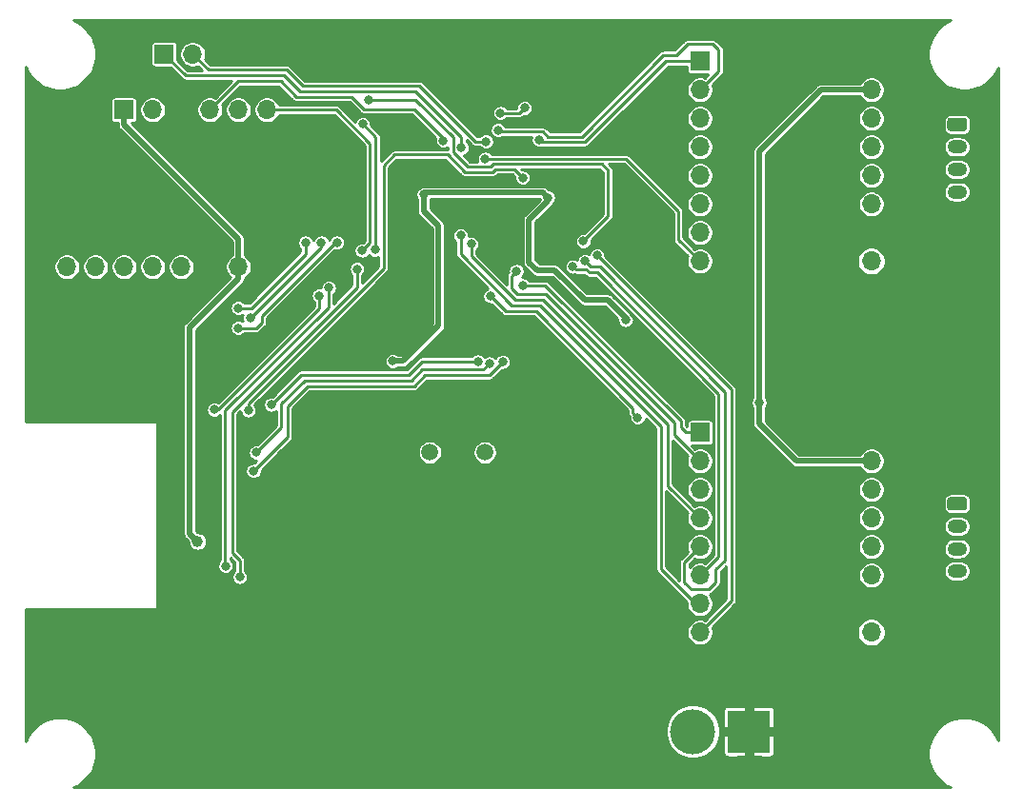
<source format=gbr>
%TF.GenerationSoftware,KiCad,Pcbnew,(5.1.9)-1*%
%TF.CreationDate,2021-05-11T17:21:45+03:00*%
%TF.ProjectId,robotti,726f626f-7474-4692-9e6b-696361645f70,rev?*%
%TF.SameCoordinates,Original*%
%TF.FileFunction,Copper,L2,Bot*%
%TF.FilePolarity,Positive*%
%FSLAX46Y46*%
G04 Gerber Fmt 4.6, Leading zero omitted, Abs format (unit mm)*
G04 Created by KiCad (PCBNEW (5.1.9)-1) date 2021-05-11 17:21:45*
%MOMM*%
%LPD*%
G01*
G04 APERTURE LIST*
%TA.AperFunction,SMDPad,CuDef*%
%ADD10R,2.410000X3.100000*%
%TD*%
%TA.AperFunction,ComponentPad*%
%ADD11C,0.800000*%
%TD*%
%TA.AperFunction,ComponentPad*%
%ADD12O,1.700000X1.700000*%
%TD*%
%TA.AperFunction,ComponentPad*%
%ADD13R,1.700000X1.700000*%
%TD*%
%TA.AperFunction,ComponentPad*%
%ADD14C,1.500000*%
%TD*%
%TA.AperFunction,ComponentPad*%
%ADD15O,1.750000X1.200000*%
%TD*%
%TA.AperFunction,ComponentPad*%
%ADD16C,4.000000*%
%TD*%
%TA.AperFunction,ComponentPad*%
%ADD17R,3.800000X3.800000*%
%TD*%
%TA.AperFunction,ViaPad*%
%ADD18C,1.200000*%
%TD*%
%TA.AperFunction,ViaPad*%
%ADD19C,0.800000*%
%TD*%
%TA.AperFunction,ViaPad*%
%ADD20C,1.000000*%
%TD*%
%TA.AperFunction,Conductor*%
%ADD21C,0.500000*%
%TD*%
%TA.AperFunction,Conductor*%
%ADD22C,0.250000*%
%TD*%
%TA.AperFunction,Conductor*%
%ADD23C,0.100000*%
%TD*%
G04 APERTURE END LIST*
D10*
%TO.P,U5,9*%
%TO.N,GND*%
X125828500Y-96215500D03*
D11*
X125000500Y-94915500D03*
X126656500Y-94915500D03*
X125000500Y-96215500D03*
X126656500Y-96215500D03*
X125000500Y-97515500D03*
X126656500Y-97515500D03*
%TD*%
D12*
%TO.P,U1,1*%
%TO.N,VDD*%
X110109000Y-67818000D03*
D13*
%TO.P,U1,2*%
%TO.N,GND*%
X107569000Y-67818000D03*
D12*
%TO.P,U1,3*%
%TO.N,/PB6*%
X105029000Y-67818000D03*
%TO.P,U1,4*%
%TO.N,/PB7*%
X102489000Y-67818000D03*
%TO.P,U1,5*%
%TO.N,Net-(U1-Pad5)*%
X99949000Y-67818000D03*
%TO.P,U1,6*%
%TO.N,/PB4*%
X97409000Y-67818000D03*
%TO.P,U1,7*%
%TO.N,/PC12*%
X94869000Y-67818000D03*
%TD*%
D14*
%TO.P,Y1,2*%
%TO.N,Net-(C5-Pad1)*%
X132007000Y-84328000D03*
%TO.P,Y1,1*%
%TO.N,Net-(C4-Pad1)*%
X127127000Y-84328000D03*
%TD*%
D12*
%TO.P,JP2,9*%
%TO.N,VCC*%
X166370000Y-100330000D03*
%TO.P,JP2,10*%
%TO.N,GND*%
X166370000Y-97790000D03*
%TO.P,JP2,11*%
%TO.N,Net-(J7-Pad4)*%
X166370000Y-95250000D03*
%TO.P,JP2,12*%
%TO.N,Net-(J7-Pad3)*%
X166370000Y-92710000D03*
%TO.P,JP2,13*%
%TO.N,Net-(J7-Pad2)*%
X166370000Y-90170000D03*
%TO.P,JP2,14*%
%TO.N,Net-(J7-Pad1)*%
X166370000Y-87630000D03*
%TO.P,JP2,15*%
%TO.N,VDD*%
X166370000Y-85090000D03*
D13*
%TO.P,JP2,16*%
%TO.N,GND*%
X166370000Y-82550000D03*
X166370000Y-82550000D03*
D12*
%TO.P,JP2,15*%
%TO.N,VDD*%
X166370000Y-85090000D03*
%TO.P,JP2,14*%
%TO.N,Net-(J7-Pad1)*%
X166370000Y-87630000D03*
%TO.P,JP2,13*%
%TO.N,Net-(J7-Pad2)*%
X166370000Y-90170000D03*
%TO.P,JP2,12*%
%TO.N,Net-(J7-Pad3)*%
X166370000Y-92710000D03*
%TO.P,JP2,11*%
%TO.N,Net-(J7-Pad4)*%
X166370000Y-95250000D03*
%TO.P,JP2,10*%
%TO.N,GND*%
X166370000Y-97790000D03*
%TO.P,JP2,9*%
%TO.N,VCC*%
X166370000Y-100330000D03*
%TO.P,JP2,8*%
%TO.N,/PB2*%
X151130000Y-100330000D03*
%TO.P,JP2,7*%
%TO.N,/PA10*%
X151130000Y-97790000D03*
%TO.P,JP2,6*%
%TO.N,/PB0*%
X151130000Y-95250000D03*
%TO.P,JP2,5*%
%TO.N,/PB1*%
X151130000Y-92710000D03*
%TO.P,JP2,4*%
%TO.N,/PA12*%
X151130000Y-90170000D03*
%TO.P,JP2,3*%
%TO.N,Net-(JP2-Pad3)*%
X151130000Y-87630000D03*
%TO.P,JP2,2*%
%TO.N,/PC5*%
X151130000Y-85090000D03*
D13*
%TO.P,JP2,1*%
%TO.N,/PC4*%
X151130000Y-82550000D03*
X151130000Y-82550000D03*
D12*
%TO.P,JP2,2*%
%TO.N,/PC5*%
X151130000Y-85090000D03*
%TO.P,JP2,3*%
%TO.N,Net-(JP2-Pad3)*%
X151130000Y-87630000D03*
%TO.P,JP2,4*%
%TO.N,/PA12*%
X151130000Y-90170000D03*
%TO.P,JP2,5*%
%TO.N,/PB1*%
X151130000Y-92710000D03*
%TO.P,JP2,6*%
%TO.N,/PB0*%
X151130000Y-95250000D03*
%TO.P,JP2,7*%
%TO.N,/PA10*%
X151130000Y-97790000D03*
%TO.P,JP2,8*%
%TO.N,/PB2*%
X151130000Y-100330000D03*
%TD*%
%TO.P,JP1,9*%
%TO.N,VCC*%
X166370000Y-67310000D03*
%TO.P,JP1,10*%
%TO.N,GND*%
X166370000Y-64770000D03*
%TO.P,JP1,11*%
%TO.N,Net-(J6-Pad4)*%
X166370000Y-62230000D03*
%TO.P,JP1,12*%
%TO.N,Net-(J6-Pad3)*%
X166370000Y-59690000D03*
%TO.P,JP1,13*%
%TO.N,Net-(J6-Pad2)*%
X166370000Y-57150000D03*
%TO.P,JP1,14*%
%TO.N,Net-(J6-Pad1)*%
X166370000Y-54610000D03*
%TO.P,JP1,15*%
%TO.N,VDD*%
X166370000Y-52070000D03*
D13*
%TO.P,JP1,16*%
%TO.N,GND*%
X166370000Y-49530000D03*
X166370000Y-49530000D03*
D12*
%TO.P,JP1,15*%
%TO.N,VDD*%
X166370000Y-52070000D03*
%TO.P,JP1,14*%
%TO.N,Net-(J6-Pad1)*%
X166370000Y-54610000D03*
%TO.P,JP1,13*%
%TO.N,Net-(J6-Pad2)*%
X166370000Y-57150000D03*
%TO.P,JP1,12*%
%TO.N,Net-(J6-Pad3)*%
X166370000Y-59690000D03*
%TO.P,JP1,11*%
%TO.N,Net-(J6-Pad4)*%
X166370000Y-62230000D03*
%TO.P,JP1,10*%
%TO.N,GND*%
X166370000Y-64770000D03*
%TO.P,JP1,9*%
%TO.N,VCC*%
X166370000Y-67310000D03*
%TO.P,JP1,8*%
%TO.N,/PC8*%
X151130000Y-67310000D03*
%TO.P,JP1,7*%
%TO.N,/PA7*%
X151130000Y-64770000D03*
%TO.P,JP1,6*%
%TO.N,/PA5*%
X151130000Y-62230000D03*
%TO.P,JP1,5*%
%TO.N,/PA4*%
X151130000Y-59690000D03*
%TO.P,JP1,4*%
%TO.N,/PA6*%
X151130000Y-57150000D03*
%TO.P,JP1,3*%
%TO.N,Net-(JP1-Pad3)*%
X151130000Y-54610000D03*
%TO.P,JP1,2*%
%TO.N,/PC6*%
X151130000Y-52070000D03*
D13*
%TO.P,JP1,1*%
%TO.N,/PB12*%
X151130000Y-49530000D03*
X151130000Y-49530000D03*
D12*
%TO.P,JP1,2*%
%TO.N,/PC6*%
X151130000Y-52070000D03*
%TO.P,JP1,3*%
%TO.N,Net-(JP1-Pad3)*%
X151130000Y-54610000D03*
%TO.P,JP1,4*%
%TO.N,/PA6*%
X151130000Y-57150000D03*
%TO.P,JP1,5*%
%TO.N,/PA4*%
X151130000Y-59690000D03*
%TO.P,JP1,6*%
%TO.N,/PA5*%
X151130000Y-62230000D03*
%TO.P,JP1,7*%
%TO.N,/PA7*%
X151130000Y-64770000D03*
%TO.P,JP1,8*%
%TO.N,/PC8*%
X151130000Y-67310000D03*
%TD*%
D15*
%TO.P,J7,4*%
%TO.N,Net-(J7-Pad4)*%
X173990000Y-94900000D03*
%TO.P,J7,3*%
%TO.N,Net-(J7-Pad3)*%
X173990000Y-92900000D03*
%TO.P,J7,2*%
%TO.N,Net-(J7-Pad2)*%
X173990000Y-90900000D03*
%TO.P,J7,1*%
%TO.N,Net-(J7-Pad1)*%
%TA.AperFunction,ComponentPad*%
G36*
G01*
X173364999Y-88300000D02*
X174615001Y-88300000D01*
G75*
G02*
X174865000Y-88549999I0J-249999D01*
G01*
X174865000Y-89250001D01*
G75*
G02*
X174615001Y-89500000I-249999J0D01*
G01*
X173364999Y-89500000D01*
G75*
G02*
X173115000Y-89250001I0J249999D01*
G01*
X173115000Y-88549999D01*
G75*
G02*
X173364999Y-88300000I249999J0D01*
G01*
G37*
%TD.AperFunction*%
%TD*%
%TO.P,J6,4*%
%TO.N,Net-(J6-Pad4)*%
X173990000Y-61150000D03*
%TO.P,J6,3*%
%TO.N,Net-(J6-Pad3)*%
X173990000Y-59150000D03*
%TO.P,J6,2*%
%TO.N,Net-(J6-Pad2)*%
X173990000Y-57150000D03*
%TO.P,J6,1*%
%TO.N,Net-(J6-Pad1)*%
%TA.AperFunction,ComponentPad*%
G36*
G01*
X173364999Y-54550000D02*
X174615001Y-54550000D01*
G75*
G02*
X174865000Y-54799999I0J-249999D01*
G01*
X174865000Y-55500001D01*
G75*
G02*
X174615001Y-55750000I-249999J0D01*
G01*
X173364999Y-55750000D01*
G75*
G02*
X173115000Y-55500001I0J249999D01*
G01*
X173115000Y-54799999D01*
G75*
G02*
X173364999Y-54550000I249999J0D01*
G01*
G37*
%TD.AperFunction*%
%TD*%
D12*
%TO.P,J5,3*%
%TO.N,GND*%
X108585000Y-48895000D03*
%TO.P,J5,2*%
%TO.N,/PC7*%
X106045000Y-48895000D03*
D13*
%TO.P,J5,1*%
%TO.N,/PA11*%
X103505000Y-48895000D03*
%TD*%
D12*
%TO.P,J4,6*%
%TO.N,/PB3*%
X112649000Y-53848000D03*
%TO.P,J4,5*%
%TO.N,NRST*%
X110109000Y-53848000D03*
%TO.P,J4,4*%
%TO.N,/PA13*%
X107569000Y-53848000D03*
%TO.P,J4,3*%
%TO.N,GND*%
X105029000Y-53848000D03*
%TO.P,J4,2*%
%TO.N,/PA14*%
X102489000Y-53848000D03*
D13*
%TO.P,J4,1*%
%TO.N,VDD*%
X99949000Y-53848000D03*
%TD*%
D16*
%TO.P,J3,2*%
%TO.N,VCC*%
X150495000Y-109156500D03*
D17*
%TO.P,J3,1*%
%TO.N,GND*%
X155495000Y-109156500D03*
%TD*%
D18*
%TO.N,GND*%
X163636960Y-97810320D03*
X147320000Y-106603800D03*
D19*
X107569000Y-60960000D03*
X125158500Y-62039500D03*
X122491500Y-85788500D03*
X125412500Y-90297000D03*
X132130800Y-89509600D03*
X109118400Y-100228400D03*
X110998000Y-87884000D03*
X116535200Y-82727800D03*
X144475200Y-62280800D03*
X137033000Y-74295000D03*
X141859000Y-81788000D03*
X137604500Y-81343500D03*
X135026400Y-66344800D03*
X171259500Y-77343000D03*
X172110400Y-71450200D03*
D18*
X153822400Y-105664000D03*
X160286700Y-108356400D03*
X157543500Y-112826800D03*
X153187400Y-112776000D03*
D19*
X163131500Y-82042000D03*
X163385500Y-64833500D03*
X169037000Y-64770000D03*
X169227500Y-49403000D03*
X162814000Y-49466500D03*
X129946400Y-71323200D03*
X99631500Y-60388500D03*
X119684800Y-76200000D03*
X128206500Y-58991500D03*
X142240000Y-62230000D03*
X146608800Y-76454000D03*
X115379500Y-70675500D03*
X109423200Y-74777600D03*
X135445500Y-78613000D03*
X116890800Y-54914800D03*
X142392400Y-57048400D03*
X131216400Y-53898800D03*
X139903200Y-54762400D03*
X113538000Y-73710800D03*
X122491500Y-71628000D03*
X136906000Y-87122000D03*
X139192000Y-91249500D03*
X117919500Y-108331000D03*
X123190000Y-109855000D03*
X116484400Y-94030800D03*
X118935500Y-91059000D03*
X106375200Y-95504000D03*
X145288000Y-83312000D03*
X124523500Y-79375000D03*
D20*
%TO.N,VDD*%
X106476800Y-92252800D03*
D19*
X144526000Y-72542400D03*
X126593600Y-61366400D03*
X137604500Y-61658500D03*
X123825000Y-76200000D03*
X156400500Y-79883000D03*
%TO.N,NRST*%
X113030000Y-80073500D03*
X131381500Y-76236990D03*
%TO.N,Net-(D1-Pad2)*%
X118872000Y-65659000D03*
X110083600Y-73253600D03*
%TO.N,Net-(D2-Pad2)*%
X117475000Y-65659000D03*
X111150400Y-72364600D03*
%TO.N,Net-(D3-Pad2)*%
X116078000Y-65659000D03*
X110083600Y-71475600D03*
%TO.N,/PB10*%
X121666000Y-52959000D03*
X140766800Y-65532000D03*
%TO.N,/PB11*%
X121158000Y-55118000D03*
X122237500Y-66294000D03*
%TO.N,/PB3*%
X121094500Y-66357500D03*
%TO.N,/PA13*%
X128320800Y-56591200D03*
%TO.N,/PC3*%
X133604000Y-76263500D03*
X111442500Y-85979000D03*
%TO.N,/PC2*%
X111696500Y-84328000D03*
X132424590Y-76417590D03*
%TO.N,/PC1*%
X132524500Y-70421500D03*
X145592800Y-81229200D03*
%TO.N,/PA10*%
X129857500Y-65024000D03*
%TO.N,/PB0*%
X139830221Y-67793490D03*
%TO.N,/PB1*%
X140906500Y-67310000D03*
%TO.N,/PA12*%
X130810000Y-65786000D03*
%TO.N,/PC5*%
X134810500Y-68199000D03*
%TO.N,/PC4*%
X135382000Y-69469000D03*
%TO.N,/PC7*%
X132105400Y-56667400D03*
%TO.N,/PA8*%
X133400800Y-54140100D03*
X135536090Y-53684590D03*
%TO.N,/PC8*%
X132030310Y-58202990D03*
%TO.N,/PB9*%
X117284500Y-70370700D03*
X107950000Y-80518000D03*
%TO.N,/PB8*%
X118135400Y-69684900D03*
X108966000Y-94437200D03*
%TO.N,/PB13*%
X110998000Y-80581500D03*
X135382000Y-59893200D03*
%TO.N,/PB12*%
X136842500Y-56515000D03*
%TO.N,/PA11*%
X129921000Y-57213500D03*
%TO.N,/PC6*%
X133184900Y-55651400D03*
%TO.N,/PB2*%
X141986000Y-66802000D03*
%TO.N,/PB5*%
X110236000Y-95402400D03*
X120650000Y-68008500D03*
%TD*%
D21*
%TO.N,VDD*%
X110109000Y-65358000D02*
X110109000Y-67818000D01*
X99949000Y-53848000D02*
X99949000Y-55198000D01*
X99949000Y-55198000D02*
X110109000Y-65358000D01*
X126746000Y-61214000D02*
X126593600Y-61366400D01*
X137160000Y-61214000D02*
X126746000Y-61214000D01*
X137604500Y-61658500D02*
X137160000Y-61214000D01*
X123825000Y-76200000D02*
X123825000Y-76200000D01*
X156400500Y-81788000D02*
X156400500Y-81788000D01*
X156400500Y-57531000D02*
X161861500Y-52070000D01*
X156400500Y-81788000D02*
X156400500Y-57531000D01*
X159702500Y-85090000D02*
X156400500Y-81788000D01*
X161861500Y-52070000D02*
X166370000Y-52070000D01*
X166370000Y-85090000D02*
X159702500Y-85090000D01*
X124764800Y-76200000D02*
X123825000Y-76200000D01*
X127889000Y-73075800D02*
X124764800Y-76200000D01*
X127889000Y-64185800D02*
X127889000Y-73075800D01*
X126593600Y-62890400D02*
X127889000Y-64185800D01*
X126593600Y-61366400D02*
X126593600Y-62890400D01*
X105778300Y-73190100D02*
X105778300Y-91554300D01*
X105778300Y-91554300D02*
X106476800Y-92252800D01*
X110109000Y-68859400D02*
X105778300Y-73190100D01*
X110109000Y-67818000D02*
X110109000Y-68859400D01*
X135940800Y-67411600D02*
X135940800Y-63601600D01*
X135940800Y-63601600D02*
X137604500Y-61937900D01*
X136652000Y-68122800D02*
X135940800Y-67411600D01*
X137604500Y-61937900D02*
X137604500Y-61658500D01*
X138226800Y-68122800D02*
X136652000Y-68122800D01*
X140868400Y-70764400D02*
X138226800Y-68122800D01*
X142910560Y-70764400D02*
X140868400Y-70764400D01*
X144688560Y-72542400D02*
X142910560Y-70764400D01*
D22*
%TO.N,NRST*%
X125222000Y-77406500D02*
X126391510Y-76236990D01*
X115697000Y-77406500D02*
X125222000Y-77406500D01*
X126391510Y-76236990D02*
X131381500Y-76236990D01*
X113030000Y-80073500D02*
X115697000Y-77406500D01*
%TO.N,Net-(D1-Pad2)*%
X111709200Y-73253600D02*
X110083600Y-73253600D01*
X112166400Y-72796400D02*
X111709200Y-73253600D01*
X112166400Y-72186800D02*
X112166400Y-72796400D01*
X118694200Y-65659000D02*
X112166400Y-72186800D01*
X118872000Y-65659000D02*
X118694200Y-65659000D01*
%TO.N,Net-(D2-Pad2)*%
X111213900Y-72364600D02*
X111150400Y-72364600D01*
X117475000Y-66103500D02*
X111213900Y-72364600D01*
X117475000Y-65659000D02*
X117475000Y-66103500D01*
%TO.N,Net-(D3-Pad2)*%
X111252000Y-71475600D02*
X110083600Y-71475600D01*
X116078000Y-66649600D02*
X111252000Y-71475600D01*
X116078000Y-65659000D02*
X116078000Y-66649600D01*
%TO.N,/PB10*%
X121666000Y-52959000D02*
X121666000Y-52959000D01*
X142965001Y-63333799D02*
X140766800Y-65532000D01*
X142965001Y-59246601D02*
X142965001Y-63333799D01*
X132791200Y-58674000D02*
X142392400Y-58674000D01*
X132537200Y-58928000D02*
X132791200Y-58674000D01*
X142392400Y-58674000D02*
X142965001Y-59246601D01*
X130492500Y-58928000D02*
X132537200Y-58928000D01*
X129184400Y-57619900D02*
X130492500Y-58928000D01*
X129184400Y-56286400D02*
X129184400Y-57619900D01*
X125857000Y-52959000D02*
X129184400Y-56286400D01*
X121666000Y-52959000D02*
X125857000Y-52959000D01*
%TO.N,/PB11*%
X122301000Y-66230500D02*
X122237500Y-66294000D01*
X122301000Y-56261000D02*
X122301000Y-66230500D01*
X121158000Y-55118000D02*
X122301000Y-56261000D01*
%TO.N,/PB3*%
X121793000Y-65659000D02*
X121094500Y-66357500D01*
X121793000Y-56832500D02*
X121793000Y-65659000D01*
X118808500Y-53848000D02*
X121793000Y-56832500D01*
X112649000Y-53848000D02*
X118808500Y-53848000D01*
%TO.N,/PA13*%
X115252500Y-52705000D02*
X113855500Y-51308000D01*
X121221500Y-53784500D02*
X120142000Y-52705000D01*
X125717300Y-53784500D02*
X121221500Y-53784500D01*
X113855500Y-51308000D02*
X110109000Y-51308000D01*
X128320800Y-56388000D02*
X125717300Y-53784500D01*
X110109000Y-51308000D02*
X107569000Y-53848000D01*
X120142000Y-52705000D02*
X115252500Y-52705000D01*
X128320800Y-56591200D02*
X128320800Y-56388000D01*
%TO.N,/PC3*%
X114490500Y-80200500D02*
X114490500Y-82931000D01*
X114490500Y-82931000D02*
X111442500Y-85979000D01*
X116268500Y-78422500D02*
X114490500Y-80200500D01*
X125730000Y-78422500D02*
X116268500Y-78422500D01*
X126682500Y-77470000D02*
X125730000Y-78422500D01*
X132397500Y-77470000D02*
X126682500Y-77470000D01*
X133604000Y-76263500D02*
X132397500Y-77470000D01*
%TO.N,/PC2*%
X113919000Y-80008589D02*
X113919000Y-82105500D01*
X116013089Y-77914500D02*
X113919000Y-80008589D01*
X125476000Y-77914500D02*
X116013089Y-77914500D01*
X126428501Y-76961999D02*
X125476000Y-77914500D01*
X131880181Y-76961999D02*
X126428501Y-76961999D01*
X113919000Y-82105500D02*
X111696500Y-84328000D01*
X132424590Y-76417590D02*
X131880181Y-76961999D01*
%TO.N,/PC1*%
X145161000Y-80371950D02*
X145161000Y-80797400D01*
X145161000Y-80797400D02*
X145592800Y-81229200D01*
X136544050Y-71755000D02*
X145161000Y-80371950D01*
X133858000Y-71755000D02*
X136544050Y-71755000D01*
X132524500Y-70421500D02*
X133858000Y-71755000D01*
%TO.N,/PA10*%
X129857500Y-66713100D02*
X129857500Y-65024000D01*
X136906000Y-71247000D02*
X134391400Y-71247000D01*
X147637500Y-81978500D02*
X136906000Y-71247000D01*
X147637500Y-94678500D02*
X147637500Y-81978500D01*
X150749000Y-97790000D02*
X147637500Y-94678500D01*
X134391400Y-71247000D02*
X129857500Y-66713100D01*
X151130000Y-97790000D02*
X150749000Y-97790000D01*
%TO.N,/PB0*%
X140105220Y-68068489D02*
X139830221Y-67793490D01*
X141027837Y-68068489D02*
X140105220Y-68068489D01*
X152781000Y-79121000D02*
X141986000Y-68326000D01*
X141285348Y-68326000D02*
X141027837Y-68068489D01*
X141986000Y-68326000D02*
X141285348Y-68326000D01*
X152781000Y-93599000D02*
X152781000Y-79121000D01*
X151130000Y-95250000D02*
X152781000Y-93599000D01*
%TO.N,/PB1*%
X153352500Y-93916500D02*
X153352500Y-78930500D01*
X152527000Y-95885000D02*
X152527000Y-94742000D01*
X151892000Y-96520000D02*
X152527000Y-95885000D01*
X141401800Y-67805300D02*
X140906500Y-67310000D01*
X150368000Y-96520000D02*
X151892000Y-96520000D01*
X153352500Y-78930500D02*
X142227300Y-67805300D01*
X149733000Y-95885000D02*
X150368000Y-96520000D01*
X142227300Y-67805300D02*
X141401800Y-67805300D01*
X149733000Y-94107000D02*
X149733000Y-95885000D01*
X152527000Y-94742000D02*
X153352500Y-93916500D01*
X151130000Y-92710000D02*
X149733000Y-94107000D01*
%TO.N,/PA12*%
X148272500Y-87312500D02*
X151130000Y-90170000D01*
X148272500Y-81851500D02*
X148272500Y-87312500D01*
X137160000Y-70739000D02*
X148272500Y-81851500D01*
X134696200Y-70739000D02*
X137160000Y-70739000D01*
X130810000Y-66852800D02*
X134696200Y-70739000D01*
X130810000Y-65786000D02*
X130810000Y-66852800D01*
%TO.N,/PC5*%
X134410501Y-68598999D02*
X134810500Y-68199000D01*
X134410501Y-69742101D02*
X134410501Y-68598999D01*
X134899400Y-70231000D02*
X134410501Y-69742101D01*
X137414000Y-70231000D02*
X134899400Y-70231000D01*
X148844000Y-81661000D02*
X137414000Y-70231000D01*
X148844000Y-82804000D02*
X148844000Y-81661000D01*
X151130000Y-85090000D02*
X148844000Y-82804000D01*
%TO.N,/PC4*%
X137382250Y-69469000D02*
X135382000Y-69469000D01*
X149415500Y-81502250D02*
X137382250Y-69469000D01*
X149415500Y-82105500D02*
X149415500Y-81502250D01*
X149860000Y-82550000D02*
X149415500Y-82105500D01*
X151130000Y-82550000D02*
X149860000Y-82550000D01*
%TO.N,/PC7*%
X115824000Y-51689000D02*
X114427000Y-50292000D01*
X126174500Y-51689000D02*
X115824000Y-51689000D01*
X107442000Y-50292000D02*
X106045000Y-48895000D01*
X114427000Y-50292000D02*
X107442000Y-50292000D01*
X131152900Y-56667400D02*
X126174500Y-51689000D01*
X132105400Y-56667400D02*
X131152900Y-56667400D01*
%TO.N,/PA8*%
X133959600Y-54140100D02*
X133400800Y-54140100D01*
X135080580Y-54140100D02*
X133959600Y-54140100D01*
X135536090Y-53684590D02*
X135080580Y-54140100D01*
%TO.N,/PC8*%
X132030310Y-58115200D02*
X132030310Y-58202990D01*
X132044120Y-58216800D02*
X132030310Y-58202990D01*
X144576800Y-58216800D02*
X132044120Y-58216800D01*
X149199600Y-62839600D02*
X144576800Y-58216800D01*
X149199600Y-65379600D02*
X149199600Y-62839600D01*
X151130000Y-67310000D02*
X149199600Y-65379600D01*
%TO.N,/PB9*%
X108267500Y-80518000D02*
X107950000Y-80518000D01*
X117284500Y-71501000D02*
X108267500Y-80518000D01*
X117284500Y-70370700D02*
X117284500Y-71501000D01*
%TO.N,/PB8*%
X118135400Y-71412100D02*
X118135400Y-69684900D01*
X108940600Y-80606900D02*
X118135400Y-71412100D01*
X108940600Y-94411800D02*
X108940600Y-80606900D01*
X108966000Y-94437200D02*
X108940600Y-94411800D01*
%TO.N,/PB13*%
X132723600Y-59378010D02*
X132977600Y-59124010D01*
X134612810Y-59124010D02*
X135382000Y-59893200D01*
X130217199Y-59378009D02*
X132723600Y-59378010D01*
X132977600Y-59124010D02*
X134612810Y-59124010D01*
X128676400Y-57837210D02*
X130217199Y-59378009D01*
X123975990Y-57837210D02*
X128676400Y-57837210D01*
X122999500Y-58813700D02*
X123975990Y-57837210D01*
X122999500Y-67995800D02*
X122999500Y-58813700D01*
X110998000Y-79997300D02*
X122999500Y-67995800D01*
X110998000Y-80581500D02*
X110998000Y-79997300D01*
%TO.N,/PB12*%
X137057290Y-56729790D02*
X136842500Y-56515000D01*
X140933010Y-56729790D02*
X137057290Y-56729790D01*
X148132800Y-49530000D02*
X140933010Y-56729790D01*
X151130000Y-49530000D02*
X148132800Y-49530000D01*
%TO.N,/PA11*%
X129921000Y-56261000D02*
X129921000Y-57213500D01*
X125857000Y-52197000D02*
X129921000Y-56261000D01*
X115570000Y-52197000D02*
X125857000Y-52197000D01*
X114173000Y-50800000D02*
X115570000Y-52197000D01*
X105410000Y-50800000D02*
X114173000Y-50800000D01*
X103505000Y-48895000D02*
X105410000Y-50800000D01*
%TO.N,/PC6*%
X152781000Y-50419000D02*
X151130000Y-52070000D01*
X152273000Y-48006000D02*
X152781000Y-48514000D01*
X150012400Y-48006000D02*
X152273000Y-48006000D01*
X152781000Y-48514000D02*
X152781000Y-50419000D01*
X149047200Y-48971200D02*
X150012400Y-48006000D01*
X147878800Y-48971200D02*
X149047200Y-48971200D01*
X137208588Y-55801588D02*
X137642600Y-56235600D01*
X140614400Y-56235600D02*
X147878800Y-48971200D01*
X137642600Y-56235600D02*
X140614400Y-56235600D01*
X133530012Y-55801588D02*
X137208588Y-55801588D01*
%TO.N,/PB2*%
X153924000Y-97536000D02*
X151130000Y-100330000D01*
X153924000Y-78740000D02*
X153924000Y-97536000D01*
X141986000Y-66802000D02*
X153924000Y-78740000D01*
%TO.N,/PB5*%
X120650000Y-69621400D02*
X120650000Y-68008500D01*
X109537500Y-80733900D02*
X120650000Y-69621400D01*
X109537500Y-93230700D02*
X109537500Y-80733900D01*
X110236000Y-93929200D02*
X109537500Y-93230700D01*
X110236000Y-95402400D02*
X110236000Y-93929200D01*
%TD*%
%TO.N,GND*%
X173097390Y-46037042D02*
X172569183Y-46389979D01*
X172119979Y-46839183D01*
X171767042Y-47367390D01*
X171523935Y-47954302D01*
X171400000Y-48577365D01*
X171400000Y-49212635D01*
X171523935Y-49835698D01*
X171767042Y-50422610D01*
X172119979Y-50950817D01*
X172569183Y-51400021D01*
X173097390Y-51752958D01*
X173684302Y-51996065D01*
X174307365Y-52120000D01*
X174942635Y-52120000D01*
X175565698Y-51996065D01*
X176152610Y-51752958D01*
X176680817Y-51400021D01*
X177130021Y-50950817D01*
X177482958Y-50422610D01*
X177624200Y-50081622D01*
X177624200Y-109938378D01*
X177482958Y-109597390D01*
X177130021Y-109069183D01*
X176680817Y-108619979D01*
X176152610Y-108267042D01*
X175565698Y-108023935D01*
X174942635Y-107900000D01*
X174307365Y-107900000D01*
X173684302Y-108023935D01*
X173097390Y-108267042D01*
X172569183Y-108619979D01*
X172119979Y-109069183D01*
X171767042Y-109597390D01*
X171523935Y-110184302D01*
X171400000Y-110807365D01*
X171400000Y-111442635D01*
X171523935Y-112065698D01*
X171767042Y-112652610D01*
X172119979Y-113180817D01*
X172569183Y-113630021D01*
X173097390Y-113982958D01*
X173438378Y-114124200D01*
X95420622Y-114124200D01*
X95761610Y-113982958D01*
X96289817Y-113630021D01*
X96739021Y-113180817D01*
X97091958Y-112652610D01*
X97335065Y-112065698D01*
X97459000Y-111442635D01*
X97459000Y-110807365D01*
X97335065Y-110184302D01*
X97091958Y-109597390D01*
X96739021Y-109069183D01*
X96587496Y-108917658D01*
X148070000Y-108917658D01*
X148070000Y-109395342D01*
X148163191Y-109863847D01*
X148345992Y-110305168D01*
X148611379Y-110702348D01*
X148949152Y-111040121D01*
X149346332Y-111305508D01*
X149787653Y-111488309D01*
X150256158Y-111581500D01*
X150733842Y-111581500D01*
X151202347Y-111488309D01*
X151643668Y-111305508D01*
X152016335Y-111056500D01*
X153218186Y-111056500D01*
X153225426Y-111130013D01*
X153246869Y-111200700D01*
X153281691Y-111265847D01*
X153328552Y-111322948D01*
X153385653Y-111369809D01*
X153450800Y-111404631D01*
X153521487Y-111426074D01*
X153595000Y-111433314D01*
X155126250Y-111431500D01*
X155220000Y-111337750D01*
X155220000Y-109431500D01*
X155770000Y-109431500D01*
X155770000Y-111337750D01*
X155863750Y-111431500D01*
X157395000Y-111433314D01*
X157468513Y-111426074D01*
X157539200Y-111404631D01*
X157604347Y-111369809D01*
X157661448Y-111322948D01*
X157708309Y-111265847D01*
X157743131Y-111200700D01*
X157764574Y-111130013D01*
X157771814Y-111056500D01*
X157770000Y-109525250D01*
X157676250Y-109431500D01*
X155770000Y-109431500D01*
X155220000Y-109431500D01*
X153313750Y-109431500D01*
X153220000Y-109525250D01*
X153218186Y-111056500D01*
X152016335Y-111056500D01*
X152040848Y-111040121D01*
X152378621Y-110702348D01*
X152644008Y-110305168D01*
X152826809Y-109863847D01*
X152920000Y-109395342D01*
X152920000Y-108917658D01*
X152826809Y-108449153D01*
X152644008Y-108007832D01*
X152378621Y-107610652D01*
X152040848Y-107272879D01*
X152016336Y-107256500D01*
X153218186Y-107256500D01*
X153220000Y-108787750D01*
X153313750Y-108881500D01*
X155220000Y-108881500D01*
X155220000Y-106975250D01*
X155770000Y-106975250D01*
X155770000Y-108881500D01*
X157676250Y-108881500D01*
X157770000Y-108787750D01*
X157771814Y-107256500D01*
X157764574Y-107182987D01*
X157743131Y-107112300D01*
X157708309Y-107047153D01*
X157661448Y-106990052D01*
X157604347Y-106943191D01*
X157539200Y-106908369D01*
X157468513Y-106886926D01*
X157395000Y-106879686D01*
X155863750Y-106881500D01*
X155770000Y-106975250D01*
X155220000Y-106975250D01*
X155126250Y-106881500D01*
X153595000Y-106879686D01*
X153521487Y-106886926D01*
X153450800Y-106908369D01*
X153385653Y-106943191D01*
X153328552Y-106990052D01*
X153281691Y-107047153D01*
X153246869Y-107112300D01*
X153225426Y-107182987D01*
X153218186Y-107256500D01*
X152016336Y-107256500D01*
X151643668Y-107007492D01*
X151202347Y-106824691D01*
X150733842Y-106731500D01*
X150256158Y-106731500D01*
X149787653Y-106824691D01*
X149346332Y-107007492D01*
X148949152Y-107272879D01*
X148611379Y-107610652D01*
X148345992Y-108007832D01*
X148163191Y-108449153D01*
X148070000Y-108917658D01*
X96587496Y-108917658D01*
X96289817Y-108619979D01*
X95761610Y-108267042D01*
X95174698Y-108023935D01*
X94551635Y-107900000D01*
X93916365Y-107900000D01*
X93293302Y-108023935D01*
X92706390Y-108267042D01*
X92178183Y-108619979D01*
X91728979Y-109069183D01*
X91376042Y-109597390D01*
X91209400Y-109999699D01*
X91209400Y-98225331D01*
X91225114Y-98230098D01*
X91249500Y-98232500D01*
X102743000Y-98232500D01*
X102767386Y-98230098D01*
X102790835Y-98222985D01*
X102812446Y-98211434D01*
X102831388Y-98195888D01*
X102846934Y-98176946D01*
X102858485Y-98155335D01*
X102865598Y-98131886D01*
X102868000Y-98107500D01*
X102868000Y-81724500D01*
X102865598Y-81700114D01*
X102858485Y-81676665D01*
X102846934Y-81655054D01*
X102831388Y-81636112D01*
X102812446Y-81620566D01*
X102790835Y-81609015D01*
X102767386Y-81601902D01*
X102743000Y-81599500D01*
X91249500Y-81599500D01*
X91225114Y-81601902D01*
X91209400Y-81606669D01*
X91209400Y-67702273D01*
X93694000Y-67702273D01*
X93694000Y-67933727D01*
X93739155Y-68160735D01*
X93827729Y-68374571D01*
X93956318Y-68567019D01*
X94119981Y-68730682D01*
X94312429Y-68859271D01*
X94526265Y-68947845D01*
X94753273Y-68993000D01*
X94984727Y-68993000D01*
X95211735Y-68947845D01*
X95425571Y-68859271D01*
X95618019Y-68730682D01*
X95781682Y-68567019D01*
X95910271Y-68374571D01*
X95998845Y-68160735D01*
X96044000Y-67933727D01*
X96044000Y-67702273D01*
X96234000Y-67702273D01*
X96234000Y-67933727D01*
X96279155Y-68160735D01*
X96367729Y-68374571D01*
X96496318Y-68567019D01*
X96659981Y-68730682D01*
X96852429Y-68859271D01*
X97066265Y-68947845D01*
X97293273Y-68993000D01*
X97524727Y-68993000D01*
X97751735Y-68947845D01*
X97965571Y-68859271D01*
X98158019Y-68730682D01*
X98321682Y-68567019D01*
X98450271Y-68374571D01*
X98538845Y-68160735D01*
X98584000Y-67933727D01*
X98584000Y-67702273D01*
X98774000Y-67702273D01*
X98774000Y-67933727D01*
X98819155Y-68160735D01*
X98907729Y-68374571D01*
X99036318Y-68567019D01*
X99199981Y-68730682D01*
X99392429Y-68859271D01*
X99606265Y-68947845D01*
X99833273Y-68993000D01*
X100064727Y-68993000D01*
X100291735Y-68947845D01*
X100505571Y-68859271D01*
X100698019Y-68730682D01*
X100861682Y-68567019D01*
X100990271Y-68374571D01*
X101078845Y-68160735D01*
X101124000Y-67933727D01*
X101124000Y-67702273D01*
X101314000Y-67702273D01*
X101314000Y-67933727D01*
X101359155Y-68160735D01*
X101447729Y-68374571D01*
X101576318Y-68567019D01*
X101739981Y-68730682D01*
X101932429Y-68859271D01*
X102146265Y-68947845D01*
X102373273Y-68993000D01*
X102604727Y-68993000D01*
X102831735Y-68947845D01*
X103045571Y-68859271D01*
X103238019Y-68730682D01*
X103401682Y-68567019D01*
X103530271Y-68374571D01*
X103618845Y-68160735D01*
X103664000Y-67933727D01*
X103664000Y-67702273D01*
X103854000Y-67702273D01*
X103854000Y-67933727D01*
X103899155Y-68160735D01*
X103987729Y-68374571D01*
X104116318Y-68567019D01*
X104279981Y-68730682D01*
X104472429Y-68859271D01*
X104686265Y-68947845D01*
X104913273Y-68993000D01*
X105144727Y-68993000D01*
X105371735Y-68947845D01*
X105585571Y-68859271D01*
X105778019Y-68730682D01*
X105941682Y-68567019D01*
X106070271Y-68374571D01*
X106158845Y-68160735D01*
X106204000Y-67933727D01*
X106204000Y-67702273D01*
X106158845Y-67475265D01*
X106070271Y-67261429D01*
X105941682Y-67068981D01*
X105778019Y-66905318D01*
X105585571Y-66776729D01*
X105371735Y-66688155D01*
X105144727Y-66643000D01*
X104913273Y-66643000D01*
X104686265Y-66688155D01*
X104472429Y-66776729D01*
X104279981Y-66905318D01*
X104116318Y-67068981D01*
X103987729Y-67261429D01*
X103899155Y-67475265D01*
X103854000Y-67702273D01*
X103664000Y-67702273D01*
X103618845Y-67475265D01*
X103530271Y-67261429D01*
X103401682Y-67068981D01*
X103238019Y-66905318D01*
X103045571Y-66776729D01*
X102831735Y-66688155D01*
X102604727Y-66643000D01*
X102373273Y-66643000D01*
X102146265Y-66688155D01*
X101932429Y-66776729D01*
X101739981Y-66905318D01*
X101576318Y-67068981D01*
X101447729Y-67261429D01*
X101359155Y-67475265D01*
X101314000Y-67702273D01*
X101124000Y-67702273D01*
X101078845Y-67475265D01*
X100990271Y-67261429D01*
X100861682Y-67068981D01*
X100698019Y-66905318D01*
X100505571Y-66776729D01*
X100291735Y-66688155D01*
X100064727Y-66643000D01*
X99833273Y-66643000D01*
X99606265Y-66688155D01*
X99392429Y-66776729D01*
X99199981Y-66905318D01*
X99036318Y-67068981D01*
X98907729Y-67261429D01*
X98819155Y-67475265D01*
X98774000Y-67702273D01*
X98584000Y-67702273D01*
X98538845Y-67475265D01*
X98450271Y-67261429D01*
X98321682Y-67068981D01*
X98158019Y-66905318D01*
X97965571Y-66776729D01*
X97751735Y-66688155D01*
X97524727Y-66643000D01*
X97293273Y-66643000D01*
X97066265Y-66688155D01*
X96852429Y-66776729D01*
X96659981Y-66905318D01*
X96496318Y-67068981D01*
X96367729Y-67261429D01*
X96279155Y-67475265D01*
X96234000Y-67702273D01*
X96044000Y-67702273D01*
X95998845Y-67475265D01*
X95910271Y-67261429D01*
X95781682Y-67068981D01*
X95618019Y-66905318D01*
X95425571Y-66776729D01*
X95211735Y-66688155D01*
X94984727Y-66643000D01*
X94753273Y-66643000D01*
X94526265Y-66688155D01*
X94312429Y-66776729D01*
X94119981Y-66905318D01*
X93956318Y-67068981D01*
X93827729Y-67261429D01*
X93739155Y-67475265D01*
X93694000Y-67702273D01*
X91209400Y-67702273D01*
X91209400Y-52998000D01*
X98772428Y-52998000D01*
X98772428Y-54698000D01*
X98778703Y-54761711D01*
X98797287Y-54822974D01*
X98827465Y-54879434D01*
X98868079Y-54928921D01*
X98917566Y-54969535D01*
X98974026Y-54999713D01*
X99035289Y-55018297D01*
X99099000Y-55024572D01*
X99374001Y-55024572D01*
X99374001Y-55169747D01*
X99371218Y-55198000D01*
X99382321Y-55310719D01*
X99415199Y-55419107D01*
X99468592Y-55518998D01*
X99494340Y-55550372D01*
X99540447Y-55606554D01*
X99562389Y-55624561D01*
X109534000Y-65596173D01*
X109534001Y-66789042D01*
X109359981Y-66905318D01*
X109196318Y-67068981D01*
X109067729Y-67261429D01*
X108979155Y-67475265D01*
X108934000Y-67702273D01*
X108934000Y-67933727D01*
X108979155Y-68160735D01*
X109067729Y-68374571D01*
X109196318Y-68567019D01*
X109359981Y-68730682D01*
X109398684Y-68756543D01*
X105391693Y-72763534D01*
X105369746Y-72781546D01*
X105332640Y-72826761D01*
X105297892Y-72869102D01*
X105254142Y-72950953D01*
X105244499Y-72968993D01*
X105211620Y-73077381D01*
X105203300Y-73161854D01*
X105200518Y-73190100D01*
X105203300Y-73218343D01*
X105203301Y-91526047D01*
X105200518Y-91554300D01*
X105206200Y-91611981D01*
X105211621Y-91667020D01*
X105221594Y-91699898D01*
X105244499Y-91775407D01*
X105297892Y-91875298D01*
X105343741Y-91931165D01*
X105369747Y-91962854D01*
X105391689Y-91980861D01*
X105651800Y-92240972D01*
X105651800Y-92334055D01*
X105683504Y-92493444D01*
X105745694Y-92643584D01*
X105835981Y-92778707D01*
X105950893Y-92893619D01*
X106086016Y-92983906D01*
X106236156Y-93046096D01*
X106395545Y-93077800D01*
X106558055Y-93077800D01*
X106717444Y-93046096D01*
X106867584Y-92983906D01*
X107002707Y-92893619D01*
X107117619Y-92778707D01*
X107207906Y-92643584D01*
X107270096Y-92493444D01*
X107301800Y-92334055D01*
X107301800Y-92171545D01*
X107270096Y-92012156D01*
X107207906Y-91862016D01*
X107117619Y-91726893D01*
X107002707Y-91611981D01*
X106867584Y-91521694D01*
X106717444Y-91459504D01*
X106558055Y-91427800D01*
X106464972Y-91427800D01*
X106353300Y-91316128D01*
X106353300Y-73428272D01*
X108377378Y-71404194D01*
X109358600Y-71404194D01*
X109358600Y-71547006D01*
X109386461Y-71687075D01*
X109441113Y-71819016D01*
X109520456Y-71937761D01*
X109621439Y-72038744D01*
X109740184Y-72118087D01*
X109872125Y-72172739D01*
X110012194Y-72200600D01*
X110155006Y-72200600D01*
X110295075Y-72172739D01*
X110427016Y-72118087D01*
X110483372Y-72080431D01*
X110453261Y-72153125D01*
X110425400Y-72293194D01*
X110425400Y-72436006D01*
X110453261Y-72576075D01*
X110483372Y-72648769D01*
X110427016Y-72611113D01*
X110295075Y-72556461D01*
X110155006Y-72528600D01*
X110012194Y-72528600D01*
X109872125Y-72556461D01*
X109740184Y-72611113D01*
X109621439Y-72690456D01*
X109520456Y-72791439D01*
X109441113Y-72910184D01*
X109386461Y-73042125D01*
X109358600Y-73182194D01*
X109358600Y-73325006D01*
X109386461Y-73465075D01*
X109441113Y-73597016D01*
X109520456Y-73715761D01*
X109621439Y-73816744D01*
X109740184Y-73896087D01*
X109872125Y-73950739D01*
X110012194Y-73978600D01*
X110155006Y-73978600D01*
X110295075Y-73950739D01*
X110427016Y-73896087D01*
X110545761Y-73816744D01*
X110646744Y-73715761D01*
X110654870Y-73703600D01*
X111687106Y-73703600D01*
X111709200Y-73705776D01*
X111731294Y-73703600D01*
X111731305Y-73703600D01*
X111797415Y-73697089D01*
X111882241Y-73671357D01*
X111960416Y-73629571D01*
X112028937Y-73573337D01*
X112043028Y-73556167D01*
X112468972Y-73130224D01*
X112486137Y-73116137D01*
X112500224Y-73098972D01*
X112500228Y-73098968D01*
X112542371Y-73047617D01*
X112556926Y-73020386D01*
X112584157Y-72969441D01*
X112609889Y-72884615D01*
X112616400Y-72818505D01*
X112616400Y-72818493D01*
X112618576Y-72796401D01*
X112616400Y-72774309D01*
X112616400Y-72373195D01*
X118641385Y-66348211D01*
X118660525Y-66356139D01*
X118800594Y-66384000D01*
X118943406Y-66384000D01*
X119083475Y-66356139D01*
X119215416Y-66301487D01*
X119334161Y-66222144D01*
X119435144Y-66121161D01*
X119514487Y-66002416D01*
X119569139Y-65870475D01*
X119597000Y-65730406D01*
X119597000Y-65587594D01*
X119569139Y-65447525D01*
X119514487Y-65315584D01*
X119435144Y-65196839D01*
X119334161Y-65095856D01*
X119215416Y-65016513D01*
X119083475Y-64961861D01*
X118943406Y-64934000D01*
X118800594Y-64934000D01*
X118660525Y-64961861D01*
X118528584Y-65016513D01*
X118409839Y-65095856D01*
X118308856Y-65196839D01*
X118229513Y-65315584D01*
X118174861Y-65447525D01*
X118173500Y-65454367D01*
X118172139Y-65447525D01*
X118117487Y-65315584D01*
X118038144Y-65196839D01*
X117937161Y-65095856D01*
X117818416Y-65016513D01*
X117686475Y-64961861D01*
X117546406Y-64934000D01*
X117403594Y-64934000D01*
X117263525Y-64961861D01*
X117131584Y-65016513D01*
X117012839Y-65095856D01*
X116911856Y-65196839D01*
X116832513Y-65315584D01*
X116777861Y-65447525D01*
X116776500Y-65454367D01*
X116775139Y-65447525D01*
X116720487Y-65315584D01*
X116641144Y-65196839D01*
X116540161Y-65095856D01*
X116421416Y-65016513D01*
X116289475Y-64961861D01*
X116149406Y-64934000D01*
X116006594Y-64934000D01*
X115866525Y-64961861D01*
X115734584Y-65016513D01*
X115615839Y-65095856D01*
X115514856Y-65196839D01*
X115435513Y-65315584D01*
X115380861Y-65447525D01*
X115353000Y-65587594D01*
X115353000Y-65730406D01*
X115380861Y-65870475D01*
X115435513Y-66002416D01*
X115514856Y-66121161D01*
X115615839Y-66222144D01*
X115628001Y-66230270D01*
X115628001Y-66463203D01*
X111065605Y-71025600D01*
X110654870Y-71025600D01*
X110646744Y-71013439D01*
X110545761Y-70912456D01*
X110427016Y-70833113D01*
X110295075Y-70778461D01*
X110155006Y-70750600D01*
X110012194Y-70750600D01*
X109872125Y-70778461D01*
X109740184Y-70833113D01*
X109621439Y-70912456D01*
X109520456Y-71013439D01*
X109441113Y-71132184D01*
X109386461Y-71264125D01*
X109358600Y-71404194D01*
X108377378Y-71404194D01*
X110495612Y-69285961D01*
X110517554Y-69267954D01*
X110589408Y-69180398D01*
X110642801Y-69080508D01*
X110675680Y-68972120D01*
X110684000Y-68887646D01*
X110684000Y-68887643D01*
X110686782Y-68859400D01*
X110685460Y-68845981D01*
X110858019Y-68730682D01*
X111021682Y-68567019D01*
X111150271Y-68374571D01*
X111238845Y-68160735D01*
X111284000Y-67933727D01*
X111284000Y-67702273D01*
X111238845Y-67475265D01*
X111150271Y-67261429D01*
X111021682Y-67068981D01*
X110858019Y-66905318D01*
X110684000Y-66789043D01*
X110684000Y-65386243D01*
X110686782Y-65358000D01*
X110684000Y-65329754D01*
X110675680Y-65245280D01*
X110642801Y-65136892D01*
X110606960Y-65069839D01*
X110589408Y-65037001D01*
X110535559Y-64971386D01*
X110517554Y-64949446D01*
X110495613Y-64931440D01*
X100588744Y-55024572D01*
X100799000Y-55024572D01*
X100862711Y-55018297D01*
X100923974Y-54999713D01*
X100980434Y-54969535D01*
X101029921Y-54928921D01*
X101070535Y-54879434D01*
X101100713Y-54822974D01*
X101119297Y-54761711D01*
X101125572Y-54698000D01*
X101125572Y-53732273D01*
X101314000Y-53732273D01*
X101314000Y-53963727D01*
X101359155Y-54190735D01*
X101447729Y-54404571D01*
X101576318Y-54597019D01*
X101739981Y-54760682D01*
X101932429Y-54889271D01*
X102146265Y-54977845D01*
X102373273Y-55023000D01*
X102604727Y-55023000D01*
X102831735Y-54977845D01*
X103045571Y-54889271D01*
X103238019Y-54760682D01*
X103401682Y-54597019D01*
X103530271Y-54404571D01*
X103618845Y-54190735D01*
X103664000Y-53963727D01*
X103664000Y-53732273D01*
X103618845Y-53505265D01*
X103530271Y-53291429D01*
X103401682Y-53098981D01*
X103238019Y-52935318D01*
X103045571Y-52806729D01*
X102831735Y-52718155D01*
X102604727Y-52673000D01*
X102373273Y-52673000D01*
X102146265Y-52718155D01*
X101932429Y-52806729D01*
X101739981Y-52935318D01*
X101576318Y-53098981D01*
X101447729Y-53291429D01*
X101359155Y-53505265D01*
X101314000Y-53732273D01*
X101125572Y-53732273D01*
X101125572Y-52998000D01*
X101119297Y-52934289D01*
X101100713Y-52873026D01*
X101070535Y-52816566D01*
X101029921Y-52767079D01*
X100980434Y-52726465D01*
X100923974Y-52696287D01*
X100862711Y-52677703D01*
X100799000Y-52671428D01*
X99099000Y-52671428D01*
X99035289Y-52677703D01*
X98974026Y-52696287D01*
X98917566Y-52726465D01*
X98868079Y-52767079D01*
X98827465Y-52816566D01*
X98797287Y-52873026D01*
X98778703Y-52934289D01*
X98772428Y-52998000D01*
X91209400Y-52998000D01*
X91209400Y-50020301D01*
X91376042Y-50422610D01*
X91728979Y-50950817D01*
X92178183Y-51400021D01*
X92706390Y-51752958D01*
X93293302Y-51996065D01*
X93916365Y-52120000D01*
X94551635Y-52120000D01*
X95174698Y-51996065D01*
X95761610Y-51752958D01*
X96289817Y-51400021D01*
X96739021Y-50950817D01*
X97091958Y-50422610D01*
X97335065Y-49835698D01*
X97459000Y-49212635D01*
X97459000Y-48577365D01*
X97353106Y-48045000D01*
X102328428Y-48045000D01*
X102328428Y-49745000D01*
X102334703Y-49808711D01*
X102353287Y-49869974D01*
X102383465Y-49926434D01*
X102424079Y-49975921D01*
X102473566Y-50016535D01*
X102530026Y-50046713D01*
X102591289Y-50065297D01*
X102655000Y-50071572D01*
X104045177Y-50071572D01*
X105076176Y-51102572D01*
X105090263Y-51119737D01*
X105107428Y-51133824D01*
X105107432Y-51133828D01*
X105158783Y-51175971D01*
X105236959Y-51217757D01*
X105321785Y-51243489D01*
X105387895Y-51250000D01*
X105387906Y-51250000D01*
X105410000Y-51252176D01*
X105432094Y-51250000D01*
X109530604Y-51250000D01*
X108018306Y-52762298D01*
X107911735Y-52718155D01*
X107684727Y-52673000D01*
X107453273Y-52673000D01*
X107226265Y-52718155D01*
X107012429Y-52806729D01*
X106819981Y-52935318D01*
X106656318Y-53098981D01*
X106527729Y-53291429D01*
X106439155Y-53505265D01*
X106394000Y-53732273D01*
X106394000Y-53963727D01*
X106439155Y-54190735D01*
X106527729Y-54404571D01*
X106656318Y-54597019D01*
X106819981Y-54760682D01*
X107012429Y-54889271D01*
X107226265Y-54977845D01*
X107453273Y-55023000D01*
X107684727Y-55023000D01*
X107911735Y-54977845D01*
X108125571Y-54889271D01*
X108318019Y-54760682D01*
X108481682Y-54597019D01*
X108610271Y-54404571D01*
X108698845Y-54190735D01*
X108744000Y-53963727D01*
X108744000Y-53732273D01*
X108934000Y-53732273D01*
X108934000Y-53963727D01*
X108979155Y-54190735D01*
X109067729Y-54404571D01*
X109196318Y-54597019D01*
X109359981Y-54760682D01*
X109552429Y-54889271D01*
X109766265Y-54977845D01*
X109993273Y-55023000D01*
X110224727Y-55023000D01*
X110451735Y-54977845D01*
X110665571Y-54889271D01*
X110858019Y-54760682D01*
X111021682Y-54597019D01*
X111150271Y-54404571D01*
X111238845Y-54190735D01*
X111284000Y-53963727D01*
X111284000Y-53732273D01*
X111238845Y-53505265D01*
X111150271Y-53291429D01*
X111021682Y-53098981D01*
X110858019Y-52935318D01*
X110665571Y-52806729D01*
X110451735Y-52718155D01*
X110224727Y-52673000D01*
X109993273Y-52673000D01*
X109766265Y-52718155D01*
X109552429Y-52806729D01*
X109359981Y-52935318D01*
X109196318Y-53098981D01*
X109067729Y-53291429D01*
X108979155Y-53505265D01*
X108934000Y-53732273D01*
X108744000Y-53732273D01*
X108698845Y-53505265D01*
X108654702Y-53398694D01*
X110295396Y-51758000D01*
X113669105Y-51758000D01*
X114918676Y-53007572D01*
X114932763Y-53024737D01*
X114949928Y-53038824D01*
X114949932Y-53038828D01*
X115001283Y-53080971D01*
X115077006Y-53121446D01*
X115079459Y-53122757D01*
X115164285Y-53148489D01*
X115230395Y-53155000D01*
X115230407Y-53155000D01*
X115252499Y-53157176D01*
X115274591Y-53155000D01*
X119955605Y-53155000D01*
X120887676Y-54087072D01*
X120901763Y-54104237D01*
X120918928Y-54118324D01*
X120918932Y-54118328D01*
X120970283Y-54160471D01*
X121026903Y-54190735D01*
X121048459Y-54202257D01*
X121133285Y-54227989D01*
X121199395Y-54234500D01*
X121199406Y-54234500D01*
X121221500Y-54236676D01*
X121243594Y-54234500D01*
X125530905Y-54234500D01*
X127639029Y-56342624D01*
X127623661Y-56379725D01*
X127595800Y-56519794D01*
X127595800Y-56662606D01*
X127623661Y-56802675D01*
X127678313Y-56934616D01*
X127757656Y-57053361D01*
X127858639Y-57154344D01*
X127977384Y-57233687D01*
X128109325Y-57288339D01*
X128249394Y-57316200D01*
X128392206Y-57316200D01*
X128532275Y-57288339D01*
X128664216Y-57233687D01*
X128734401Y-57186791D01*
X128734401Y-57390745D01*
X128698505Y-57387210D01*
X128698494Y-57387210D01*
X128676400Y-57385034D01*
X128654306Y-57387210D01*
X123998081Y-57387210D01*
X123975989Y-57385034D01*
X123953897Y-57387210D01*
X123953885Y-57387210D01*
X123887775Y-57393721D01*
X123802949Y-57419453D01*
X123752004Y-57446684D01*
X123724773Y-57461239D01*
X123673422Y-57503382D01*
X123673418Y-57503386D01*
X123656253Y-57517473D01*
X123642166Y-57534638D01*
X122751000Y-58425805D01*
X122751000Y-56283094D01*
X122753176Y-56260999D01*
X122751000Y-56238905D01*
X122751000Y-56238895D01*
X122744489Y-56172785D01*
X122718757Y-56087959D01*
X122717406Y-56085432D01*
X122676971Y-56009783D01*
X122634828Y-55958432D01*
X122634824Y-55958428D01*
X122620737Y-55941263D01*
X122603573Y-55927177D01*
X121880147Y-55203751D01*
X121883000Y-55189406D01*
X121883000Y-55046594D01*
X121855139Y-54906525D01*
X121800487Y-54774584D01*
X121721144Y-54655839D01*
X121620161Y-54554856D01*
X121501416Y-54475513D01*
X121369475Y-54420861D01*
X121229406Y-54393000D01*
X121086594Y-54393000D01*
X120946525Y-54420861D01*
X120814584Y-54475513D01*
X120695839Y-54554856D01*
X120594856Y-54655839D01*
X120515513Y-54774584D01*
X120473326Y-54876431D01*
X119142328Y-53545433D01*
X119128237Y-53528263D01*
X119059716Y-53472029D01*
X118981541Y-53430243D01*
X118896715Y-53404511D01*
X118830605Y-53398000D01*
X118830594Y-53398000D01*
X118808500Y-53395824D01*
X118786406Y-53398000D01*
X113734414Y-53398000D01*
X113690271Y-53291429D01*
X113561682Y-53098981D01*
X113398019Y-52935318D01*
X113205571Y-52806729D01*
X112991735Y-52718155D01*
X112764727Y-52673000D01*
X112533273Y-52673000D01*
X112306265Y-52718155D01*
X112092429Y-52806729D01*
X111899981Y-52935318D01*
X111736318Y-53098981D01*
X111607729Y-53291429D01*
X111519155Y-53505265D01*
X111474000Y-53732273D01*
X111474000Y-53963727D01*
X111519155Y-54190735D01*
X111607729Y-54404571D01*
X111736318Y-54597019D01*
X111899981Y-54760682D01*
X112092429Y-54889271D01*
X112306265Y-54977845D01*
X112533273Y-55023000D01*
X112764727Y-55023000D01*
X112991735Y-54977845D01*
X113205571Y-54889271D01*
X113398019Y-54760682D01*
X113561682Y-54597019D01*
X113690271Y-54404571D01*
X113734414Y-54298000D01*
X118622105Y-54298000D01*
X121343000Y-57018896D01*
X121343001Y-65472603D01*
X121180251Y-65635353D01*
X121165906Y-65632500D01*
X121023094Y-65632500D01*
X120883025Y-65660361D01*
X120751084Y-65715013D01*
X120632339Y-65794356D01*
X120531356Y-65895339D01*
X120452013Y-66014084D01*
X120397361Y-66146025D01*
X120369500Y-66286094D01*
X120369500Y-66428906D01*
X120397361Y-66568975D01*
X120452013Y-66700916D01*
X120531356Y-66819661D01*
X120632339Y-66920644D01*
X120751084Y-66999987D01*
X120883025Y-67054639D01*
X121023094Y-67082500D01*
X121165906Y-67082500D01*
X121305975Y-67054639D01*
X121437916Y-66999987D01*
X121556661Y-66920644D01*
X121657644Y-66819661D01*
X121689772Y-66771577D01*
X121775339Y-66857144D01*
X121894084Y-66936487D01*
X122026025Y-66991139D01*
X122166094Y-67019000D01*
X122308906Y-67019000D01*
X122448975Y-66991139D01*
X122549500Y-66949500D01*
X122549500Y-67809404D01*
X121100000Y-69258904D01*
X121100000Y-68579770D01*
X121112161Y-68571644D01*
X121213144Y-68470661D01*
X121292487Y-68351916D01*
X121347139Y-68219975D01*
X121375000Y-68079906D01*
X121375000Y-67937094D01*
X121347139Y-67797025D01*
X121292487Y-67665084D01*
X121213144Y-67546339D01*
X121112161Y-67445356D01*
X120993416Y-67366013D01*
X120861475Y-67311361D01*
X120721406Y-67283500D01*
X120578594Y-67283500D01*
X120438525Y-67311361D01*
X120306584Y-67366013D01*
X120187839Y-67445356D01*
X120086856Y-67546339D01*
X120007513Y-67665084D01*
X119952861Y-67797025D01*
X119925000Y-67937094D01*
X119925000Y-68079906D01*
X119952861Y-68219975D01*
X120007513Y-68351916D01*
X120086856Y-68470661D01*
X120187839Y-68571644D01*
X120200001Y-68579770D01*
X120200000Y-69435004D01*
X118585400Y-71049604D01*
X118585400Y-70256170D01*
X118597561Y-70248044D01*
X118698544Y-70147061D01*
X118777887Y-70028316D01*
X118832539Y-69896375D01*
X118860400Y-69756306D01*
X118860400Y-69613494D01*
X118832539Y-69473425D01*
X118777887Y-69341484D01*
X118698544Y-69222739D01*
X118597561Y-69121756D01*
X118478816Y-69042413D01*
X118346875Y-68987761D01*
X118206806Y-68959900D01*
X118063994Y-68959900D01*
X117923925Y-68987761D01*
X117791984Y-69042413D01*
X117673239Y-69121756D01*
X117572256Y-69222739D01*
X117492913Y-69341484D01*
X117438261Y-69473425D01*
X117410400Y-69613494D01*
X117410400Y-69656539D01*
X117355906Y-69645700D01*
X117213094Y-69645700D01*
X117073025Y-69673561D01*
X116941084Y-69728213D01*
X116822339Y-69807556D01*
X116721356Y-69908539D01*
X116642013Y-70027284D01*
X116587361Y-70159225D01*
X116559500Y-70299294D01*
X116559500Y-70442106D01*
X116587361Y-70582175D01*
X116642013Y-70714116D01*
X116721356Y-70832861D01*
X116822339Y-70933844D01*
X116834501Y-70941970D01*
X116834501Y-71314603D01*
X108279398Y-79869707D01*
X108161475Y-79820861D01*
X108021406Y-79793000D01*
X107878594Y-79793000D01*
X107738525Y-79820861D01*
X107606584Y-79875513D01*
X107487839Y-79954856D01*
X107386856Y-80055839D01*
X107307513Y-80174584D01*
X107252861Y-80306525D01*
X107225000Y-80446594D01*
X107225000Y-80589406D01*
X107252861Y-80729475D01*
X107307513Y-80861416D01*
X107386856Y-80980161D01*
X107487839Y-81081144D01*
X107606584Y-81160487D01*
X107738525Y-81215139D01*
X107878594Y-81243000D01*
X108021406Y-81243000D01*
X108161475Y-81215139D01*
X108293416Y-81160487D01*
X108412161Y-81081144D01*
X108490601Y-81002704D01*
X108490600Y-93887295D01*
X108402856Y-93975039D01*
X108323513Y-94093784D01*
X108268861Y-94225725D01*
X108241000Y-94365794D01*
X108241000Y-94508606D01*
X108268861Y-94648675D01*
X108323513Y-94780616D01*
X108402856Y-94899361D01*
X108503839Y-95000344D01*
X108622584Y-95079687D01*
X108754525Y-95134339D01*
X108894594Y-95162200D01*
X109037406Y-95162200D01*
X109177475Y-95134339D01*
X109309416Y-95079687D01*
X109428161Y-95000344D01*
X109529144Y-94899361D01*
X109608487Y-94780616D01*
X109663139Y-94648675D01*
X109691000Y-94508606D01*
X109691000Y-94365794D01*
X109663139Y-94225725D01*
X109608487Y-94093784D01*
X109529144Y-93975039D01*
X109428161Y-93874056D01*
X109390600Y-93848959D01*
X109390600Y-93720195D01*
X109786001Y-94115597D01*
X109786000Y-94831130D01*
X109773839Y-94839256D01*
X109672856Y-94940239D01*
X109593513Y-95058984D01*
X109538861Y-95190925D01*
X109511000Y-95330994D01*
X109511000Y-95473806D01*
X109538861Y-95613875D01*
X109593513Y-95745816D01*
X109672856Y-95864561D01*
X109773839Y-95965544D01*
X109892584Y-96044887D01*
X110024525Y-96099539D01*
X110164594Y-96127400D01*
X110307406Y-96127400D01*
X110447475Y-96099539D01*
X110579416Y-96044887D01*
X110698161Y-95965544D01*
X110799144Y-95864561D01*
X110878487Y-95745816D01*
X110933139Y-95613875D01*
X110961000Y-95473806D01*
X110961000Y-95330994D01*
X110933139Y-95190925D01*
X110878487Y-95058984D01*
X110799144Y-94940239D01*
X110698161Y-94839256D01*
X110686000Y-94831130D01*
X110686000Y-93951293D01*
X110688176Y-93929199D01*
X110686000Y-93907105D01*
X110686000Y-93907095D01*
X110679489Y-93840985D01*
X110653757Y-93756159D01*
X110630260Y-93712200D01*
X110611971Y-93677983D01*
X110569828Y-93626632D01*
X110569824Y-93626628D01*
X110555737Y-93609463D01*
X110538572Y-93595376D01*
X109987500Y-93044305D01*
X109987500Y-85907594D01*
X110717500Y-85907594D01*
X110717500Y-86050406D01*
X110745361Y-86190475D01*
X110800013Y-86322416D01*
X110879356Y-86441161D01*
X110980339Y-86542144D01*
X111099084Y-86621487D01*
X111231025Y-86676139D01*
X111371094Y-86704000D01*
X111513906Y-86704000D01*
X111653975Y-86676139D01*
X111785916Y-86621487D01*
X111904661Y-86542144D01*
X112005644Y-86441161D01*
X112084987Y-86322416D01*
X112139639Y-86190475D01*
X112167500Y-86050406D01*
X112167500Y-85907594D01*
X112164647Y-85893249D01*
X113835774Y-84222122D01*
X126052000Y-84222122D01*
X126052000Y-84433878D01*
X126093312Y-84641566D01*
X126174348Y-84837203D01*
X126291993Y-85013272D01*
X126441728Y-85163007D01*
X126617797Y-85280652D01*
X126813434Y-85361688D01*
X127021122Y-85403000D01*
X127232878Y-85403000D01*
X127440566Y-85361688D01*
X127636203Y-85280652D01*
X127812272Y-85163007D01*
X127962007Y-85013272D01*
X128079652Y-84837203D01*
X128160688Y-84641566D01*
X128202000Y-84433878D01*
X128202000Y-84222122D01*
X130932000Y-84222122D01*
X130932000Y-84433878D01*
X130973312Y-84641566D01*
X131054348Y-84837203D01*
X131171993Y-85013272D01*
X131321728Y-85163007D01*
X131497797Y-85280652D01*
X131693434Y-85361688D01*
X131901122Y-85403000D01*
X132112878Y-85403000D01*
X132320566Y-85361688D01*
X132516203Y-85280652D01*
X132692272Y-85163007D01*
X132842007Y-85013272D01*
X132959652Y-84837203D01*
X133040688Y-84641566D01*
X133082000Y-84433878D01*
X133082000Y-84222122D01*
X133040688Y-84014434D01*
X132959652Y-83818797D01*
X132842007Y-83642728D01*
X132692272Y-83492993D01*
X132516203Y-83375348D01*
X132320566Y-83294312D01*
X132112878Y-83253000D01*
X131901122Y-83253000D01*
X131693434Y-83294312D01*
X131497797Y-83375348D01*
X131321728Y-83492993D01*
X131171993Y-83642728D01*
X131054348Y-83818797D01*
X130973312Y-84014434D01*
X130932000Y-84222122D01*
X128202000Y-84222122D01*
X128160688Y-84014434D01*
X128079652Y-83818797D01*
X127962007Y-83642728D01*
X127812272Y-83492993D01*
X127636203Y-83375348D01*
X127440566Y-83294312D01*
X127232878Y-83253000D01*
X127021122Y-83253000D01*
X126813434Y-83294312D01*
X126617797Y-83375348D01*
X126441728Y-83492993D01*
X126291993Y-83642728D01*
X126174348Y-83818797D01*
X126093312Y-84014434D01*
X126052000Y-84222122D01*
X113835774Y-84222122D01*
X114793072Y-83264824D01*
X114810237Y-83250737D01*
X114824324Y-83233572D01*
X114824328Y-83233568D01*
X114866471Y-83182217D01*
X114908257Y-83104041D01*
X114923068Y-83055215D01*
X114933989Y-83019215D01*
X114940500Y-82953105D01*
X114940500Y-82953095D01*
X114942676Y-82931000D01*
X114940500Y-82908906D01*
X114940500Y-80386895D01*
X116454896Y-78872500D01*
X125707906Y-78872500D01*
X125730000Y-78874676D01*
X125752094Y-78872500D01*
X125752105Y-78872500D01*
X125818215Y-78865989D01*
X125903041Y-78840257D01*
X125981216Y-78798471D01*
X126049737Y-78742237D01*
X126063829Y-78725066D01*
X126868896Y-77920000D01*
X132375406Y-77920000D01*
X132397500Y-77922176D01*
X132419594Y-77920000D01*
X132419605Y-77920000D01*
X132485715Y-77913489D01*
X132570541Y-77887757D01*
X132648716Y-77845971D01*
X132717237Y-77789737D01*
X132731329Y-77772566D01*
X133518249Y-76985647D01*
X133532594Y-76988500D01*
X133675406Y-76988500D01*
X133815475Y-76960639D01*
X133947416Y-76905987D01*
X134066161Y-76826644D01*
X134167144Y-76725661D01*
X134246487Y-76606916D01*
X134301139Y-76474975D01*
X134329000Y-76334906D01*
X134329000Y-76192094D01*
X134301139Y-76052025D01*
X134246487Y-75920084D01*
X134167144Y-75801339D01*
X134066161Y-75700356D01*
X133947416Y-75621013D01*
X133815475Y-75566361D01*
X133675406Y-75538500D01*
X133532594Y-75538500D01*
X133392525Y-75566361D01*
X133260584Y-75621013D01*
X133141839Y-75700356D01*
X133040856Y-75801339D01*
X132961513Y-75920084D01*
X132958841Y-75926536D01*
X132886751Y-75854446D01*
X132768006Y-75775103D01*
X132636065Y-75720451D01*
X132495996Y-75692590D01*
X132353184Y-75692590D01*
X132213115Y-75720451D01*
X132081174Y-75775103D01*
X131986912Y-75838087D01*
X131944644Y-75774829D01*
X131843661Y-75673846D01*
X131724916Y-75594503D01*
X131592975Y-75539851D01*
X131452906Y-75511990D01*
X131310094Y-75511990D01*
X131170025Y-75539851D01*
X131038084Y-75594503D01*
X130919339Y-75673846D01*
X130818356Y-75774829D01*
X130810230Y-75786990D01*
X126413604Y-75786990D01*
X126391510Y-75784814D01*
X126369415Y-75786990D01*
X126369405Y-75786990D01*
X126303295Y-75793501D01*
X126218469Y-75819233D01*
X126140293Y-75861019D01*
X126088942Y-75903162D01*
X126088938Y-75903166D01*
X126071773Y-75917253D01*
X126057686Y-75934418D01*
X125035605Y-76956500D01*
X115719094Y-76956500D01*
X115697000Y-76954324D01*
X115674906Y-76956500D01*
X115674895Y-76956500D01*
X115608785Y-76963011D01*
X115524760Y-76988500D01*
X115523959Y-76988743D01*
X115445783Y-77030529D01*
X115394432Y-77072672D01*
X115394428Y-77072676D01*
X115377263Y-77086763D01*
X115363176Y-77103928D01*
X113115751Y-79351353D01*
X113101406Y-79348500D01*
X112958594Y-79348500D01*
X112818525Y-79376361D01*
X112686584Y-79431013D01*
X112567839Y-79510356D01*
X112466856Y-79611339D01*
X112387513Y-79730084D01*
X112332861Y-79862025D01*
X112305000Y-80002094D01*
X112305000Y-80144906D01*
X112332861Y-80284975D01*
X112387513Y-80416916D01*
X112466856Y-80535661D01*
X112567839Y-80636644D01*
X112686584Y-80715987D01*
X112818525Y-80770639D01*
X112958594Y-80798500D01*
X113101406Y-80798500D01*
X113241475Y-80770639D01*
X113373416Y-80715987D01*
X113469000Y-80652120D01*
X113469001Y-81919103D01*
X111782251Y-83605853D01*
X111767906Y-83603000D01*
X111625094Y-83603000D01*
X111485025Y-83630861D01*
X111353084Y-83685513D01*
X111234339Y-83764856D01*
X111133356Y-83865839D01*
X111054013Y-83984584D01*
X110999361Y-84116525D01*
X110971500Y-84256594D01*
X110971500Y-84399406D01*
X110999361Y-84539475D01*
X111054013Y-84671416D01*
X111133356Y-84790161D01*
X111234339Y-84891144D01*
X111353084Y-84970487D01*
X111485025Y-85025139D01*
X111625094Y-85053000D01*
X111732105Y-85053000D01*
X111528251Y-85256853D01*
X111513906Y-85254000D01*
X111371094Y-85254000D01*
X111231025Y-85281861D01*
X111099084Y-85336513D01*
X110980339Y-85415856D01*
X110879356Y-85516839D01*
X110800013Y-85635584D01*
X110745361Y-85767525D01*
X110717500Y-85907594D01*
X109987500Y-85907594D01*
X109987500Y-80920295D01*
X110273000Y-80634795D01*
X110273000Y-80652906D01*
X110300861Y-80792975D01*
X110355513Y-80924916D01*
X110434856Y-81043661D01*
X110535839Y-81144644D01*
X110654584Y-81223987D01*
X110786525Y-81278639D01*
X110926594Y-81306500D01*
X111069406Y-81306500D01*
X111209475Y-81278639D01*
X111341416Y-81223987D01*
X111460161Y-81144644D01*
X111561144Y-81043661D01*
X111640487Y-80924916D01*
X111695139Y-80792975D01*
X111723000Y-80652906D01*
X111723000Y-80510094D01*
X111695139Y-80370025D01*
X111640487Y-80238084D01*
X111561144Y-80119339D01*
X111536750Y-80094945D01*
X115503101Y-76128594D01*
X123100000Y-76128594D01*
X123100000Y-76271406D01*
X123127861Y-76411475D01*
X123182513Y-76543416D01*
X123261856Y-76662161D01*
X123362839Y-76763144D01*
X123481584Y-76842487D01*
X123613525Y-76897139D01*
X123753594Y-76925000D01*
X123896406Y-76925000D01*
X124036475Y-76897139D01*
X124168416Y-76842487D01*
X124269417Y-76775000D01*
X124736557Y-76775000D01*
X124764800Y-76777782D01*
X124793043Y-76775000D01*
X124793046Y-76775000D01*
X124877520Y-76766680D01*
X124985908Y-76733801D01*
X125085798Y-76680408D01*
X125173354Y-76608554D01*
X125191365Y-76586607D01*
X128275612Y-73502361D01*
X128297554Y-73484354D01*
X128344918Y-73426640D01*
X128369408Y-73396799D01*
X128422801Y-73296908D01*
X128440097Y-73239889D01*
X128455680Y-73188520D01*
X128464000Y-73104046D01*
X128464000Y-73104044D01*
X128466782Y-73075801D01*
X128464000Y-73047558D01*
X128464000Y-64952594D01*
X129132500Y-64952594D01*
X129132500Y-65095406D01*
X129160361Y-65235475D01*
X129215013Y-65367416D01*
X129294356Y-65486161D01*
X129395339Y-65587144D01*
X129407501Y-65595270D01*
X129407500Y-66691005D01*
X129405324Y-66713100D01*
X129407500Y-66735194D01*
X129407500Y-66735204D01*
X129414011Y-66801314D01*
X129433789Y-66866512D01*
X129439743Y-66886140D01*
X129481529Y-66964316D01*
X129510804Y-66999987D01*
X129537763Y-67032837D01*
X129554934Y-67046929D01*
X132255990Y-69747986D01*
X132181084Y-69779013D01*
X132062339Y-69858356D01*
X131961356Y-69959339D01*
X131882013Y-70078084D01*
X131827361Y-70210025D01*
X131799500Y-70350094D01*
X131799500Y-70492906D01*
X131827361Y-70632975D01*
X131882013Y-70764916D01*
X131961356Y-70883661D01*
X132062339Y-70984644D01*
X132181084Y-71063987D01*
X132313025Y-71118639D01*
X132453094Y-71146500D01*
X132595906Y-71146500D01*
X132610251Y-71143647D01*
X133524176Y-72057572D01*
X133538263Y-72074737D01*
X133555428Y-72088824D01*
X133555432Y-72088828D01*
X133606783Y-72130971D01*
X133653209Y-72155786D01*
X133684959Y-72172757D01*
X133769785Y-72198489D01*
X133835895Y-72205000D01*
X133835906Y-72205000D01*
X133858000Y-72207176D01*
X133880094Y-72205000D01*
X136357655Y-72205000D01*
X144711000Y-80558346D01*
X144711000Y-80775306D01*
X144708824Y-80797400D01*
X144711000Y-80819494D01*
X144711000Y-80819505D01*
X144717512Y-80885615D01*
X144743243Y-80970440D01*
X144785029Y-81048616D01*
X144827172Y-81099967D01*
X144827177Y-81099972D01*
X144841264Y-81117137D01*
X144858429Y-81131224D01*
X144870653Y-81143449D01*
X144867800Y-81157794D01*
X144867800Y-81300606D01*
X144895661Y-81440675D01*
X144950313Y-81572616D01*
X145029656Y-81691361D01*
X145130639Y-81792344D01*
X145249384Y-81871687D01*
X145381325Y-81926339D01*
X145521394Y-81954200D01*
X145664206Y-81954200D01*
X145804275Y-81926339D01*
X145936216Y-81871687D01*
X146054961Y-81792344D01*
X146155944Y-81691361D01*
X146235287Y-81572616D01*
X146289939Y-81440675D01*
X146317800Y-81300606D01*
X146317800Y-81295196D01*
X147187501Y-82164897D01*
X147187500Y-94656406D01*
X147185324Y-94678500D01*
X147187500Y-94700594D01*
X147187500Y-94700604D01*
X147194011Y-94766714D01*
X147213274Y-94830215D01*
X147219743Y-94851540D01*
X147261529Y-94929716D01*
X147303672Y-94981067D01*
X147317763Y-94998237D01*
X147334934Y-95012329D01*
X149961948Y-97639344D01*
X149955000Y-97674273D01*
X149955000Y-97905727D01*
X150000155Y-98132735D01*
X150088729Y-98346571D01*
X150217318Y-98539019D01*
X150380981Y-98702682D01*
X150573429Y-98831271D01*
X150787265Y-98919845D01*
X151014273Y-98965000D01*
X151245727Y-98965000D01*
X151472735Y-98919845D01*
X151686571Y-98831271D01*
X151879019Y-98702682D01*
X152042682Y-98539019D01*
X152171271Y-98346571D01*
X152259845Y-98132735D01*
X152305000Y-97905727D01*
X152305000Y-97674273D01*
X152259845Y-97447265D01*
X152171271Y-97233429D01*
X152042682Y-97040981D01*
X151966537Y-96964836D01*
X151980215Y-96963489D01*
X152065041Y-96937757D01*
X152143216Y-96895971D01*
X152211737Y-96839737D01*
X152225828Y-96822567D01*
X152829573Y-96218823D01*
X152846737Y-96204737D01*
X152860824Y-96187572D01*
X152860828Y-96187568D01*
X152902971Y-96136217D01*
X152944757Y-96058041D01*
X152962661Y-95999019D01*
X152970489Y-95973215D01*
X152977000Y-95907105D01*
X152977000Y-95907094D01*
X152979176Y-95885000D01*
X152977000Y-95862906D01*
X152977000Y-94928395D01*
X153474001Y-94431395D01*
X153474001Y-97349603D01*
X151579306Y-99244298D01*
X151472735Y-99200155D01*
X151245727Y-99155000D01*
X151014273Y-99155000D01*
X150787265Y-99200155D01*
X150573429Y-99288729D01*
X150380981Y-99417318D01*
X150217318Y-99580981D01*
X150088729Y-99773429D01*
X150000155Y-99987265D01*
X149955000Y-100214273D01*
X149955000Y-100445727D01*
X150000155Y-100672735D01*
X150088729Y-100886571D01*
X150217318Y-101079019D01*
X150380981Y-101242682D01*
X150573429Y-101371271D01*
X150787265Y-101459845D01*
X151014273Y-101505000D01*
X151245727Y-101505000D01*
X151472735Y-101459845D01*
X151686571Y-101371271D01*
X151879019Y-101242682D01*
X152042682Y-101079019D01*
X152171271Y-100886571D01*
X152259845Y-100672735D01*
X152305000Y-100445727D01*
X152305000Y-100214273D01*
X152303041Y-100204423D01*
X165095000Y-100204423D01*
X165095000Y-100455577D01*
X165143998Y-100701904D01*
X165240110Y-100933939D01*
X165379643Y-101142765D01*
X165557235Y-101320357D01*
X165766061Y-101459890D01*
X165998096Y-101556002D01*
X166244423Y-101605000D01*
X166495577Y-101605000D01*
X166741904Y-101556002D01*
X166973939Y-101459890D01*
X167182765Y-101320357D01*
X167360357Y-101142765D01*
X167499890Y-100933939D01*
X167596002Y-100701904D01*
X167645000Y-100455577D01*
X167645000Y-100204423D01*
X167596002Y-99958096D01*
X167499890Y-99726061D01*
X167360357Y-99517235D01*
X167182765Y-99339643D01*
X166973939Y-99200110D01*
X166741904Y-99103998D01*
X166495577Y-99055000D01*
X166244423Y-99055000D01*
X165998096Y-99103998D01*
X165766061Y-99200110D01*
X165557235Y-99339643D01*
X165379643Y-99517235D01*
X165240110Y-99726061D01*
X165143998Y-99958096D01*
X165095000Y-100204423D01*
X152303041Y-100204423D01*
X152259845Y-99987265D01*
X152215702Y-99880694D01*
X154226572Y-97869824D01*
X154243737Y-97855737D01*
X154257824Y-97838572D01*
X154257828Y-97838568D01*
X154299971Y-97787217D01*
X154341757Y-97709041D01*
X154343958Y-97701784D01*
X154367489Y-97624215D01*
X154374000Y-97558105D01*
X154374000Y-97558094D01*
X154376176Y-97536000D01*
X154374000Y-97513906D01*
X154374000Y-95134273D01*
X165195000Y-95134273D01*
X165195000Y-95365727D01*
X165240155Y-95592735D01*
X165328729Y-95806571D01*
X165457318Y-95999019D01*
X165620981Y-96162682D01*
X165813429Y-96291271D01*
X166027265Y-96379845D01*
X166254273Y-96425000D01*
X166485727Y-96425000D01*
X166712735Y-96379845D01*
X166926571Y-96291271D01*
X167119019Y-96162682D01*
X167282682Y-95999019D01*
X167411271Y-95806571D01*
X167499845Y-95592735D01*
X167545000Y-95365727D01*
X167545000Y-95134273D01*
X167499845Y-94907265D01*
X167496836Y-94900000D01*
X172785525Y-94900000D01*
X172803385Y-95081332D01*
X172856277Y-95255695D01*
X172942170Y-95416389D01*
X173057762Y-95557238D01*
X173198611Y-95672830D01*
X173359305Y-95758723D01*
X173533668Y-95811615D01*
X173669565Y-95825000D01*
X174310435Y-95825000D01*
X174446332Y-95811615D01*
X174620695Y-95758723D01*
X174781389Y-95672830D01*
X174922238Y-95557238D01*
X175037830Y-95416389D01*
X175123723Y-95255695D01*
X175176615Y-95081332D01*
X175194475Y-94900000D01*
X175176615Y-94718668D01*
X175123723Y-94544305D01*
X175037830Y-94383611D01*
X174922238Y-94242762D01*
X174781389Y-94127170D01*
X174620695Y-94041277D01*
X174446332Y-93988385D01*
X174310435Y-93975000D01*
X173669565Y-93975000D01*
X173533668Y-93988385D01*
X173359305Y-94041277D01*
X173198611Y-94127170D01*
X173057762Y-94242762D01*
X172942170Y-94383611D01*
X172856277Y-94544305D01*
X172803385Y-94718668D01*
X172785525Y-94900000D01*
X167496836Y-94900000D01*
X167411271Y-94693429D01*
X167282682Y-94500981D01*
X167119019Y-94337318D01*
X166926571Y-94208729D01*
X166712735Y-94120155D01*
X166485727Y-94075000D01*
X166254273Y-94075000D01*
X166027265Y-94120155D01*
X165813429Y-94208729D01*
X165620981Y-94337318D01*
X165457318Y-94500981D01*
X165328729Y-94693429D01*
X165240155Y-94907265D01*
X165195000Y-95134273D01*
X154374000Y-95134273D01*
X154374000Y-92594273D01*
X165195000Y-92594273D01*
X165195000Y-92825727D01*
X165240155Y-93052735D01*
X165328729Y-93266571D01*
X165457318Y-93459019D01*
X165620981Y-93622682D01*
X165813429Y-93751271D01*
X166027265Y-93839845D01*
X166254273Y-93885000D01*
X166485727Y-93885000D01*
X166712735Y-93839845D01*
X166926571Y-93751271D01*
X167119019Y-93622682D01*
X167282682Y-93459019D01*
X167411271Y-93266571D01*
X167499845Y-93052735D01*
X167530226Y-92900000D01*
X172785525Y-92900000D01*
X172803385Y-93081332D01*
X172856277Y-93255695D01*
X172942170Y-93416389D01*
X173057762Y-93557238D01*
X173198611Y-93672830D01*
X173359305Y-93758723D01*
X173533668Y-93811615D01*
X173669565Y-93825000D01*
X174310435Y-93825000D01*
X174446332Y-93811615D01*
X174620695Y-93758723D01*
X174781389Y-93672830D01*
X174922238Y-93557238D01*
X175037830Y-93416389D01*
X175123723Y-93255695D01*
X175176615Y-93081332D01*
X175194475Y-92900000D01*
X175176615Y-92718668D01*
X175123723Y-92544305D01*
X175037830Y-92383611D01*
X174922238Y-92242762D01*
X174781389Y-92127170D01*
X174620695Y-92041277D01*
X174446332Y-91988385D01*
X174310435Y-91975000D01*
X173669565Y-91975000D01*
X173533668Y-91988385D01*
X173359305Y-92041277D01*
X173198611Y-92127170D01*
X173057762Y-92242762D01*
X172942170Y-92383611D01*
X172856277Y-92544305D01*
X172803385Y-92718668D01*
X172785525Y-92900000D01*
X167530226Y-92900000D01*
X167545000Y-92825727D01*
X167545000Y-92594273D01*
X167499845Y-92367265D01*
X167411271Y-92153429D01*
X167282682Y-91960981D01*
X167119019Y-91797318D01*
X166926571Y-91668729D01*
X166712735Y-91580155D01*
X166485727Y-91535000D01*
X166254273Y-91535000D01*
X166027265Y-91580155D01*
X165813429Y-91668729D01*
X165620981Y-91797318D01*
X165457318Y-91960981D01*
X165328729Y-92153429D01*
X165240155Y-92367265D01*
X165195000Y-92594273D01*
X154374000Y-92594273D01*
X154374000Y-90054273D01*
X165195000Y-90054273D01*
X165195000Y-90285727D01*
X165240155Y-90512735D01*
X165328729Y-90726571D01*
X165457318Y-90919019D01*
X165620981Y-91082682D01*
X165813429Y-91211271D01*
X166027265Y-91299845D01*
X166254273Y-91345000D01*
X166485727Y-91345000D01*
X166712735Y-91299845D01*
X166926571Y-91211271D01*
X167119019Y-91082682D01*
X167282682Y-90919019D01*
X167295390Y-90900000D01*
X172785525Y-90900000D01*
X172803385Y-91081332D01*
X172856277Y-91255695D01*
X172942170Y-91416389D01*
X173057762Y-91557238D01*
X173198611Y-91672830D01*
X173359305Y-91758723D01*
X173533668Y-91811615D01*
X173669565Y-91825000D01*
X174310435Y-91825000D01*
X174446332Y-91811615D01*
X174620695Y-91758723D01*
X174781389Y-91672830D01*
X174922238Y-91557238D01*
X175037830Y-91416389D01*
X175123723Y-91255695D01*
X175176615Y-91081332D01*
X175194475Y-90900000D01*
X175176615Y-90718668D01*
X175123723Y-90544305D01*
X175037830Y-90383611D01*
X174922238Y-90242762D01*
X174781389Y-90127170D01*
X174620695Y-90041277D01*
X174446332Y-89988385D01*
X174310435Y-89975000D01*
X173669565Y-89975000D01*
X173533668Y-89988385D01*
X173359305Y-90041277D01*
X173198611Y-90127170D01*
X173057762Y-90242762D01*
X172942170Y-90383611D01*
X172856277Y-90544305D01*
X172803385Y-90718668D01*
X172785525Y-90900000D01*
X167295390Y-90900000D01*
X167411271Y-90726571D01*
X167499845Y-90512735D01*
X167545000Y-90285727D01*
X167545000Y-90054273D01*
X167499845Y-89827265D01*
X167411271Y-89613429D01*
X167282682Y-89420981D01*
X167119019Y-89257318D01*
X166926571Y-89128729D01*
X166712735Y-89040155D01*
X166485727Y-88995000D01*
X166254273Y-88995000D01*
X166027265Y-89040155D01*
X165813429Y-89128729D01*
X165620981Y-89257318D01*
X165457318Y-89420981D01*
X165328729Y-89613429D01*
X165240155Y-89827265D01*
X165195000Y-90054273D01*
X154374000Y-90054273D01*
X154374000Y-87514273D01*
X165195000Y-87514273D01*
X165195000Y-87745727D01*
X165240155Y-87972735D01*
X165328729Y-88186571D01*
X165457318Y-88379019D01*
X165620981Y-88542682D01*
X165813429Y-88671271D01*
X166027265Y-88759845D01*
X166254273Y-88805000D01*
X166485727Y-88805000D01*
X166712735Y-88759845D01*
X166926571Y-88671271D01*
X167108068Y-88549999D01*
X172788428Y-88549999D01*
X172788428Y-89250001D01*
X172799507Y-89362484D01*
X172832317Y-89470645D01*
X172885598Y-89570327D01*
X172957302Y-89657698D01*
X173044673Y-89729402D01*
X173144355Y-89782683D01*
X173252516Y-89815493D01*
X173364999Y-89826572D01*
X174615001Y-89826572D01*
X174727484Y-89815493D01*
X174835645Y-89782683D01*
X174935327Y-89729402D01*
X175022698Y-89657698D01*
X175094402Y-89570327D01*
X175147683Y-89470645D01*
X175180493Y-89362484D01*
X175191572Y-89250001D01*
X175191572Y-88549999D01*
X175180493Y-88437516D01*
X175147683Y-88329355D01*
X175094402Y-88229673D01*
X175022698Y-88142302D01*
X174935327Y-88070598D01*
X174835645Y-88017317D01*
X174727484Y-87984507D01*
X174615001Y-87973428D01*
X173364999Y-87973428D01*
X173252516Y-87984507D01*
X173144355Y-88017317D01*
X173044673Y-88070598D01*
X172957302Y-88142302D01*
X172885598Y-88229673D01*
X172832317Y-88329355D01*
X172799507Y-88437516D01*
X172788428Y-88549999D01*
X167108068Y-88549999D01*
X167119019Y-88542682D01*
X167282682Y-88379019D01*
X167411271Y-88186571D01*
X167499845Y-87972735D01*
X167545000Y-87745727D01*
X167545000Y-87514273D01*
X167499845Y-87287265D01*
X167411271Y-87073429D01*
X167282682Y-86880981D01*
X167119019Y-86717318D01*
X166926571Y-86588729D01*
X166712735Y-86500155D01*
X166485727Y-86455000D01*
X166254273Y-86455000D01*
X166027265Y-86500155D01*
X165813429Y-86588729D01*
X165620981Y-86717318D01*
X165457318Y-86880981D01*
X165328729Y-87073429D01*
X165240155Y-87287265D01*
X165195000Y-87514273D01*
X154374000Y-87514273D01*
X154374000Y-79811594D01*
X155675500Y-79811594D01*
X155675500Y-79954406D01*
X155703361Y-80094475D01*
X155758013Y-80226416D01*
X155825500Y-80327417D01*
X155825500Y-81759754D01*
X155822718Y-81788000D01*
X155833820Y-81900720D01*
X155866699Y-82009108D01*
X155920092Y-82108998D01*
X155973461Y-82174029D01*
X155991946Y-82196554D01*
X156013893Y-82214565D01*
X159275939Y-85476612D01*
X159293946Y-85498554D01*
X159315886Y-85516559D01*
X159381501Y-85570408D01*
X159481392Y-85623801D01*
X159589780Y-85656680D01*
X159674254Y-85665000D01*
X159674256Y-85665000D01*
X159702499Y-85667782D01*
X159730742Y-85665000D01*
X165341043Y-85665000D01*
X165457318Y-85839019D01*
X165620981Y-86002682D01*
X165813429Y-86131271D01*
X166027265Y-86219845D01*
X166254273Y-86265000D01*
X166485727Y-86265000D01*
X166712735Y-86219845D01*
X166926571Y-86131271D01*
X167119019Y-86002682D01*
X167282682Y-85839019D01*
X167411271Y-85646571D01*
X167499845Y-85432735D01*
X167545000Y-85205727D01*
X167545000Y-84974273D01*
X167499845Y-84747265D01*
X167411271Y-84533429D01*
X167282682Y-84340981D01*
X167119019Y-84177318D01*
X166926571Y-84048729D01*
X166712735Y-83960155D01*
X166485727Y-83915000D01*
X166254273Y-83915000D01*
X166027265Y-83960155D01*
X165813429Y-84048729D01*
X165620981Y-84177318D01*
X165457318Y-84340981D01*
X165341043Y-84515000D01*
X159940673Y-84515000D01*
X156975500Y-81549828D01*
X156975500Y-80327417D01*
X157042987Y-80226416D01*
X157097639Y-80094475D01*
X157125500Y-79954406D01*
X157125500Y-79811594D01*
X157097639Y-79671525D01*
X157042987Y-79539584D01*
X156975500Y-79438583D01*
X156975500Y-67184423D01*
X165095000Y-67184423D01*
X165095000Y-67435577D01*
X165143998Y-67681904D01*
X165240110Y-67913939D01*
X165379643Y-68122765D01*
X165557235Y-68300357D01*
X165766061Y-68439890D01*
X165998096Y-68536002D01*
X166244423Y-68585000D01*
X166495577Y-68585000D01*
X166741904Y-68536002D01*
X166973939Y-68439890D01*
X167182765Y-68300357D01*
X167360357Y-68122765D01*
X167499890Y-67913939D01*
X167596002Y-67681904D01*
X167645000Y-67435577D01*
X167645000Y-67184423D01*
X167596002Y-66938096D01*
X167499890Y-66706061D01*
X167360357Y-66497235D01*
X167182765Y-66319643D01*
X166973939Y-66180110D01*
X166741904Y-66083998D01*
X166495577Y-66035000D01*
X166244423Y-66035000D01*
X165998096Y-66083998D01*
X165766061Y-66180110D01*
X165557235Y-66319643D01*
X165379643Y-66497235D01*
X165240110Y-66706061D01*
X165143998Y-66938096D01*
X165095000Y-67184423D01*
X156975500Y-67184423D01*
X156975500Y-62114273D01*
X165195000Y-62114273D01*
X165195000Y-62345727D01*
X165240155Y-62572735D01*
X165328729Y-62786571D01*
X165457318Y-62979019D01*
X165620981Y-63142682D01*
X165813429Y-63271271D01*
X166027265Y-63359845D01*
X166254273Y-63405000D01*
X166485727Y-63405000D01*
X166712735Y-63359845D01*
X166926571Y-63271271D01*
X167119019Y-63142682D01*
X167282682Y-62979019D01*
X167411271Y-62786571D01*
X167499845Y-62572735D01*
X167545000Y-62345727D01*
X167545000Y-62114273D01*
X167499845Y-61887265D01*
X167411271Y-61673429D01*
X167282682Y-61480981D01*
X167119019Y-61317318D01*
X166926571Y-61188729D01*
X166833072Y-61150000D01*
X172785525Y-61150000D01*
X172803385Y-61331332D01*
X172856277Y-61505695D01*
X172942170Y-61666389D01*
X173057762Y-61807238D01*
X173198611Y-61922830D01*
X173359305Y-62008723D01*
X173533668Y-62061615D01*
X173669565Y-62075000D01*
X174310435Y-62075000D01*
X174446332Y-62061615D01*
X174620695Y-62008723D01*
X174781389Y-61922830D01*
X174922238Y-61807238D01*
X175037830Y-61666389D01*
X175123723Y-61505695D01*
X175176615Y-61331332D01*
X175194475Y-61150000D01*
X175176615Y-60968668D01*
X175123723Y-60794305D01*
X175037830Y-60633611D01*
X174922238Y-60492762D01*
X174781389Y-60377170D01*
X174620695Y-60291277D01*
X174446332Y-60238385D01*
X174310435Y-60225000D01*
X173669565Y-60225000D01*
X173533668Y-60238385D01*
X173359305Y-60291277D01*
X173198611Y-60377170D01*
X173057762Y-60492762D01*
X172942170Y-60633611D01*
X172856277Y-60794305D01*
X172803385Y-60968668D01*
X172785525Y-61150000D01*
X166833072Y-61150000D01*
X166712735Y-61100155D01*
X166485727Y-61055000D01*
X166254273Y-61055000D01*
X166027265Y-61100155D01*
X165813429Y-61188729D01*
X165620981Y-61317318D01*
X165457318Y-61480981D01*
X165328729Y-61673429D01*
X165240155Y-61887265D01*
X165195000Y-62114273D01*
X156975500Y-62114273D01*
X156975500Y-59574273D01*
X165195000Y-59574273D01*
X165195000Y-59805727D01*
X165240155Y-60032735D01*
X165328729Y-60246571D01*
X165457318Y-60439019D01*
X165620981Y-60602682D01*
X165813429Y-60731271D01*
X166027265Y-60819845D01*
X166254273Y-60865000D01*
X166485727Y-60865000D01*
X166712735Y-60819845D01*
X166926571Y-60731271D01*
X167119019Y-60602682D01*
X167282682Y-60439019D01*
X167411271Y-60246571D01*
X167499845Y-60032735D01*
X167545000Y-59805727D01*
X167545000Y-59574273D01*
X167499845Y-59347265D01*
X167418135Y-59150000D01*
X172785525Y-59150000D01*
X172803385Y-59331332D01*
X172856277Y-59505695D01*
X172942170Y-59666389D01*
X173057762Y-59807238D01*
X173198611Y-59922830D01*
X173359305Y-60008723D01*
X173533668Y-60061615D01*
X173669565Y-60075000D01*
X174310435Y-60075000D01*
X174446332Y-60061615D01*
X174620695Y-60008723D01*
X174781389Y-59922830D01*
X174922238Y-59807238D01*
X175037830Y-59666389D01*
X175123723Y-59505695D01*
X175176615Y-59331332D01*
X175194475Y-59150000D01*
X175176615Y-58968668D01*
X175123723Y-58794305D01*
X175037830Y-58633611D01*
X174922238Y-58492762D01*
X174781389Y-58377170D01*
X174620695Y-58291277D01*
X174446332Y-58238385D01*
X174310435Y-58225000D01*
X173669565Y-58225000D01*
X173533668Y-58238385D01*
X173359305Y-58291277D01*
X173198611Y-58377170D01*
X173057762Y-58492762D01*
X172942170Y-58633611D01*
X172856277Y-58794305D01*
X172803385Y-58968668D01*
X172785525Y-59150000D01*
X167418135Y-59150000D01*
X167411271Y-59133429D01*
X167282682Y-58940981D01*
X167119019Y-58777318D01*
X166926571Y-58648729D01*
X166712735Y-58560155D01*
X166485727Y-58515000D01*
X166254273Y-58515000D01*
X166027265Y-58560155D01*
X165813429Y-58648729D01*
X165620981Y-58777318D01*
X165457318Y-58940981D01*
X165328729Y-59133429D01*
X165240155Y-59347265D01*
X165195000Y-59574273D01*
X156975500Y-59574273D01*
X156975500Y-57769172D01*
X157710399Y-57034273D01*
X165195000Y-57034273D01*
X165195000Y-57265727D01*
X165240155Y-57492735D01*
X165328729Y-57706571D01*
X165457318Y-57899019D01*
X165620981Y-58062682D01*
X165813429Y-58191271D01*
X166027265Y-58279845D01*
X166254273Y-58325000D01*
X166485727Y-58325000D01*
X166712735Y-58279845D01*
X166926571Y-58191271D01*
X167119019Y-58062682D01*
X167282682Y-57899019D01*
X167411271Y-57706571D01*
X167499845Y-57492735D01*
X167545000Y-57265727D01*
X167545000Y-57150000D01*
X172785525Y-57150000D01*
X172803385Y-57331332D01*
X172856277Y-57505695D01*
X172942170Y-57666389D01*
X173057762Y-57807238D01*
X173198611Y-57922830D01*
X173359305Y-58008723D01*
X173533668Y-58061615D01*
X173669565Y-58075000D01*
X174310435Y-58075000D01*
X174446332Y-58061615D01*
X174620695Y-58008723D01*
X174781389Y-57922830D01*
X174922238Y-57807238D01*
X175037830Y-57666389D01*
X175123723Y-57505695D01*
X175176615Y-57331332D01*
X175194475Y-57150000D01*
X175176615Y-56968668D01*
X175123723Y-56794305D01*
X175037830Y-56633611D01*
X174922238Y-56492762D01*
X174781389Y-56377170D01*
X174620695Y-56291277D01*
X174446332Y-56238385D01*
X174310435Y-56225000D01*
X173669565Y-56225000D01*
X173533668Y-56238385D01*
X173359305Y-56291277D01*
X173198611Y-56377170D01*
X173057762Y-56492762D01*
X172942170Y-56633611D01*
X172856277Y-56794305D01*
X172803385Y-56968668D01*
X172785525Y-57150000D01*
X167545000Y-57150000D01*
X167545000Y-57034273D01*
X167499845Y-56807265D01*
X167411271Y-56593429D01*
X167282682Y-56400981D01*
X167119019Y-56237318D01*
X166926571Y-56108729D01*
X166712735Y-56020155D01*
X166485727Y-55975000D01*
X166254273Y-55975000D01*
X166027265Y-56020155D01*
X165813429Y-56108729D01*
X165620981Y-56237318D01*
X165457318Y-56400981D01*
X165328729Y-56593429D01*
X165240155Y-56807265D01*
X165195000Y-57034273D01*
X157710399Y-57034273D01*
X160250399Y-54494273D01*
X165195000Y-54494273D01*
X165195000Y-54725727D01*
X165240155Y-54952735D01*
X165328729Y-55166571D01*
X165457318Y-55359019D01*
X165620981Y-55522682D01*
X165813429Y-55651271D01*
X166027265Y-55739845D01*
X166254273Y-55785000D01*
X166485727Y-55785000D01*
X166712735Y-55739845D01*
X166926571Y-55651271D01*
X167119019Y-55522682D01*
X167282682Y-55359019D01*
X167411271Y-55166571D01*
X167499845Y-54952735D01*
X167530226Y-54799999D01*
X172788428Y-54799999D01*
X172788428Y-55500001D01*
X172799507Y-55612484D01*
X172832317Y-55720645D01*
X172885598Y-55820327D01*
X172957302Y-55907698D01*
X173044673Y-55979402D01*
X173144355Y-56032683D01*
X173252516Y-56065493D01*
X173364999Y-56076572D01*
X174615001Y-56076572D01*
X174727484Y-56065493D01*
X174835645Y-56032683D01*
X174935327Y-55979402D01*
X175022698Y-55907698D01*
X175094402Y-55820327D01*
X175147683Y-55720645D01*
X175180493Y-55612484D01*
X175191572Y-55500001D01*
X175191572Y-54799999D01*
X175180493Y-54687516D01*
X175147683Y-54579355D01*
X175094402Y-54479673D01*
X175022698Y-54392302D01*
X174935327Y-54320598D01*
X174835645Y-54267317D01*
X174727484Y-54234507D01*
X174615001Y-54223428D01*
X173364999Y-54223428D01*
X173252516Y-54234507D01*
X173144355Y-54267317D01*
X173044673Y-54320598D01*
X172957302Y-54392302D01*
X172885598Y-54479673D01*
X172832317Y-54579355D01*
X172799507Y-54687516D01*
X172788428Y-54799999D01*
X167530226Y-54799999D01*
X167545000Y-54725727D01*
X167545000Y-54494273D01*
X167499845Y-54267265D01*
X167411271Y-54053429D01*
X167282682Y-53860981D01*
X167119019Y-53697318D01*
X166926571Y-53568729D01*
X166712735Y-53480155D01*
X166485727Y-53435000D01*
X166254273Y-53435000D01*
X166027265Y-53480155D01*
X165813429Y-53568729D01*
X165620981Y-53697318D01*
X165457318Y-53860981D01*
X165328729Y-54053429D01*
X165240155Y-54267265D01*
X165195000Y-54494273D01*
X160250399Y-54494273D01*
X162099673Y-52645000D01*
X165341043Y-52645000D01*
X165457318Y-52819019D01*
X165620981Y-52982682D01*
X165813429Y-53111271D01*
X166027265Y-53199845D01*
X166254273Y-53245000D01*
X166485727Y-53245000D01*
X166712735Y-53199845D01*
X166926571Y-53111271D01*
X167119019Y-52982682D01*
X167282682Y-52819019D01*
X167411271Y-52626571D01*
X167499845Y-52412735D01*
X167545000Y-52185727D01*
X167545000Y-51954273D01*
X167499845Y-51727265D01*
X167411271Y-51513429D01*
X167282682Y-51320981D01*
X167119019Y-51157318D01*
X166926571Y-51028729D01*
X166712735Y-50940155D01*
X166485727Y-50895000D01*
X166254273Y-50895000D01*
X166027265Y-50940155D01*
X165813429Y-51028729D01*
X165620981Y-51157318D01*
X165457318Y-51320981D01*
X165341043Y-51495000D01*
X161889742Y-51495000D01*
X161861499Y-51492218D01*
X161833256Y-51495000D01*
X161833254Y-51495000D01*
X161748780Y-51503320D01*
X161640392Y-51536199D01*
X161540501Y-51589592D01*
X161514943Y-51610567D01*
X161452946Y-51661446D01*
X161434939Y-51683388D01*
X156013889Y-57104439D01*
X155991947Y-57122446D01*
X155967499Y-57152237D01*
X155920092Y-57210002D01*
X155866699Y-57309893D01*
X155864786Y-57316200D01*
X155833821Y-57418280D01*
X155833705Y-57419454D01*
X155822718Y-57531000D01*
X155825501Y-57559253D01*
X155825500Y-79438583D01*
X155758013Y-79539584D01*
X155703361Y-79671525D01*
X155675500Y-79811594D01*
X154374000Y-79811594D01*
X154374000Y-78762094D01*
X154376176Y-78740000D01*
X154374000Y-78717906D01*
X154374000Y-78717895D01*
X154367489Y-78651785D01*
X154341757Y-78566959D01*
X154299972Y-78488785D01*
X154299971Y-78488783D01*
X154257828Y-78437432D01*
X154257824Y-78437428D01*
X154243737Y-78420263D01*
X154226573Y-78406177D01*
X142708147Y-66887752D01*
X142711000Y-66873406D01*
X142711000Y-66730594D01*
X142683139Y-66590525D01*
X142628487Y-66458584D01*
X142549144Y-66339839D01*
X142448161Y-66238856D01*
X142329416Y-66159513D01*
X142197475Y-66104861D01*
X142057406Y-66077000D01*
X141914594Y-66077000D01*
X141774525Y-66104861D01*
X141642584Y-66159513D01*
X141523839Y-66238856D01*
X141422856Y-66339839D01*
X141343513Y-66458584D01*
X141288861Y-66590525D01*
X141270775Y-66681451D01*
X141249916Y-66667513D01*
X141117975Y-66612861D01*
X140977906Y-66585000D01*
X140835094Y-66585000D01*
X140695025Y-66612861D01*
X140563084Y-66667513D01*
X140444339Y-66746856D01*
X140343356Y-66847839D01*
X140264013Y-66966584D01*
X140209361Y-67098525D01*
X140195956Y-67165916D01*
X140173637Y-67151003D01*
X140041696Y-67096351D01*
X139901627Y-67068490D01*
X139758815Y-67068490D01*
X139618746Y-67096351D01*
X139486805Y-67151003D01*
X139368060Y-67230346D01*
X139267077Y-67331329D01*
X139187734Y-67450074D01*
X139133082Y-67582015D01*
X139105221Y-67722084D01*
X139105221Y-67864896D01*
X139133082Y-68004965D01*
X139187734Y-68136906D01*
X139267077Y-68255651D01*
X139368060Y-68356634D01*
X139486805Y-68435977D01*
X139618746Y-68490629D01*
X139758815Y-68518490D01*
X139901627Y-68518490D01*
X139984277Y-68502050D01*
X140017005Y-68511978D01*
X140083115Y-68518489D01*
X140083127Y-68518489D01*
X140105219Y-68520665D01*
X140127311Y-68518489D01*
X140841442Y-68518489D01*
X140951519Y-68628566D01*
X140965611Y-68645737D01*
X140982781Y-68659828D01*
X141034131Y-68701971D01*
X141093118Y-68733500D01*
X141112307Y-68743757D01*
X141197133Y-68769489D01*
X141263243Y-68776000D01*
X141263254Y-68776000D01*
X141285348Y-68778176D01*
X141307442Y-68776000D01*
X141799605Y-68776000D01*
X152331001Y-79307397D01*
X152331000Y-93412604D01*
X151579306Y-94164298D01*
X151472735Y-94120155D01*
X151245727Y-94075000D01*
X151014273Y-94075000D01*
X150787265Y-94120155D01*
X150573429Y-94208729D01*
X150380981Y-94337318D01*
X150217318Y-94500981D01*
X150183000Y-94552342D01*
X150183000Y-94293395D01*
X150680694Y-93795702D01*
X150787265Y-93839845D01*
X151014273Y-93885000D01*
X151245727Y-93885000D01*
X151472735Y-93839845D01*
X151686571Y-93751271D01*
X151879019Y-93622682D01*
X152042682Y-93459019D01*
X152171271Y-93266571D01*
X152259845Y-93052735D01*
X152305000Y-92825727D01*
X152305000Y-92594273D01*
X152259845Y-92367265D01*
X152171271Y-92153429D01*
X152042682Y-91960981D01*
X151879019Y-91797318D01*
X151686571Y-91668729D01*
X151472735Y-91580155D01*
X151245727Y-91535000D01*
X151014273Y-91535000D01*
X150787265Y-91580155D01*
X150573429Y-91668729D01*
X150380981Y-91797318D01*
X150217318Y-91960981D01*
X150088729Y-92153429D01*
X150000155Y-92367265D01*
X149955000Y-92594273D01*
X149955000Y-92825727D01*
X150000155Y-93052735D01*
X150044298Y-93159306D01*
X149430434Y-93773171D01*
X149413263Y-93787263D01*
X149399172Y-93804433D01*
X149357029Y-93855784D01*
X149341413Y-93885000D01*
X149315243Y-93933960D01*
X149289511Y-94018786D01*
X149283000Y-94084896D01*
X149283000Y-94084906D01*
X149280824Y-94107000D01*
X149283000Y-94129095D01*
X149283001Y-95687605D01*
X148087500Y-94492105D01*
X148087500Y-87763895D01*
X150044298Y-89720694D01*
X150000155Y-89827265D01*
X149955000Y-90054273D01*
X149955000Y-90285727D01*
X150000155Y-90512735D01*
X150088729Y-90726571D01*
X150217318Y-90919019D01*
X150380981Y-91082682D01*
X150573429Y-91211271D01*
X150787265Y-91299845D01*
X151014273Y-91345000D01*
X151245727Y-91345000D01*
X151472735Y-91299845D01*
X151686571Y-91211271D01*
X151879019Y-91082682D01*
X152042682Y-90919019D01*
X152171271Y-90726571D01*
X152259845Y-90512735D01*
X152305000Y-90285727D01*
X152305000Y-90054273D01*
X152259845Y-89827265D01*
X152171271Y-89613429D01*
X152042682Y-89420981D01*
X151879019Y-89257318D01*
X151686571Y-89128729D01*
X151472735Y-89040155D01*
X151245727Y-88995000D01*
X151014273Y-88995000D01*
X150787265Y-89040155D01*
X150680694Y-89084298D01*
X149110669Y-87514273D01*
X149955000Y-87514273D01*
X149955000Y-87745727D01*
X150000155Y-87972735D01*
X150088729Y-88186571D01*
X150217318Y-88379019D01*
X150380981Y-88542682D01*
X150573429Y-88671271D01*
X150787265Y-88759845D01*
X151014273Y-88805000D01*
X151245727Y-88805000D01*
X151472735Y-88759845D01*
X151686571Y-88671271D01*
X151879019Y-88542682D01*
X152042682Y-88379019D01*
X152171271Y-88186571D01*
X152259845Y-87972735D01*
X152305000Y-87745727D01*
X152305000Y-87514273D01*
X152259845Y-87287265D01*
X152171271Y-87073429D01*
X152042682Y-86880981D01*
X151879019Y-86717318D01*
X151686571Y-86588729D01*
X151472735Y-86500155D01*
X151245727Y-86455000D01*
X151014273Y-86455000D01*
X150787265Y-86500155D01*
X150573429Y-86588729D01*
X150380981Y-86717318D01*
X150217318Y-86880981D01*
X150088729Y-87073429D01*
X150000155Y-87287265D01*
X149955000Y-87514273D01*
X149110669Y-87514273D01*
X148722500Y-87126105D01*
X148722500Y-83318895D01*
X150044298Y-84640694D01*
X150000155Y-84747265D01*
X149955000Y-84974273D01*
X149955000Y-85205727D01*
X150000155Y-85432735D01*
X150088729Y-85646571D01*
X150217318Y-85839019D01*
X150380981Y-86002682D01*
X150573429Y-86131271D01*
X150787265Y-86219845D01*
X151014273Y-86265000D01*
X151245727Y-86265000D01*
X151472735Y-86219845D01*
X151686571Y-86131271D01*
X151879019Y-86002682D01*
X152042682Y-85839019D01*
X152171271Y-85646571D01*
X152259845Y-85432735D01*
X152305000Y-85205727D01*
X152305000Y-84974273D01*
X152259845Y-84747265D01*
X152171271Y-84533429D01*
X152042682Y-84340981D01*
X151879019Y-84177318D01*
X151686571Y-84048729D01*
X151472735Y-83960155D01*
X151245727Y-83915000D01*
X151014273Y-83915000D01*
X150787265Y-83960155D01*
X150680694Y-84004298D01*
X150402968Y-83726572D01*
X151980000Y-83726572D01*
X152043711Y-83720297D01*
X152104974Y-83701713D01*
X152161434Y-83671535D01*
X152210921Y-83630921D01*
X152251535Y-83581434D01*
X152281713Y-83524974D01*
X152300297Y-83463711D01*
X152306572Y-83400000D01*
X152306572Y-81700000D01*
X152300297Y-81636289D01*
X152281713Y-81575026D01*
X152251535Y-81518566D01*
X152210921Y-81469079D01*
X152161434Y-81428465D01*
X152104974Y-81398287D01*
X152043711Y-81379703D01*
X151980000Y-81373428D01*
X150280000Y-81373428D01*
X150216289Y-81379703D01*
X150155026Y-81398287D01*
X150098566Y-81428465D01*
X150049079Y-81469079D01*
X150008465Y-81518566D01*
X149978287Y-81575026D01*
X149959703Y-81636289D01*
X149953428Y-81700000D01*
X149953428Y-82007033D01*
X149865500Y-81919105D01*
X149865500Y-81524341D01*
X149867676Y-81502249D01*
X149865500Y-81480157D01*
X149865500Y-81480145D01*
X149858989Y-81414035D01*
X149833257Y-81329209D01*
X149809642Y-81285029D01*
X149791471Y-81251033D01*
X149749328Y-81199682D01*
X149749324Y-81199678D01*
X149735237Y-81182513D01*
X149718072Y-81168426D01*
X137716079Y-69166434D01*
X137701987Y-69149263D01*
X137633466Y-69093029D01*
X137555291Y-69051243D01*
X137470465Y-69025511D01*
X137404355Y-69019000D01*
X137404344Y-69019000D01*
X137382250Y-69016824D01*
X137360156Y-69019000D01*
X135953270Y-69019000D01*
X135945144Y-69006839D01*
X135844161Y-68905856D01*
X135725416Y-68826513D01*
X135593475Y-68771861D01*
X135453406Y-68744000D01*
X135310594Y-68744000D01*
X135285891Y-68748914D01*
X135373644Y-68661161D01*
X135452987Y-68542416D01*
X135507639Y-68410475D01*
X135535500Y-68270406D01*
X135535500Y-68127594D01*
X135507639Y-67987525D01*
X135452987Y-67855584D01*
X135373644Y-67736839D01*
X135272661Y-67635856D01*
X135153916Y-67556513D01*
X135021975Y-67501861D01*
X134881906Y-67474000D01*
X134739094Y-67474000D01*
X134599025Y-67501861D01*
X134467084Y-67556513D01*
X134348339Y-67635856D01*
X134247356Y-67736839D01*
X134168013Y-67855584D01*
X134113361Y-67987525D01*
X134085500Y-68127594D01*
X134085500Y-68270406D01*
X134087945Y-68282698D01*
X134076678Y-68296427D01*
X134076673Y-68296432D01*
X134034530Y-68347783D01*
X133992744Y-68425959D01*
X133967013Y-68510784D01*
X133958325Y-68598999D01*
X133960502Y-68621103D01*
X133960501Y-69366906D01*
X131260000Y-66666405D01*
X131260000Y-66357270D01*
X131272161Y-66349144D01*
X131373144Y-66248161D01*
X131452487Y-66129416D01*
X131507139Y-65997475D01*
X131535000Y-65857406D01*
X131535000Y-65714594D01*
X131507139Y-65574525D01*
X131452487Y-65442584D01*
X131373144Y-65323839D01*
X131272161Y-65222856D01*
X131153416Y-65143513D01*
X131021475Y-65088861D01*
X130881406Y-65061000D01*
X130738594Y-65061000D01*
X130598525Y-65088861D01*
X130582480Y-65095507D01*
X130582500Y-65095406D01*
X130582500Y-64952594D01*
X130554639Y-64812525D01*
X130499987Y-64680584D01*
X130420644Y-64561839D01*
X130319661Y-64460856D01*
X130200916Y-64381513D01*
X130068975Y-64326861D01*
X129928906Y-64299000D01*
X129786094Y-64299000D01*
X129646025Y-64326861D01*
X129514084Y-64381513D01*
X129395339Y-64460856D01*
X129294356Y-64561839D01*
X129215013Y-64680584D01*
X129160361Y-64812525D01*
X129132500Y-64952594D01*
X128464000Y-64952594D01*
X128464000Y-64214042D01*
X128466782Y-64185799D01*
X128456559Y-64082008D01*
X128455680Y-64073080D01*
X128422801Y-63964692D01*
X128369409Y-63864803D01*
X128369408Y-63864801D01*
X128315559Y-63799186D01*
X128297554Y-63777246D01*
X128275613Y-63759240D01*
X127168600Y-62652228D01*
X127168600Y-61810817D01*
X127183178Y-61789000D01*
X136891254Y-61789000D01*
X136899379Y-61829848D01*
X135554189Y-63175039D01*
X135532247Y-63193046D01*
X135514241Y-63214987D01*
X135460392Y-63280602D01*
X135406999Y-63380493D01*
X135374121Y-63488881D01*
X135363018Y-63601600D01*
X135365801Y-63629853D01*
X135365800Y-67383357D01*
X135363018Y-67411600D01*
X135365800Y-67439843D01*
X135365800Y-67439845D01*
X135374120Y-67524319D01*
X135396135Y-67596892D01*
X135406999Y-67632707D01*
X135460392Y-67732598D01*
X135477536Y-67753488D01*
X135532246Y-67820154D01*
X135554193Y-67838165D01*
X136225439Y-68509412D01*
X136243446Y-68531354D01*
X136331002Y-68603208D01*
X136430892Y-68656601D01*
X136539280Y-68689480D01*
X136623754Y-68697800D01*
X136623757Y-68697800D01*
X136652000Y-68700582D01*
X136680243Y-68697800D01*
X137988628Y-68697800D01*
X140441839Y-71151012D01*
X140459846Y-71172954D01*
X140547402Y-71244808D01*
X140647292Y-71298201D01*
X140755680Y-71331080D01*
X140840154Y-71339400D01*
X140840157Y-71339400D01*
X140868400Y-71342182D01*
X140896643Y-71339400D01*
X142672388Y-71339400D01*
X143801495Y-72468507D01*
X143801000Y-72470994D01*
X143801000Y-72613806D01*
X143828861Y-72753875D01*
X143883513Y-72885816D01*
X143962856Y-73004561D01*
X144063839Y-73105544D01*
X144182584Y-73184887D01*
X144314525Y-73239539D01*
X144454594Y-73267400D01*
X144597406Y-73267400D01*
X144737475Y-73239539D01*
X144869416Y-73184887D01*
X144988161Y-73105544D01*
X145089144Y-73004561D01*
X145168487Y-72885816D01*
X145208090Y-72790205D01*
X145222361Y-72763507D01*
X145255239Y-72655120D01*
X145266342Y-72542400D01*
X145255239Y-72429680D01*
X145222361Y-72321292D01*
X145208089Y-72294592D01*
X145168487Y-72198984D01*
X145089144Y-72080239D01*
X144988161Y-71979256D01*
X144869416Y-71899913D01*
X144852054Y-71892722D01*
X143337125Y-70377793D01*
X143319114Y-70355846D01*
X143231558Y-70283992D01*
X143131668Y-70230599D01*
X143023280Y-70197720D01*
X142938806Y-70189400D01*
X142938803Y-70189400D01*
X142910560Y-70186618D01*
X142882317Y-70189400D01*
X141106573Y-70189400D01*
X138653365Y-67736193D01*
X138635354Y-67714246D01*
X138547798Y-67642392D01*
X138447908Y-67588999D01*
X138339520Y-67556120D01*
X138255046Y-67547800D01*
X138255043Y-67547800D01*
X138226800Y-67545018D01*
X138198557Y-67547800D01*
X136890173Y-67547800D01*
X136515800Y-67173428D01*
X136515800Y-63839772D01*
X137991113Y-62364460D01*
X138013054Y-62346454D01*
X138050367Y-62300987D01*
X138084908Y-62258899D01*
X138138301Y-62159008D01*
X138142221Y-62146084D01*
X138167644Y-62120661D01*
X138246987Y-62001916D01*
X138301639Y-61869975D01*
X138329500Y-61729906D01*
X138329500Y-61587094D01*
X138301639Y-61447025D01*
X138246987Y-61315084D01*
X138167644Y-61196339D01*
X138066661Y-61095356D01*
X137947916Y-61016013D01*
X137815975Y-60961361D01*
X137696835Y-60937663D01*
X137586565Y-60827393D01*
X137568554Y-60805446D01*
X137480998Y-60733592D01*
X137381108Y-60680199D01*
X137272720Y-60647320D01*
X137188246Y-60639000D01*
X137188243Y-60639000D01*
X137160000Y-60636218D01*
X137131757Y-60639000D01*
X126774242Y-60639000D01*
X126745999Y-60636218D01*
X126717756Y-60639000D01*
X126717754Y-60639000D01*
X126674405Y-60643270D01*
X126665006Y-60641400D01*
X126522194Y-60641400D01*
X126382125Y-60669261D01*
X126250184Y-60723913D01*
X126131439Y-60803256D01*
X126030456Y-60904239D01*
X125951113Y-61022984D01*
X125896461Y-61154925D01*
X125868600Y-61294994D01*
X125868600Y-61437806D01*
X125896461Y-61577875D01*
X125951113Y-61709816D01*
X126018600Y-61810818D01*
X126018601Y-62862147D01*
X126015818Y-62890400D01*
X126026921Y-63003119D01*
X126059799Y-63111507D01*
X126113192Y-63211398D01*
X126141248Y-63245584D01*
X126185047Y-63298954D01*
X126206989Y-63316961D01*
X127314000Y-64423973D01*
X127314001Y-72837626D01*
X124526628Y-75625000D01*
X124269417Y-75625000D01*
X124168416Y-75557513D01*
X124036475Y-75502861D01*
X123896406Y-75475000D01*
X123753594Y-75475000D01*
X123613525Y-75502861D01*
X123481584Y-75557513D01*
X123362839Y-75636856D01*
X123261856Y-75737839D01*
X123182513Y-75856584D01*
X123127861Y-75988525D01*
X123100000Y-76128594D01*
X115503101Y-76128594D01*
X123302073Y-68329623D01*
X123319237Y-68315537D01*
X123333324Y-68298372D01*
X123333328Y-68298368D01*
X123375471Y-68247017D01*
X123417257Y-68168841D01*
X123421301Y-68155510D01*
X123442989Y-68084015D01*
X123449500Y-68017905D01*
X123449500Y-68017895D01*
X123451676Y-67995801D01*
X123449500Y-67973706D01*
X123449500Y-59000095D01*
X124162386Y-58287210D01*
X128490005Y-58287210D01*
X129883379Y-59680585D01*
X129897462Y-59697745D01*
X129914622Y-59711828D01*
X129914631Y-59711837D01*
X129965982Y-59753980D01*
X130044158Y-59795766D01*
X130128984Y-59821497D01*
X130217199Y-59830185D01*
X130239303Y-59828008D01*
X132701505Y-59828010D01*
X132723600Y-59830186D01*
X132745694Y-59828010D01*
X132745704Y-59828010D01*
X132811814Y-59821499D01*
X132896640Y-59795767D01*
X132896644Y-59795765D01*
X132974816Y-59753981D01*
X133026167Y-59711838D01*
X133026171Y-59711834D01*
X133043336Y-59697747D01*
X133057423Y-59680582D01*
X133163995Y-59574010D01*
X134426415Y-59574010D01*
X134659853Y-59807449D01*
X134657000Y-59821794D01*
X134657000Y-59964606D01*
X134684861Y-60104675D01*
X134739513Y-60236616D01*
X134818856Y-60355361D01*
X134919839Y-60456344D01*
X135038584Y-60535687D01*
X135170525Y-60590339D01*
X135310594Y-60618200D01*
X135453406Y-60618200D01*
X135593475Y-60590339D01*
X135725416Y-60535687D01*
X135844161Y-60456344D01*
X135945144Y-60355361D01*
X136024487Y-60236616D01*
X136079139Y-60104675D01*
X136107000Y-59964606D01*
X136107000Y-59821794D01*
X136079139Y-59681725D01*
X136024487Y-59549784D01*
X135945144Y-59431039D01*
X135844161Y-59330056D01*
X135725416Y-59250713D01*
X135593475Y-59196061D01*
X135453406Y-59168200D01*
X135310594Y-59168200D01*
X135296249Y-59171053D01*
X135249195Y-59124000D01*
X142206005Y-59124000D01*
X142515001Y-59432997D01*
X142515002Y-63147402D01*
X140852551Y-64809853D01*
X140838206Y-64807000D01*
X140695394Y-64807000D01*
X140555325Y-64834861D01*
X140423384Y-64889513D01*
X140304639Y-64968856D01*
X140203656Y-65069839D01*
X140124313Y-65188584D01*
X140069661Y-65320525D01*
X140041800Y-65460594D01*
X140041800Y-65603406D01*
X140069661Y-65743475D01*
X140124313Y-65875416D01*
X140203656Y-65994161D01*
X140304639Y-66095144D01*
X140423384Y-66174487D01*
X140555325Y-66229139D01*
X140695394Y-66257000D01*
X140838206Y-66257000D01*
X140978275Y-66229139D01*
X141110216Y-66174487D01*
X141228961Y-66095144D01*
X141329944Y-65994161D01*
X141409287Y-65875416D01*
X141463939Y-65743475D01*
X141491800Y-65603406D01*
X141491800Y-65460594D01*
X141488947Y-65446249D01*
X143267573Y-63667623D01*
X143284738Y-63653536D01*
X143298825Y-63636371D01*
X143298829Y-63636367D01*
X143340972Y-63585016D01*
X143382758Y-63506840D01*
X143388206Y-63488880D01*
X143408490Y-63422014D01*
X143415001Y-63355904D01*
X143415001Y-63355893D01*
X143417177Y-63333799D01*
X143415001Y-63311705D01*
X143415001Y-59268695D01*
X143417177Y-59246600D01*
X143415001Y-59224506D01*
X143415001Y-59224496D01*
X143408490Y-59158386D01*
X143382758Y-59073560D01*
X143370149Y-59049971D01*
X143340972Y-58995384D01*
X143298829Y-58944033D01*
X143298825Y-58944029D01*
X143284738Y-58926864D01*
X143267574Y-58912778D01*
X143021596Y-58666800D01*
X144390405Y-58666800D01*
X148749601Y-63025997D01*
X148749600Y-65357505D01*
X148747424Y-65379600D01*
X148749600Y-65401694D01*
X148749600Y-65401704D01*
X148756111Y-65467814D01*
X148776427Y-65534785D01*
X148781843Y-65552640D01*
X148823629Y-65630816D01*
X148865772Y-65682167D01*
X148879863Y-65699337D01*
X148897034Y-65713429D01*
X150044298Y-66860694D01*
X150000155Y-66967265D01*
X149955000Y-67194273D01*
X149955000Y-67425727D01*
X150000155Y-67652735D01*
X150088729Y-67866571D01*
X150217318Y-68059019D01*
X150380981Y-68222682D01*
X150573429Y-68351271D01*
X150787265Y-68439845D01*
X151014273Y-68485000D01*
X151245727Y-68485000D01*
X151472735Y-68439845D01*
X151686571Y-68351271D01*
X151879019Y-68222682D01*
X152042682Y-68059019D01*
X152171271Y-67866571D01*
X152259845Y-67652735D01*
X152305000Y-67425727D01*
X152305000Y-67194273D01*
X152259845Y-66967265D01*
X152171271Y-66753429D01*
X152042682Y-66560981D01*
X151879019Y-66397318D01*
X151686571Y-66268729D01*
X151472735Y-66180155D01*
X151245727Y-66135000D01*
X151014273Y-66135000D01*
X150787265Y-66180155D01*
X150680694Y-66224298D01*
X149649600Y-65193205D01*
X149649600Y-64654273D01*
X149955000Y-64654273D01*
X149955000Y-64885727D01*
X150000155Y-65112735D01*
X150088729Y-65326571D01*
X150217318Y-65519019D01*
X150380981Y-65682682D01*
X150573429Y-65811271D01*
X150787265Y-65899845D01*
X151014273Y-65945000D01*
X151245727Y-65945000D01*
X151472735Y-65899845D01*
X151686571Y-65811271D01*
X151879019Y-65682682D01*
X152042682Y-65519019D01*
X152171271Y-65326571D01*
X152259845Y-65112735D01*
X152305000Y-64885727D01*
X152305000Y-64654273D01*
X152259845Y-64427265D01*
X152171271Y-64213429D01*
X152042682Y-64020981D01*
X151879019Y-63857318D01*
X151686571Y-63728729D01*
X151472735Y-63640155D01*
X151245727Y-63595000D01*
X151014273Y-63595000D01*
X150787265Y-63640155D01*
X150573429Y-63728729D01*
X150380981Y-63857318D01*
X150217318Y-64020981D01*
X150088729Y-64213429D01*
X150000155Y-64427265D01*
X149955000Y-64654273D01*
X149649600Y-64654273D01*
X149649600Y-62861691D01*
X149651776Y-62839599D01*
X149649600Y-62817507D01*
X149649600Y-62817495D01*
X149643089Y-62751385D01*
X149617357Y-62666559D01*
X149590126Y-62615614D01*
X149575571Y-62588383D01*
X149533428Y-62537032D01*
X149533424Y-62537028D01*
X149519337Y-62519863D01*
X149502172Y-62505776D01*
X149110669Y-62114273D01*
X149955000Y-62114273D01*
X149955000Y-62345727D01*
X150000155Y-62572735D01*
X150088729Y-62786571D01*
X150217318Y-62979019D01*
X150380981Y-63142682D01*
X150573429Y-63271271D01*
X150787265Y-63359845D01*
X151014273Y-63405000D01*
X151245727Y-63405000D01*
X151472735Y-63359845D01*
X151686571Y-63271271D01*
X151879019Y-63142682D01*
X152042682Y-62979019D01*
X152171271Y-62786571D01*
X152259845Y-62572735D01*
X152305000Y-62345727D01*
X152305000Y-62114273D01*
X152259845Y-61887265D01*
X152171271Y-61673429D01*
X152042682Y-61480981D01*
X151879019Y-61317318D01*
X151686571Y-61188729D01*
X151472735Y-61100155D01*
X151245727Y-61055000D01*
X151014273Y-61055000D01*
X150787265Y-61100155D01*
X150573429Y-61188729D01*
X150380981Y-61317318D01*
X150217318Y-61480981D01*
X150088729Y-61673429D01*
X150000155Y-61887265D01*
X149955000Y-62114273D01*
X149110669Y-62114273D01*
X146570669Y-59574273D01*
X149955000Y-59574273D01*
X149955000Y-59805727D01*
X150000155Y-60032735D01*
X150088729Y-60246571D01*
X150217318Y-60439019D01*
X150380981Y-60602682D01*
X150573429Y-60731271D01*
X150787265Y-60819845D01*
X151014273Y-60865000D01*
X151245727Y-60865000D01*
X151472735Y-60819845D01*
X151686571Y-60731271D01*
X151879019Y-60602682D01*
X152042682Y-60439019D01*
X152171271Y-60246571D01*
X152259845Y-60032735D01*
X152305000Y-59805727D01*
X152305000Y-59574273D01*
X152259845Y-59347265D01*
X152171271Y-59133429D01*
X152042682Y-58940981D01*
X151879019Y-58777318D01*
X151686571Y-58648729D01*
X151472735Y-58560155D01*
X151245727Y-58515000D01*
X151014273Y-58515000D01*
X150787265Y-58560155D01*
X150573429Y-58648729D01*
X150380981Y-58777318D01*
X150217318Y-58940981D01*
X150088729Y-59133429D01*
X150000155Y-59347265D01*
X149955000Y-59574273D01*
X146570669Y-59574273D01*
X144910628Y-57914233D01*
X144896537Y-57897063D01*
X144828016Y-57840829D01*
X144749841Y-57799043D01*
X144665015Y-57773311D01*
X144598905Y-57766800D01*
X144598894Y-57766800D01*
X144576800Y-57764624D01*
X144554706Y-57766800D01*
X132610807Y-57766800D01*
X132593454Y-57740829D01*
X132492471Y-57639846D01*
X132373726Y-57560503D01*
X132241785Y-57505851D01*
X132101716Y-57477990D01*
X131958904Y-57477990D01*
X131818835Y-57505851D01*
X131686894Y-57560503D01*
X131568149Y-57639846D01*
X131467166Y-57740829D01*
X131387823Y-57859574D01*
X131333171Y-57991515D01*
X131305310Y-58131584D01*
X131305310Y-58274396D01*
X131333171Y-58414465D01*
X131359488Y-58478000D01*
X130678896Y-58478000D01*
X130115009Y-57914113D01*
X130132475Y-57910639D01*
X130264416Y-57855987D01*
X130383161Y-57776644D01*
X130484144Y-57675661D01*
X130563487Y-57556916D01*
X130618139Y-57424975D01*
X130646000Y-57284906D01*
X130646000Y-57142094D01*
X130618139Y-57002025D01*
X130563487Y-56870084D01*
X130484144Y-56751339D01*
X130383161Y-56650356D01*
X130371000Y-56642230D01*
X130371000Y-56521896D01*
X130819076Y-56969972D01*
X130833163Y-56987137D01*
X130850328Y-57001224D01*
X130850332Y-57001228D01*
X130901683Y-57043371D01*
X130966739Y-57078144D01*
X130979859Y-57085157D01*
X131064685Y-57110889D01*
X131130795Y-57117400D01*
X131130806Y-57117400D01*
X131152900Y-57119576D01*
X131174994Y-57117400D01*
X131534130Y-57117400D01*
X131542256Y-57129561D01*
X131643239Y-57230544D01*
X131761984Y-57309887D01*
X131893925Y-57364539D01*
X132033994Y-57392400D01*
X132176806Y-57392400D01*
X132316875Y-57364539D01*
X132448816Y-57309887D01*
X132567561Y-57230544D01*
X132668544Y-57129561D01*
X132747887Y-57010816D01*
X132802539Y-56878875D01*
X132830400Y-56738806D01*
X132830400Y-56595994D01*
X132802539Y-56455925D01*
X132747887Y-56323984D01*
X132668544Y-56205239D01*
X132567561Y-56104256D01*
X132448816Y-56024913D01*
X132316875Y-55970261D01*
X132176806Y-55942400D01*
X132033994Y-55942400D01*
X131893925Y-55970261D01*
X131761984Y-56024913D01*
X131643239Y-56104256D01*
X131542256Y-56205239D01*
X131534130Y-56217400D01*
X131339296Y-56217400D01*
X130701890Y-55579994D01*
X132459900Y-55579994D01*
X132459900Y-55722806D01*
X132487761Y-55862875D01*
X132542413Y-55994816D01*
X132621756Y-56113561D01*
X132722739Y-56214544D01*
X132841484Y-56293887D01*
X132973425Y-56348539D01*
X133113494Y-56376400D01*
X133256306Y-56376400D01*
X133396375Y-56348539D01*
X133528316Y-56293887D01*
X133591621Y-56251588D01*
X136166874Y-56251588D01*
X136145361Y-56303525D01*
X136117500Y-56443594D01*
X136117500Y-56586406D01*
X136145361Y-56726475D01*
X136200013Y-56858416D01*
X136279356Y-56977161D01*
X136380339Y-57078144D01*
X136499084Y-57157487D01*
X136631025Y-57212139D01*
X136771094Y-57240000D01*
X136913906Y-57240000D01*
X137053975Y-57212139D01*
X137132072Y-57179790D01*
X140910916Y-57179790D01*
X140933010Y-57181966D01*
X140955104Y-57179790D01*
X140955115Y-57179790D01*
X141021225Y-57173279D01*
X141106051Y-57147547D01*
X141184226Y-57105761D01*
X141252747Y-57049527D01*
X141265265Y-57034273D01*
X149955000Y-57034273D01*
X149955000Y-57265727D01*
X150000155Y-57492735D01*
X150088729Y-57706571D01*
X150217318Y-57899019D01*
X150380981Y-58062682D01*
X150573429Y-58191271D01*
X150787265Y-58279845D01*
X151014273Y-58325000D01*
X151245727Y-58325000D01*
X151472735Y-58279845D01*
X151686571Y-58191271D01*
X151879019Y-58062682D01*
X152042682Y-57899019D01*
X152171271Y-57706571D01*
X152259845Y-57492735D01*
X152305000Y-57265727D01*
X152305000Y-57034273D01*
X152259845Y-56807265D01*
X152171271Y-56593429D01*
X152042682Y-56400981D01*
X151879019Y-56237318D01*
X151686571Y-56108729D01*
X151472735Y-56020155D01*
X151245727Y-55975000D01*
X151014273Y-55975000D01*
X150787265Y-56020155D01*
X150573429Y-56108729D01*
X150380981Y-56237318D01*
X150217318Y-56400981D01*
X150088729Y-56593429D01*
X150000155Y-56807265D01*
X149955000Y-57034273D01*
X141265265Y-57034273D01*
X141266839Y-57032356D01*
X143804922Y-54494273D01*
X149955000Y-54494273D01*
X149955000Y-54725727D01*
X150000155Y-54952735D01*
X150088729Y-55166571D01*
X150217318Y-55359019D01*
X150380981Y-55522682D01*
X150573429Y-55651271D01*
X150787265Y-55739845D01*
X151014273Y-55785000D01*
X151245727Y-55785000D01*
X151472735Y-55739845D01*
X151686571Y-55651271D01*
X151879019Y-55522682D01*
X152042682Y-55359019D01*
X152171271Y-55166571D01*
X152259845Y-54952735D01*
X152305000Y-54725727D01*
X152305000Y-54494273D01*
X152259845Y-54267265D01*
X152171271Y-54053429D01*
X152042682Y-53860981D01*
X151879019Y-53697318D01*
X151686571Y-53568729D01*
X151472735Y-53480155D01*
X151245727Y-53435000D01*
X151014273Y-53435000D01*
X150787265Y-53480155D01*
X150573429Y-53568729D01*
X150380981Y-53697318D01*
X150217318Y-53860981D01*
X150088729Y-54053429D01*
X150000155Y-54267265D01*
X149955000Y-54494273D01*
X143804922Y-54494273D01*
X148319196Y-49980000D01*
X149953428Y-49980000D01*
X149953428Y-50380000D01*
X149959703Y-50443711D01*
X149978287Y-50504974D01*
X150008465Y-50561434D01*
X150049079Y-50610921D01*
X150098566Y-50651535D01*
X150155026Y-50681713D01*
X150216289Y-50700297D01*
X150280000Y-50706572D01*
X151857032Y-50706572D01*
X151579306Y-50984298D01*
X151472735Y-50940155D01*
X151245727Y-50895000D01*
X151014273Y-50895000D01*
X150787265Y-50940155D01*
X150573429Y-51028729D01*
X150380981Y-51157318D01*
X150217318Y-51320981D01*
X150088729Y-51513429D01*
X150000155Y-51727265D01*
X149955000Y-51954273D01*
X149955000Y-52185727D01*
X150000155Y-52412735D01*
X150088729Y-52626571D01*
X150217318Y-52819019D01*
X150380981Y-52982682D01*
X150573429Y-53111271D01*
X150787265Y-53199845D01*
X151014273Y-53245000D01*
X151245727Y-53245000D01*
X151472735Y-53199845D01*
X151686571Y-53111271D01*
X151879019Y-52982682D01*
X152042682Y-52819019D01*
X152171271Y-52626571D01*
X152259845Y-52412735D01*
X152305000Y-52185727D01*
X152305000Y-51954273D01*
X152259845Y-51727265D01*
X152215702Y-51620694D01*
X153083572Y-50752824D01*
X153100737Y-50738737D01*
X153114824Y-50721572D01*
X153114828Y-50721568D01*
X153156971Y-50670217D01*
X153198757Y-50592041D01*
X153224489Y-50507215D01*
X153231000Y-50441105D01*
X153231000Y-50441094D01*
X153233176Y-50419000D01*
X153231000Y-50396906D01*
X153231000Y-48536091D01*
X153233176Y-48513999D01*
X153231000Y-48491907D01*
X153231000Y-48491895D01*
X153224489Y-48425785D01*
X153198757Y-48340959D01*
X153178561Y-48303175D01*
X153156971Y-48262782D01*
X153114828Y-48211432D01*
X153114824Y-48211428D01*
X153100737Y-48194263D01*
X153083573Y-48180177D01*
X152606828Y-47703433D01*
X152592737Y-47686263D01*
X152524216Y-47630029D01*
X152446041Y-47588243D01*
X152361215Y-47562511D01*
X152295105Y-47556000D01*
X152295094Y-47556000D01*
X152273000Y-47553824D01*
X152250906Y-47556000D01*
X150034494Y-47556000D01*
X150012400Y-47553824D01*
X149990305Y-47556000D01*
X149990295Y-47556000D01*
X149924185Y-47562511D01*
X149839359Y-47588243D01*
X149761183Y-47630029D01*
X149709832Y-47672172D01*
X149709828Y-47672176D01*
X149692663Y-47686263D01*
X149678576Y-47703428D01*
X148860805Y-48521200D01*
X147900894Y-48521200D01*
X147878799Y-48519024D01*
X147856705Y-48521200D01*
X147856695Y-48521200D01*
X147790585Y-48527711D01*
X147709642Y-48552265D01*
X147705759Y-48553443D01*
X147627583Y-48595229D01*
X147576232Y-48637372D01*
X147576228Y-48637376D01*
X147559063Y-48651463D01*
X147544976Y-48668628D01*
X140428005Y-55785600D01*
X137828996Y-55785600D01*
X137542416Y-55499021D01*
X137528325Y-55481851D01*
X137459804Y-55425617D01*
X137381629Y-55383831D01*
X137296803Y-55358099D01*
X137230693Y-55351588D01*
X137230682Y-55351588D01*
X137208588Y-55349412D01*
X137186494Y-55351588D01*
X133845448Y-55351588D01*
X133827387Y-55307984D01*
X133748044Y-55189239D01*
X133647061Y-55088256D01*
X133528316Y-55008913D01*
X133396375Y-54954261D01*
X133256306Y-54926400D01*
X133113494Y-54926400D01*
X132973425Y-54954261D01*
X132841484Y-55008913D01*
X132722739Y-55088256D01*
X132621756Y-55189239D01*
X132542413Y-55307984D01*
X132487761Y-55439925D01*
X132459900Y-55579994D01*
X130701890Y-55579994D01*
X129190590Y-54068694D01*
X132675800Y-54068694D01*
X132675800Y-54211506D01*
X132703661Y-54351575D01*
X132758313Y-54483516D01*
X132837656Y-54602261D01*
X132938639Y-54703244D01*
X133057384Y-54782587D01*
X133189325Y-54837239D01*
X133329394Y-54865100D01*
X133472206Y-54865100D01*
X133612275Y-54837239D01*
X133744216Y-54782587D01*
X133862961Y-54703244D01*
X133963944Y-54602261D01*
X133972070Y-54590100D01*
X135058486Y-54590100D01*
X135080580Y-54592276D01*
X135102674Y-54590100D01*
X135102685Y-54590100D01*
X135168795Y-54583589D01*
X135253621Y-54557857D01*
X135331796Y-54516071D01*
X135400317Y-54459837D01*
X135414408Y-54442667D01*
X135450339Y-54406737D01*
X135464684Y-54409590D01*
X135607496Y-54409590D01*
X135747565Y-54381729D01*
X135879506Y-54327077D01*
X135998251Y-54247734D01*
X136099234Y-54146751D01*
X136178577Y-54028006D01*
X136233229Y-53896065D01*
X136261090Y-53755996D01*
X136261090Y-53613184D01*
X136233229Y-53473115D01*
X136178577Y-53341174D01*
X136099234Y-53222429D01*
X135998251Y-53121446D01*
X135879506Y-53042103D01*
X135747565Y-52987451D01*
X135607496Y-52959590D01*
X135464684Y-52959590D01*
X135324615Y-52987451D01*
X135192674Y-53042103D01*
X135073929Y-53121446D01*
X134972946Y-53222429D01*
X134893603Y-53341174D01*
X134838951Y-53473115D01*
X134811090Y-53613184D01*
X134811090Y-53690100D01*
X133972070Y-53690100D01*
X133963944Y-53677939D01*
X133862961Y-53576956D01*
X133744216Y-53497613D01*
X133612275Y-53442961D01*
X133472206Y-53415100D01*
X133329394Y-53415100D01*
X133189325Y-53442961D01*
X133057384Y-53497613D01*
X132938639Y-53576956D01*
X132837656Y-53677939D01*
X132758313Y-53796684D01*
X132703661Y-53928625D01*
X132675800Y-54068694D01*
X129190590Y-54068694D01*
X126508327Y-51386432D01*
X126494237Y-51369263D01*
X126425716Y-51313029D01*
X126347541Y-51271243D01*
X126262715Y-51245511D01*
X126196605Y-51239000D01*
X126196594Y-51239000D01*
X126174500Y-51236824D01*
X126152406Y-51239000D01*
X116010396Y-51239000D01*
X114760827Y-49989432D01*
X114746737Y-49972263D01*
X114678216Y-49916029D01*
X114600041Y-49874243D01*
X114515215Y-49848511D01*
X114449105Y-49842000D01*
X114449094Y-49842000D01*
X114427000Y-49839824D01*
X114404906Y-49842000D01*
X107628396Y-49842000D01*
X107130702Y-49344306D01*
X107174845Y-49237735D01*
X107220000Y-49010727D01*
X107220000Y-48779273D01*
X107174845Y-48552265D01*
X107086271Y-48338429D01*
X106957682Y-48145981D01*
X106794019Y-47982318D01*
X106601571Y-47853729D01*
X106387735Y-47765155D01*
X106160727Y-47720000D01*
X105929273Y-47720000D01*
X105702265Y-47765155D01*
X105488429Y-47853729D01*
X105295981Y-47982318D01*
X105132318Y-48145981D01*
X105003729Y-48338429D01*
X104915155Y-48552265D01*
X104870000Y-48779273D01*
X104870000Y-49010727D01*
X104915155Y-49237735D01*
X105003729Y-49451571D01*
X105132318Y-49644019D01*
X105295981Y-49807682D01*
X105488429Y-49936271D01*
X105702265Y-50024845D01*
X105929273Y-50070000D01*
X106160727Y-50070000D01*
X106387735Y-50024845D01*
X106494306Y-49980702D01*
X106863604Y-50350000D01*
X105596396Y-50350000D01*
X104681572Y-49435177D01*
X104681572Y-48045000D01*
X104675297Y-47981289D01*
X104656713Y-47920026D01*
X104626535Y-47863566D01*
X104585921Y-47814079D01*
X104536434Y-47773465D01*
X104479974Y-47743287D01*
X104418711Y-47724703D01*
X104355000Y-47718428D01*
X102655000Y-47718428D01*
X102591289Y-47724703D01*
X102530026Y-47743287D01*
X102473566Y-47773465D01*
X102424079Y-47814079D01*
X102383465Y-47863566D01*
X102353287Y-47920026D01*
X102334703Y-47981289D01*
X102328428Y-48045000D01*
X97353106Y-48045000D01*
X97335065Y-47954302D01*
X97091958Y-47367390D01*
X96739021Y-46839183D01*
X96289817Y-46389979D01*
X95761610Y-46037042D01*
X95420622Y-45895800D01*
X173438378Y-45895800D01*
X173097390Y-46037042D01*
%TA.AperFunction,Conductor*%
D23*
G36*
X173097390Y-46037042D02*
G01*
X172569183Y-46389979D01*
X172119979Y-46839183D01*
X171767042Y-47367390D01*
X171523935Y-47954302D01*
X171400000Y-48577365D01*
X171400000Y-49212635D01*
X171523935Y-49835698D01*
X171767042Y-50422610D01*
X172119979Y-50950817D01*
X172569183Y-51400021D01*
X173097390Y-51752958D01*
X173684302Y-51996065D01*
X174307365Y-52120000D01*
X174942635Y-52120000D01*
X175565698Y-51996065D01*
X176152610Y-51752958D01*
X176680817Y-51400021D01*
X177130021Y-50950817D01*
X177482958Y-50422610D01*
X177624200Y-50081622D01*
X177624200Y-109938378D01*
X177482958Y-109597390D01*
X177130021Y-109069183D01*
X176680817Y-108619979D01*
X176152610Y-108267042D01*
X175565698Y-108023935D01*
X174942635Y-107900000D01*
X174307365Y-107900000D01*
X173684302Y-108023935D01*
X173097390Y-108267042D01*
X172569183Y-108619979D01*
X172119979Y-109069183D01*
X171767042Y-109597390D01*
X171523935Y-110184302D01*
X171400000Y-110807365D01*
X171400000Y-111442635D01*
X171523935Y-112065698D01*
X171767042Y-112652610D01*
X172119979Y-113180817D01*
X172569183Y-113630021D01*
X173097390Y-113982958D01*
X173438378Y-114124200D01*
X95420622Y-114124200D01*
X95761610Y-113982958D01*
X96289817Y-113630021D01*
X96739021Y-113180817D01*
X97091958Y-112652610D01*
X97335065Y-112065698D01*
X97459000Y-111442635D01*
X97459000Y-110807365D01*
X97335065Y-110184302D01*
X97091958Y-109597390D01*
X96739021Y-109069183D01*
X96587496Y-108917658D01*
X148070000Y-108917658D01*
X148070000Y-109395342D01*
X148163191Y-109863847D01*
X148345992Y-110305168D01*
X148611379Y-110702348D01*
X148949152Y-111040121D01*
X149346332Y-111305508D01*
X149787653Y-111488309D01*
X150256158Y-111581500D01*
X150733842Y-111581500D01*
X151202347Y-111488309D01*
X151643668Y-111305508D01*
X152016335Y-111056500D01*
X153218186Y-111056500D01*
X153225426Y-111130013D01*
X153246869Y-111200700D01*
X153281691Y-111265847D01*
X153328552Y-111322948D01*
X153385653Y-111369809D01*
X153450800Y-111404631D01*
X153521487Y-111426074D01*
X153595000Y-111433314D01*
X155126250Y-111431500D01*
X155220000Y-111337750D01*
X155220000Y-109431500D01*
X155770000Y-109431500D01*
X155770000Y-111337750D01*
X155863750Y-111431500D01*
X157395000Y-111433314D01*
X157468513Y-111426074D01*
X157539200Y-111404631D01*
X157604347Y-111369809D01*
X157661448Y-111322948D01*
X157708309Y-111265847D01*
X157743131Y-111200700D01*
X157764574Y-111130013D01*
X157771814Y-111056500D01*
X157770000Y-109525250D01*
X157676250Y-109431500D01*
X155770000Y-109431500D01*
X155220000Y-109431500D01*
X153313750Y-109431500D01*
X153220000Y-109525250D01*
X153218186Y-111056500D01*
X152016335Y-111056500D01*
X152040848Y-111040121D01*
X152378621Y-110702348D01*
X152644008Y-110305168D01*
X152826809Y-109863847D01*
X152920000Y-109395342D01*
X152920000Y-108917658D01*
X152826809Y-108449153D01*
X152644008Y-108007832D01*
X152378621Y-107610652D01*
X152040848Y-107272879D01*
X152016336Y-107256500D01*
X153218186Y-107256500D01*
X153220000Y-108787750D01*
X153313750Y-108881500D01*
X155220000Y-108881500D01*
X155220000Y-106975250D01*
X155770000Y-106975250D01*
X155770000Y-108881500D01*
X157676250Y-108881500D01*
X157770000Y-108787750D01*
X157771814Y-107256500D01*
X157764574Y-107182987D01*
X157743131Y-107112300D01*
X157708309Y-107047153D01*
X157661448Y-106990052D01*
X157604347Y-106943191D01*
X157539200Y-106908369D01*
X157468513Y-106886926D01*
X157395000Y-106879686D01*
X155863750Y-106881500D01*
X155770000Y-106975250D01*
X155220000Y-106975250D01*
X155126250Y-106881500D01*
X153595000Y-106879686D01*
X153521487Y-106886926D01*
X153450800Y-106908369D01*
X153385653Y-106943191D01*
X153328552Y-106990052D01*
X153281691Y-107047153D01*
X153246869Y-107112300D01*
X153225426Y-107182987D01*
X153218186Y-107256500D01*
X152016336Y-107256500D01*
X151643668Y-107007492D01*
X151202347Y-106824691D01*
X150733842Y-106731500D01*
X150256158Y-106731500D01*
X149787653Y-106824691D01*
X149346332Y-107007492D01*
X148949152Y-107272879D01*
X148611379Y-107610652D01*
X148345992Y-108007832D01*
X148163191Y-108449153D01*
X148070000Y-108917658D01*
X96587496Y-108917658D01*
X96289817Y-108619979D01*
X95761610Y-108267042D01*
X95174698Y-108023935D01*
X94551635Y-107900000D01*
X93916365Y-107900000D01*
X93293302Y-108023935D01*
X92706390Y-108267042D01*
X92178183Y-108619979D01*
X91728979Y-109069183D01*
X91376042Y-109597390D01*
X91209400Y-109999699D01*
X91209400Y-98225331D01*
X91225114Y-98230098D01*
X91249500Y-98232500D01*
X102743000Y-98232500D01*
X102767386Y-98230098D01*
X102790835Y-98222985D01*
X102812446Y-98211434D01*
X102831388Y-98195888D01*
X102846934Y-98176946D01*
X102858485Y-98155335D01*
X102865598Y-98131886D01*
X102868000Y-98107500D01*
X102868000Y-81724500D01*
X102865598Y-81700114D01*
X102858485Y-81676665D01*
X102846934Y-81655054D01*
X102831388Y-81636112D01*
X102812446Y-81620566D01*
X102790835Y-81609015D01*
X102767386Y-81601902D01*
X102743000Y-81599500D01*
X91249500Y-81599500D01*
X91225114Y-81601902D01*
X91209400Y-81606669D01*
X91209400Y-67702273D01*
X93694000Y-67702273D01*
X93694000Y-67933727D01*
X93739155Y-68160735D01*
X93827729Y-68374571D01*
X93956318Y-68567019D01*
X94119981Y-68730682D01*
X94312429Y-68859271D01*
X94526265Y-68947845D01*
X94753273Y-68993000D01*
X94984727Y-68993000D01*
X95211735Y-68947845D01*
X95425571Y-68859271D01*
X95618019Y-68730682D01*
X95781682Y-68567019D01*
X95910271Y-68374571D01*
X95998845Y-68160735D01*
X96044000Y-67933727D01*
X96044000Y-67702273D01*
X96234000Y-67702273D01*
X96234000Y-67933727D01*
X96279155Y-68160735D01*
X96367729Y-68374571D01*
X96496318Y-68567019D01*
X96659981Y-68730682D01*
X96852429Y-68859271D01*
X97066265Y-68947845D01*
X97293273Y-68993000D01*
X97524727Y-68993000D01*
X97751735Y-68947845D01*
X97965571Y-68859271D01*
X98158019Y-68730682D01*
X98321682Y-68567019D01*
X98450271Y-68374571D01*
X98538845Y-68160735D01*
X98584000Y-67933727D01*
X98584000Y-67702273D01*
X98774000Y-67702273D01*
X98774000Y-67933727D01*
X98819155Y-68160735D01*
X98907729Y-68374571D01*
X99036318Y-68567019D01*
X99199981Y-68730682D01*
X99392429Y-68859271D01*
X99606265Y-68947845D01*
X99833273Y-68993000D01*
X100064727Y-68993000D01*
X100291735Y-68947845D01*
X100505571Y-68859271D01*
X100698019Y-68730682D01*
X100861682Y-68567019D01*
X100990271Y-68374571D01*
X101078845Y-68160735D01*
X101124000Y-67933727D01*
X101124000Y-67702273D01*
X101314000Y-67702273D01*
X101314000Y-67933727D01*
X101359155Y-68160735D01*
X101447729Y-68374571D01*
X101576318Y-68567019D01*
X101739981Y-68730682D01*
X101932429Y-68859271D01*
X102146265Y-68947845D01*
X102373273Y-68993000D01*
X102604727Y-68993000D01*
X102831735Y-68947845D01*
X103045571Y-68859271D01*
X103238019Y-68730682D01*
X103401682Y-68567019D01*
X103530271Y-68374571D01*
X103618845Y-68160735D01*
X103664000Y-67933727D01*
X103664000Y-67702273D01*
X103854000Y-67702273D01*
X103854000Y-67933727D01*
X103899155Y-68160735D01*
X103987729Y-68374571D01*
X104116318Y-68567019D01*
X104279981Y-68730682D01*
X104472429Y-68859271D01*
X104686265Y-68947845D01*
X104913273Y-68993000D01*
X105144727Y-68993000D01*
X105371735Y-68947845D01*
X105585571Y-68859271D01*
X105778019Y-68730682D01*
X105941682Y-68567019D01*
X106070271Y-68374571D01*
X106158845Y-68160735D01*
X106204000Y-67933727D01*
X106204000Y-67702273D01*
X106158845Y-67475265D01*
X106070271Y-67261429D01*
X105941682Y-67068981D01*
X105778019Y-66905318D01*
X105585571Y-66776729D01*
X105371735Y-66688155D01*
X105144727Y-66643000D01*
X104913273Y-66643000D01*
X104686265Y-66688155D01*
X104472429Y-66776729D01*
X104279981Y-66905318D01*
X104116318Y-67068981D01*
X103987729Y-67261429D01*
X103899155Y-67475265D01*
X103854000Y-67702273D01*
X103664000Y-67702273D01*
X103618845Y-67475265D01*
X103530271Y-67261429D01*
X103401682Y-67068981D01*
X103238019Y-66905318D01*
X103045571Y-66776729D01*
X102831735Y-66688155D01*
X102604727Y-66643000D01*
X102373273Y-66643000D01*
X102146265Y-66688155D01*
X101932429Y-66776729D01*
X101739981Y-66905318D01*
X101576318Y-67068981D01*
X101447729Y-67261429D01*
X101359155Y-67475265D01*
X101314000Y-67702273D01*
X101124000Y-67702273D01*
X101078845Y-67475265D01*
X100990271Y-67261429D01*
X100861682Y-67068981D01*
X100698019Y-66905318D01*
X100505571Y-66776729D01*
X100291735Y-66688155D01*
X100064727Y-66643000D01*
X99833273Y-66643000D01*
X99606265Y-66688155D01*
X99392429Y-66776729D01*
X99199981Y-66905318D01*
X99036318Y-67068981D01*
X98907729Y-67261429D01*
X98819155Y-67475265D01*
X98774000Y-67702273D01*
X98584000Y-67702273D01*
X98538845Y-67475265D01*
X98450271Y-67261429D01*
X98321682Y-67068981D01*
X98158019Y-66905318D01*
X97965571Y-66776729D01*
X97751735Y-66688155D01*
X97524727Y-66643000D01*
X97293273Y-66643000D01*
X97066265Y-66688155D01*
X96852429Y-66776729D01*
X96659981Y-66905318D01*
X96496318Y-67068981D01*
X96367729Y-67261429D01*
X96279155Y-67475265D01*
X96234000Y-67702273D01*
X96044000Y-67702273D01*
X95998845Y-67475265D01*
X95910271Y-67261429D01*
X95781682Y-67068981D01*
X95618019Y-66905318D01*
X95425571Y-66776729D01*
X95211735Y-66688155D01*
X94984727Y-66643000D01*
X94753273Y-66643000D01*
X94526265Y-66688155D01*
X94312429Y-66776729D01*
X94119981Y-66905318D01*
X93956318Y-67068981D01*
X93827729Y-67261429D01*
X93739155Y-67475265D01*
X93694000Y-67702273D01*
X91209400Y-67702273D01*
X91209400Y-52998000D01*
X98772428Y-52998000D01*
X98772428Y-54698000D01*
X98778703Y-54761711D01*
X98797287Y-54822974D01*
X98827465Y-54879434D01*
X98868079Y-54928921D01*
X98917566Y-54969535D01*
X98974026Y-54999713D01*
X99035289Y-55018297D01*
X99099000Y-55024572D01*
X99374001Y-55024572D01*
X99374001Y-55169747D01*
X99371218Y-55198000D01*
X99382321Y-55310719D01*
X99415199Y-55419107D01*
X99468592Y-55518998D01*
X99494340Y-55550372D01*
X99540447Y-55606554D01*
X99562389Y-55624561D01*
X109534000Y-65596173D01*
X109534001Y-66789042D01*
X109359981Y-66905318D01*
X109196318Y-67068981D01*
X109067729Y-67261429D01*
X108979155Y-67475265D01*
X108934000Y-67702273D01*
X108934000Y-67933727D01*
X108979155Y-68160735D01*
X109067729Y-68374571D01*
X109196318Y-68567019D01*
X109359981Y-68730682D01*
X109398684Y-68756543D01*
X105391693Y-72763534D01*
X105369746Y-72781546D01*
X105332640Y-72826761D01*
X105297892Y-72869102D01*
X105254142Y-72950953D01*
X105244499Y-72968993D01*
X105211620Y-73077381D01*
X105203300Y-73161854D01*
X105200518Y-73190100D01*
X105203300Y-73218343D01*
X105203301Y-91526047D01*
X105200518Y-91554300D01*
X105206200Y-91611981D01*
X105211621Y-91667020D01*
X105221594Y-91699898D01*
X105244499Y-91775407D01*
X105297892Y-91875298D01*
X105343741Y-91931165D01*
X105369747Y-91962854D01*
X105391689Y-91980861D01*
X105651800Y-92240972D01*
X105651800Y-92334055D01*
X105683504Y-92493444D01*
X105745694Y-92643584D01*
X105835981Y-92778707D01*
X105950893Y-92893619D01*
X106086016Y-92983906D01*
X106236156Y-93046096D01*
X106395545Y-93077800D01*
X106558055Y-93077800D01*
X106717444Y-93046096D01*
X106867584Y-92983906D01*
X107002707Y-92893619D01*
X107117619Y-92778707D01*
X107207906Y-92643584D01*
X107270096Y-92493444D01*
X107301800Y-92334055D01*
X107301800Y-92171545D01*
X107270096Y-92012156D01*
X107207906Y-91862016D01*
X107117619Y-91726893D01*
X107002707Y-91611981D01*
X106867584Y-91521694D01*
X106717444Y-91459504D01*
X106558055Y-91427800D01*
X106464972Y-91427800D01*
X106353300Y-91316128D01*
X106353300Y-73428272D01*
X108377378Y-71404194D01*
X109358600Y-71404194D01*
X109358600Y-71547006D01*
X109386461Y-71687075D01*
X109441113Y-71819016D01*
X109520456Y-71937761D01*
X109621439Y-72038744D01*
X109740184Y-72118087D01*
X109872125Y-72172739D01*
X110012194Y-72200600D01*
X110155006Y-72200600D01*
X110295075Y-72172739D01*
X110427016Y-72118087D01*
X110483372Y-72080431D01*
X110453261Y-72153125D01*
X110425400Y-72293194D01*
X110425400Y-72436006D01*
X110453261Y-72576075D01*
X110483372Y-72648769D01*
X110427016Y-72611113D01*
X110295075Y-72556461D01*
X110155006Y-72528600D01*
X110012194Y-72528600D01*
X109872125Y-72556461D01*
X109740184Y-72611113D01*
X109621439Y-72690456D01*
X109520456Y-72791439D01*
X109441113Y-72910184D01*
X109386461Y-73042125D01*
X109358600Y-73182194D01*
X109358600Y-73325006D01*
X109386461Y-73465075D01*
X109441113Y-73597016D01*
X109520456Y-73715761D01*
X109621439Y-73816744D01*
X109740184Y-73896087D01*
X109872125Y-73950739D01*
X110012194Y-73978600D01*
X110155006Y-73978600D01*
X110295075Y-73950739D01*
X110427016Y-73896087D01*
X110545761Y-73816744D01*
X110646744Y-73715761D01*
X110654870Y-73703600D01*
X111687106Y-73703600D01*
X111709200Y-73705776D01*
X111731294Y-73703600D01*
X111731305Y-73703600D01*
X111797415Y-73697089D01*
X111882241Y-73671357D01*
X111960416Y-73629571D01*
X112028937Y-73573337D01*
X112043028Y-73556167D01*
X112468972Y-73130224D01*
X112486137Y-73116137D01*
X112500224Y-73098972D01*
X112500228Y-73098968D01*
X112542371Y-73047617D01*
X112556926Y-73020386D01*
X112584157Y-72969441D01*
X112609889Y-72884615D01*
X112616400Y-72818505D01*
X112616400Y-72818493D01*
X112618576Y-72796401D01*
X112616400Y-72774309D01*
X112616400Y-72373195D01*
X118641385Y-66348211D01*
X118660525Y-66356139D01*
X118800594Y-66384000D01*
X118943406Y-66384000D01*
X119083475Y-66356139D01*
X119215416Y-66301487D01*
X119334161Y-66222144D01*
X119435144Y-66121161D01*
X119514487Y-66002416D01*
X119569139Y-65870475D01*
X119597000Y-65730406D01*
X119597000Y-65587594D01*
X119569139Y-65447525D01*
X119514487Y-65315584D01*
X119435144Y-65196839D01*
X119334161Y-65095856D01*
X119215416Y-65016513D01*
X119083475Y-64961861D01*
X118943406Y-64934000D01*
X118800594Y-64934000D01*
X118660525Y-64961861D01*
X118528584Y-65016513D01*
X118409839Y-65095856D01*
X118308856Y-65196839D01*
X118229513Y-65315584D01*
X118174861Y-65447525D01*
X118173500Y-65454367D01*
X118172139Y-65447525D01*
X118117487Y-65315584D01*
X118038144Y-65196839D01*
X117937161Y-65095856D01*
X117818416Y-65016513D01*
X117686475Y-64961861D01*
X117546406Y-64934000D01*
X117403594Y-64934000D01*
X117263525Y-64961861D01*
X117131584Y-65016513D01*
X117012839Y-65095856D01*
X116911856Y-65196839D01*
X116832513Y-65315584D01*
X116777861Y-65447525D01*
X116776500Y-65454367D01*
X116775139Y-65447525D01*
X116720487Y-65315584D01*
X116641144Y-65196839D01*
X116540161Y-65095856D01*
X116421416Y-65016513D01*
X116289475Y-64961861D01*
X116149406Y-64934000D01*
X116006594Y-64934000D01*
X115866525Y-64961861D01*
X115734584Y-65016513D01*
X115615839Y-65095856D01*
X115514856Y-65196839D01*
X115435513Y-65315584D01*
X115380861Y-65447525D01*
X115353000Y-65587594D01*
X115353000Y-65730406D01*
X115380861Y-65870475D01*
X115435513Y-66002416D01*
X115514856Y-66121161D01*
X115615839Y-66222144D01*
X115628001Y-66230270D01*
X115628001Y-66463203D01*
X111065605Y-71025600D01*
X110654870Y-71025600D01*
X110646744Y-71013439D01*
X110545761Y-70912456D01*
X110427016Y-70833113D01*
X110295075Y-70778461D01*
X110155006Y-70750600D01*
X110012194Y-70750600D01*
X109872125Y-70778461D01*
X109740184Y-70833113D01*
X109621439Y-70912456D01*
X109520456Y-71013439D01*
X109441113Y-71132184D01*
X109386461Y-71264125D01*
X109358600Y-71404194D01*
X108377378Y-71404194D01*
X110495612Y-69285961D01*
X110517554Y-69267954D01*
X110589408Y-69180398D01*
X110642801Y-69080508D01*
X110675680Y-68972120D01*
X110684000Y-68887646D01*
X110684000Y-68887643D01*
X110686782Y-68859400D01*
X110685460Y-68845981D01*
X110858019Y-68730682D01*
X111021682Y-68567019D01*
X111150271Y-68374571D01*
X111238845Y-68160735D01*
X111284000Y-67933727D01*
X111284000Y-67702273D01*
X111238845Y-67475265D01*
X111150271Y-67261429D01*
X111021682Y-67068981D01*
X110858019Y-66905318D01*
X110684000Y-66789043D01*
X110684000Y-65386243D01*
X110686782Y-65358000D01*
X110684000Y-65329754D01*
X110675680Y-65245280D01*
X110642801Y-65136892D01*
X110606960Y-65069839D01*
X110589408Y-65037001D01*
X110535559Y-64971386D01*
X110517554Y-64949446D01*
X110495613Y-64931440D01*
X100588744Y-55024572D01*
X100799000Y-55024572D01*
X100862711Y-55018297D01*
X100923974Y-54999713D01*
X100980434Y-54969535D01*
X101029921Y-54928921D01*
X101070535Y-54879434D01*
X101100713Y-54822974D01*
X101119297Y-54761711D01*
X101125572Y-54698000D01*
X101125572Y-53732273D01*
X101314000Y-53732273D01*
X101314000Y-53963727D01*
X101359155Y-54190735D01*
X101447729Y-54404571D01*
X101576318Y-54597019D01*
X101739981Y-54760682D01*
X101932429Y-54889271D01*
X102146265Y-54977845D01*
X102373273Y-55023000D01*
X102604727Y-55023000D01*
X102831735Y-54977845D01*
X103045571Y-54889271D01*
X103238019Y-54760682D01*
X103401682Y-54597019D01*
X103530271Y-54404571D01*
X103618845Y-54190735D01*
X103664000Y-53963727D01*
X103664000Y-53732273D01*
X103618845Y-53505265D01*
X103530271Y-53291429D01*
X103401682Y-53098981D01*
X103238019Y-52935318D01*
X103045571Y-52806729D01*
X102831735Y-52718155D01*
X102604727Y-52673000D01*
X102373273Y-52673000D01*
X102146265Y-52718155D01*
X101932429Y-52806729D01*
X101739981Y-52935318D01*
X101576318Y-53098981D01*
X101447729Y-53291429D01*
X101359155Y-53505265D01*
X101314000Y-53732273D01*
X101125572Y-53732273D01*
X101125572Y-52998000D01*
X101119297Y-52934289D01*
X101100713Y-52873026D01*
X101070535Y-52816566D01*
X101029921Y-52767079D01*
X100980434Y-52726465D01*
X100923974Y-52696287D01*
X100862711Y-52677703D01*
X100799000Y-52671428D01*
X99099000Y-52671428D01*
X99035289Y-52677703D01*
X98974026Y-52696287D01*
X98917566Y-52726465D01*
X98868079Y-52767079D01*
X98827465Y-52816566D01*
X98797287Y-52873026D01*
X98778703Y-52934289D01*
X98772428Y-52998000D01*
X91209400Y-52998000D01*
X91209400Y-50020301D01*
X91376042Y-50422610D01*
X91728979Y-50950817D01*
X92178183Y-51400021D01*
X92706390Y-51752958D01*
X93293302Y-51996065D01*
X93916365Y-52120000D01*
X94551635Y-52120000D01*
X95174698Y-51996065D01*
X95761610Y-51752958D01*
X96289817Y-51400021D01*
X96739021Y-50950817D01*
X97091958Y-50422610D01*
X97335065Y-49835698D01*
X97459000Y-49212635D01*
X97459000Y-48577365D01*
X97353106Y-48045000D01*
X102328428Y-48045000D01*
X102328428Y-49745000D01*
X102334703Y-49808711D01*
X102353287Y-49869974D01*
X102383465Y-49926434D01*
X102424079Y-49975921D01*
X102473566Y-50016535D01*
X102530026Y-50046713D01*
X102591289Y-50065297D01*
X102655000Y-50071572D01*
X104045177Y-50071572D01*
X105076176Y-51102572D01*
X105090263Y-51119737D01*
X105107428Y-51133824D01*
X105107432Y-51133828D01*
X105158783Y-51175971D01*
X105236959Y-51217757D01*
X105321785Y-51243489D01*
X105387895Y-51250000D01*
X105387906Y-51250000D01*
X105410000Y-51252176D01*
X105432094Y-51250000D01*
X109530604Y-51250000D01*
X108018306Y-52762298D01*
X107911735Y-52718155D01*
X107684727Y-52673000D01*
X107453273Y-52673000D01*
X107226265Y-52718155D01*
X107012429Y-52806729D01*
X106819981Y-52935318D01*
X106656318Y-53098981D01*
X106527729Y-53291429D01*
X106439155Y-53505265D01*
X106394000Y-53732273D01*
X106394000Y-53963727D01*
X106439155Y-54190735D01*
X106527729Y-54404571D01*
X106656318Y-54597019D01*
X106819981Y-54760682D01*
X107012429Y-54889271D01*
X107226265Y-54977845D01*
X107453273Y-55023000D01*
X107684727Y-55023000D01*
X107911735Y-54977845D01*
X108125571Y-54889271D01*
X108318019Y-54760682D01*
X108481682Y-54597019D01*
X108610271Y-54404571D01*
X108698845Y-54190735D01*
X108744000Y-53963727D01*
X108744000Y-53732273D01*
X108934000Y-53732273D01*
X108934000Y-53963727D01*
X108979155Y-54190735D01*
X109067729Y-54404571D01*
X109196318Y-54597019D01*
X109359981Y-54760682D01*
X109552429Y-54889271D01*
X109766265Y-54977845D01*
X109993273Y-55023000D01*
X110224727Y-55023000D01*
X110451735Y-54977845D01*
X110665571Y-54889271D01*
X110858019Y-54760682D01*
X111021682Y-54597019D01*
X111150271Y-54404571D01*
X111238845Y-54190735D01*
X111284000Y-53963727D01*
X111284000Y-53732273D01*
X111238845Y-53505265D01*
X111150271Y-53291429D01*
X111021682Y-53098981D01*
X110858019Y-52935318D01*
X110665571Y-52806729D01*
X110451735Y-52718155D01*
X110224727Y-52673000D01*
X109993273Y-52673000D01*
X109766265Y-52718155D01*
X109552429Y-52806729D01*
X109359981Y-52935318D01*
X109196318Y-53098981D01*
X109067729Y-53291429D01*
X108979155Y-53505265D01*
X108934000Y-53732273D01*
X108744000Y-53732273D01*
X108698845Y-53505265D01*
X108654702Y-53398694D01*
X110295396Y-51758000D01*
X113669105Y-51758000D01*
X114918676Y-53007572D01*
X114932763Y-53024737D01*
X114949928Y-53038824D01*
X114949932Y-53038828D01*
X115001283Y-53080971D01*
X115077006Y-53121446D01*
X115079459Y-53122757D01*
X115164285Y-53148489D01*
X115230395Y-53155000D01*
X115230407Y-53155000D01*
X115252499Y-53157176D01*
X115274591Y-53155000D01*
X119955605Y-53155000D01*
X120887676Y-54087072D01*
X120901763Y-54104237D01*
X120918928Y-54118324D01*
X120918932Y-54118328D01*
X120970283Y-54160471D01*
X121026903Y-54190735D01*
X121048459Y-54202257D01*
X121133285Y-54227989D01*
X121199395Y-54234500D01*
X121199406Y-54234500D01*
X121221500Y-54236676D01*
X121243594Y-54234500D01*
X125530905Y-54234500D01*
X127639029Y-56342624D01*
X127623661Y-56379725D01*
X127595800Y-56519794D01*
X127595800Y-56662606D01*
X127623661Y-56802675D01*
X127678313Y-56934616D01*
X127757656Y-57053361D01*
X127858639Y-57154344D01*
X127977384Y-57233687D01*
X128109325Y-57288339D01*
X128249394Y-57316200D01*
X128392206Y-57316200D01*
X128532275Y-57288339D01*
X128664216Y-57233687D01*
X128734401Y-57186791D01*
X128734401Y-57390745D01*
X128698505Y-57387210D01*
X128698494Y-57387210D01*
X128676400Y-57385034D01*
X128654306Y-57387210D01*
X123998081Y-57387210D01*
X123975989Y-57385034D01*
X123953897Y-57387210D01*
X123953885Y-57387210D01*
X123887775Y-57393721D01*
X123802949Y-57419453D01*
X123752004Y-57446684D01*
X123724773Y-57461239D01*
X123673422Y-57503382D01*
X123673418Y-57503386D01*
X123656253Y-57517473D01*
X123642166Y-57534638D01*
X122751000Y-58425805D01*
X122751000Y-56283094D01*
X122753176Y-56260999D01*
X122751000Y-56238905D01*
X122751000Y-56238895D01*
X122744489Y-56172785D01*
X122718757Y-56087959D01*
X122717406Y-56085432D01*
X122676971Y-56009783D01*
X122634828Y-55958432D01*
X122634824Y-55958428D01*
X122620737Y-55941263D01*
X122603573Y-55927177D01*
X121880147Y-55203751D01*
X121883000Y-55189406D01*
X121883000Y-55046594D01*
X121855139Y-54906525D01*
X121800487Y-54774584D01*
X121721144Y-54655839D01*
X121620161Y-54554856D01*
X121501416Y-54475513D01*
X121369475Y-54420861D01*
X121229406Y-54393000D01*
X121086594Y-54393000D01*
X120946525Y-54420861D01*
X120814584Y-54475513D01*
X120695839Y-54554856D01*
X120594856Y-54655839D01*
X120515513Y-54774584D01*
X120473326Y-54876431D01*
X119142328Y-53545433D01*
X119128237Y-53528263D01*
X119059716Y-53472029D01*
X118981541Y-53430243D01*
X118896715Y-53404511D01*
X118830605Y-53398000D01*
X118830594Y-53398000D01*
X118808500Y-53395824D01*
X118786406Y-53398000D01*
X113734414Y-53398000D01*
X113690271Y-53291429D01*
X113561682Y-53098981D01*
X113398019Y-52935318D01*
X113205571Y-52806729D01*
X112991735Y-52718155D01*
X112764727Y-52673000D01*
X112533273Y-52673000D01*
X112306265Y-52718155D01*
X112092429Y-52806729D01*
X111899981Y-52935318D01*
X111736318Y-53098981D01*
X111607729Y-53291429D01*
X111519155Y-53505265D01*
X111474000Y-53732273D01*
X111474000Y-53963727D01*
X111519155Y-54190735D01*
X111607729Y-54404571D01*
X111736318Y-54597019D01*
X111899981Y-54760682D01*
X112092429Y-54889271D01*
X112306265Y-54977845D01*
X112533273Y-55023000D01*
X112764727Y-55023000D01*
X112991735Y-54977845D01*
X113205571Y-54889271D01*
X113398019Y-54760682D01*
X113561682Y-54597019D01*
X113690271Y-54404571D01*
X113734414Y-54298000D01*
X118622105Y-54298000D01*
X121343000Y-57018896D01*
X121343001Y-65472603D01*
X121180251Y-65635353D01*
X121165906Y-65632500D01*
X121023094Y-65632500D01*
X120883025Y-65660361D01*
X120751084Y-65715013D01*
X120632339Y-65794356D01*
X120531356Y-65895339D01*
X120452013Y-66014084D01*
X120397361Y-66146025D01*
X120369500Y-66286094D01*
X120369500Y-66428906D01*
X120397361Y-66568975D01*
X120452013Y-66700916D01*
X120531356Y-66819661D01*
X120632339Y-66920644D01*
X120751084Y-66999987D01*
X120883025Y-67054639D01*
X121023094Y-67082500D01*
X121165906Y-67082500D01*
X121305975Y-67054639D01*
X121437916Y-66999987D01*
X121556661Y-66920644D01*
X121657644Y-66819661D01*
X121689772Y-66771577D01*
X121775339Y-66857144D01*
X121894084Y-66936487D01*
X122026025Y-66991139D01*
X122166094Y-67019000D01*
X122308906Y-67019000D01*
X122448975Y-66991139D01*
X122549500Y-66949500D01*
X122549500Y-67809404D01*
X121100000Y-69258904D01*
X121100000Y-68579770D01*
X121112161Y-68571644D01*
X121213144Y-68470661D01*
X121292487Y-68351916D01*
X121347139Y-68219975D01*
X121375000Y-68079906D01*
X121375000Y-67937094D01*
X121347139Y-67797025D01*
X121292487Y-67665084D01*
X121213144Y-67546339D01*
X121112161Y-67445356D01*
X120993416Y-67366013D01*
X120861475Y-67311361D01*
X120721406Y-67283500D01*
X120578594Y-67283500D01*
X120438525Y-67311361D01*
X120306584Y-67366013D01*
X120187839Y-67445356D01*
X120086856Y-67546339D01*
X120007513Y-67665084D01*
X119952861Y-67797025D01*
X119925000Y-67937094D01*
X119925000Y-68079906D01*
X119952861Y-68219975D01*
X120007513Y-68351916D01*
X120086856Y-68470661D01*
X120187839Y-68571644D01*
X120200001Y-68579770D01*
X120200000Y-69435004D01*
X118585400Y-71049604D01*
X118585400Y-70256170D01*
X118597561Y-70248044D01*
X118698544Y-70147061D01*
X118777887Y-70028316D01*
X118832539Y-69896375D01*
X118860400Y-69756306D01*
X118860400Y-69613494D01*
X118832539Y-69473425D01*
X118777887Y-69341484D01*
X118698544Y-69222739D01*
X118597561Y-69121756D01*
X118478816Y-69042413D01*
X118346875Y-68987761D01*
X118206806Y-68959900D01*
X118063994Y-68959900D01*
X117923925Y-68987761D01*
X117791984Y-69042413D01*
X117673239Y-69121756D01*
X117572256Y-69222739D01*
X117492913Y-69341484D01*
X117438261Y-69473425D01*
X117410400Y-69613494D01*
X117410400Y-69656539D01*
X117355906Y-69645700D01*
X117213094Y-69645700D01*
X117073025Y-69673561D01*
X116941084Y-69728213D01*
X116822339Y-69807556D01*
X116721356Y-69908539D01*
X116642013Y-70027284D01*
X116587361Y-70159225D01*
X116559500Y-70299294D01*
X116559500Y-70442106D01*
X116587361Y-70582175D01*
X116642013Y-70714116D01*
X116721356Y-70832861D01*
X116822339Y-70933844D01*
X116834501Y-70941970D01*
X116834501Y-71314603D01*
X108279398Y-79869707D01*
X108161475Y-79820861D01*
X108021406Y-79793000D01*
X107878594Y-79793000D01*
X107738525Y-79820861D01*
X107606584Y-79875513D01*
X107487839Y-79954856D01*
X107386856Y-80055839D01*
X107307513Y-80174584D01*
X107252861Y-80306525D01*
X107225000Y-80446594D01*
X107225000Y-80589406D01*
X107252861Y-80729475D01*
X107307513Y-80861416D01*
X107386856Y-80980161D01*
X107487839Y-81081144D01*
X107606584Y-81160487D01*
X107738525Y-81215139D01*
X107878594Y-81243000D01*
X108021406Y-81243000D01*
X108161475Y-81215139D01*
X108293416Y-81160487D01*
X108412161Y-81081144D01*
X108490601Y-81002704D01*
X108490600Y-93887295D01*
X108402856Y-93975039D01*
X108323513Y-94093784D01*
X108268861Y-94225725D01*
X108241000Y-94365794D01*
X108241000Y-94508606D01*
X108268861Y-94648675D01*
X108323513Y-94780616D01*
X108402856Y-94899361D01*
X108503839Y-95000344D01*
X108622584Y-95079687D01*
X108754525Y-95134339D01*
X108894594Y-95162200D01*
X109037406Y-95162200D01*
X109177475Y-95134339D01*
X109309416Y-95079687D01*
X109428161Y-95000344D01*
X109529144Y-94899361D01*
X109608487Y-94780616D01*
X109663139Y-94648675D01*
X109691000Y-94508606D01*
X109691000Y-94365794D01*
X109663139Y-94225725D01*
X109608487Y-94093784D01*
X109529144Y-93975039D01*
X109428161Y-93874056D01*
X109390600Y-93848959D01*
X109390600Y-93720195D01*
X109786001Y-94115597D01*
X109786000Y-94831130D01*
X109773839Y-94839256D01*
X109672856Y-94940239D01*
X109593513Y-95058984D01*
X109538861Y-95190925D01*
X109511000Y-95330994D01*
X109511000Y-95473806D01*
X109538861Y-95613875D01*
X109593513Y-95745816D01*
X109672856Y-95864561D01*
X109773839Y-95965544D01*
X109892584Y-96044887D01*
X110024525Y-96099539D01*
X110164594Y-96127400D01*
X110307406Y-96127400D01*
X110447475Y-96099539D01*
X110579416Y-96044887D01*
X110698161Y-95965544D01*
X110799144Y-95864561D01*
X110878487Y-95745816D01*
X110933139Y-95613875D01*
X110961000Y-95473806D01*
X110961000Y-95330994D01*
X110933139Y-95190925D01*
X110878487Y-95058984D01*
X110799144Y-94940239D01*
X110698161Y-94839256D01*
X110686000Y-94831130D01*
X110686000Y-93951293D01*
X110688176Y-93929199D01*
X110686000Y-93907105D01*
X110686000Y-93907095D01*
X110679489Y-93840985D01*
X110653757Y-93756159D01*
X110630260Y-93712200D01*
X110611971Y-93677983D01*
X110569828Y-93626632D01*
X110569824Y-93626628D01*
X110555737Y-93609463D01*
X110538572Y-93595376D01*
X109987500Y-93044305D01*
X109987500Y-85907594D01*
X110717500Y-85907594D01*
X110717500Y-86050406D01*
X110745361Y-86190475D01*
X110800013Y-86322416D01*
X110879356Y-86441161D01*
X110980339Y-86542144D01*
X111099084Y-86621487D01*
X111231025Y-86676139D01*
X111371094Y-86704000D01*
X111513906Y-86704000D01*
X111653975Y-86676139D01*
X111785916Y-86621487D01*
X111904661Y-86542144D01*
X112005644Y-86441161D01*
X112084987Y-86322416D01*
X112139639Y-86190475D01*
X112167500Y-86050406D01*
X112167500Y-85907594D01*
X112164647Y-85893249D01*
X113835774Y-84222122D01*
X126052000Y-84222122D01*
X126052000Y-84433878D01*
X126093312Y-84641566D01*
X126174348Y-84837203D01*
X126291993Y-85013272D01*
X126441728Y-85163007D01*
X126617797Y-85280652D01*
X126813434Y-85361688D01*
X127021122Y-85403000D01*
X127232878Y-85403000D01*
X127440566Y-85361688D01*
X127636203Y-85280652D01*
X127812272Y-85163007D01*
X127962007Y-85013272D01*
X128079652Y-84837203D01*
X128160688Y-84641566D01*
X128202000Y-84433878D01*
X128202000Y-84222122D01*
X130932000Y-84222122D01*
X130932000Y-84433878D01*
X130973312Y-84641566D01*
X131054348Y-84837203D01*
X131171993Y-85013272D01*
X131321728Y-85163007D01*
X131497797Y-85280652D01*
X131693434Y-85361688D01*
X131901122Y-85403000D01*
X132112878Y-85403000D01*
X132320566Y-85361688D01*
X132516203Y-85280652D01*
X132692272Y-85163007D01*
X132842007Y-85013272D01*
X132959652Y-84837203D01*
X133040688Y-84641566D01*
X133082000Y-84433878D01*
X133082000Y-84222122D01*
X133040688Y-84014434D01*
X132959652Y-83818797D01*
X132842007Y-83642728D01*
X132692272Y-83492993D01*
X132516203Y-83375348D01*
X132320566Y-83294312D01*
X132112878Y-83253000D01*
X131901122Y-83253000D01*
X131693434Y-83294312D01*
X131497797Y-83375348D01*
X131321728Y-83492993D01*
X131171993Y-83642728D01*
X131054348Y-83818797D01*
X130973312Y-84014434D01*
X130932000Y-84222122D01*
X128202000Y-84222122D01*
X128160688Y-84014434D01*
X128079652Y-83818797D01*
X127962007Y-83642728D01*
X127812272Y-83492993D01*
X127636203Y-83375348D01*
X127440566Y-83294312D01*
X127232878Y-83253000D01*
X127021122Y-83253000D01*
X126813434Y-83294312D01*
X126617797Y-83375348D01*
X126441728Y-83492993D01*
X126291993Y-83642728D01*
X126174348Y-83818797D01*
X126093312Y-84014434D01*
X126052000Y-84222122D01*
X113835774Y-84222122D01*
X114793072Y-83264824D01*
X114810237Y-83250737D01*
X114824324Y-83233572D01*
X114824328Y-83233568D01*
X114866471Y-83182217D01*
X114908257Y-83104041D01*
X114923068Y-83055215D01*
X114933989Y-83019215D01*
X114940500Y-82953105D01*
X114940500Y-82953095D01*
X114942676Y-82931000D01*
X114940500Y-82908906D01*
X114940500Y-80386895D01*
X116454896Y-78872500D01*
X125707906Y-78872500D01*
X125730000Y-78874676D01*
X125752094Y-78872500D01*
X125752105Y-78872500D01*
X125818215Y-78865989D01*
X125903041Y-78840257D01*
X125981216Y-78798471D01*
X126049737Y-78742237D01*
X126063829Y-78725066D01*
X126868896Y-77920000D01*
X132375406Y-77920000D01*
X132397500Y-77922176D01*
X132419594Y-77920000D01*
X132419605Y-77920000D01*
X132485715Y-77913489D01*
X132570541Y-77887757D01*
X132648716Y-77845971D01*
X132717237Y-77789737D01*
X132731329Y-77772566D01*
X133518249Y-76985647D01*
X133532594Y-76988500D01*
X133675406Y-76988500D01*
X133815475Y-76960639D01*
X133947416Y-76905987D01*
X134066161Y-76826644D01*
X134167144Y-76725661D01*
X134246487Y-76606916D01*
X134301139Y-76474975D01*
X134329000Y-76334906D01*
X134329000Y-76192094D01*
X134301139Y-76052025D01*
X134246487Y-75920084D01*
X134167144Y-75801339D01*
X134066161Y-75700356D01*
X133947416Y-75621013D01*
X133815475Y-75566361D01*
X133675406Y-75538500D01*
X133532594Y-75538500D01*
X133392525Y-75566361D01*
X133260584Y-75621013D01*
X133141839Y-75700356D01*
X133040856Y-75801339D01*
X132961513Y-75920084D01*
X132958841Y-75926536D01*
X132886751Y-75854446D01*
X132768006Y-75775103D01*
X132636065Y-75720451D01*
X132495996Y-75692590D01*
X132353184Y-75692590D01*
X132213115Y-75720451D01*
X132081174Y-75775103D01*
X131986912Y-75838087D01*
X131944644Y-75774829D01*
X131843661Y-75673846D01*
X131724916Y-75594503D01*
X131592975Y-75539851D01*
X131452906Y-75511990D01*
X131310094Y-75511990D01*
X131170025Y-75539851D01*
X131038084Y-75594503D01*
X130919339Y-75673846D01*
X130818356Y-75774829D01*
X130810230Y-75786990D01*
X126413604Y-75786990D01*
X126391510Y-75784814D01*
X126369415Y-75786990D01*
X126369405Y-75786990D01*
X126303295Y-75793501D01*
X126218469Y-75819233D01*
X126140293Y-75861019D01*
X126088942Y-75903162D01*
X126088938Y-75903166D01*
X126071773Y-75917253D01*
X126057686Y-75934418D01*
X125035605Y-76956500D01*
X115719094Y-76956500D01*
X115697000Y-76954324D01*
X115674906Y-76956500D01*
X115674895Y-76956500D01*
X115608785Y-76963011D01*
X115524760Y-76988500D01*
X115523959Y-76988743D01*
X115445783Y-77030529D01*
X115394432Y-77072672D01*
X115394428Y-77072676D01*
X115377263Y-77086763D01*
X115363176Y-77103928D01*
X113115751Y-79351353D01*
X113101406Y-79348500D01*
X112958594Y-79348500D01*
X112818525Y-79376361D01*
X112686584Y-79431013D01*
X112567839Y-79510356D01*
X112466856Y-79611339D01*
X112387513Y-79730084D01*
X112332861Y-79862025D01*
X112305000Y-80002094D01*
X112305000Y-80144906D01*
X112332861Y-80284975D01*
X112387513Y-80416916D01*
X112466856Y-80535661D01*
X112567839Y-80636644D01*
X112686584Y-80715987D01*
X112818525Y-80770639D01*
X112958594Y-80798500D01*
X113101406Y-80798500D01*
X113241475Y-80770639D01*
X113373416Y-80715987D01*
X113469000Y-80652120D01*
X113469001Y-81919103D01*
X111782251Y-83605853D01*
X111767906Y-83603000D01*
X111625094Y-83603000D01*
X111485025Y-83630861D01*
X111353084Y-83685513D01*
X111234339Y-83764856D01*
X111133356Y-83865839D01*
X111054013Y-83984584D01*
X110999361Y-84116525D01*
X110971500Y-84256594D01*
X110971500Y-84399406D01*
X110999361Y-84539475D01*
X111054013Y-84671416D01*
X111133356Y-84790161D01*
X111234339Y-84891144D01*
X111353084Y-84970487D01*
X111485025Y-85025139D01*
X111625094Y-85053000D01*
X111732105Y-85053000D01*
X111528251Y-85256853D01*
X111513906Y-85254000D01*
X111371094Y-85254000D01*
X111231025Y-85281861D01*
X111099084Y-85336513D01*
X110980339Y-85415856D01*
X110879356Y-85516839D01*
X110800013Y-85635584D01*
X110745361Y-85767525D01*
X110717500Y-85907594D01*
X109987500Y-85907594D01*
X109987500Y-80920295D01*
X110273000Y-80634795D01*
X110273000Y-80652906D01*
X110300861Y-80792975D01*
X110355513Y-80924916D01*
X110434856Y-81043661D01*
X110535839Y-81144644D01*
X110654584Y-81223987D01*
X110786525Y-81278639D01*
X110926594Y-81306500D01*
X111069406Y-81306500D01*
X111209475Y-81278639D01*
X111341416Y-81223987D01*
X111460161Y-81144644D01*
X111561144Y-81043661D01*
X111640487Y-80924916D01*
X111695139Y-80792975D01*
X111723000Y-80652906D01*
X111723000Y-80510094D01*
X111695139Y-80370025D01*
X111640487Y-80238084D01*
X111561144Y-80119339D01*
X111536750Y-80094945D01*
X115503101Y-76128594D01*
X123100000Y-76128594D01*
X123100000Y-76271406D01*
X123127861Y-76411475D01*
X123182513Y-76543416D01*
X123261856Y-76662161D01*
X123362839Y-76763144D01*
X123481584Y-76842487D01*
X123613525Y-76897139D01*
X123753594Y-76925000D01*
X123896406Y-76925000D01*
X124036475Y-76897139D01*
X124168416Y-76842487D01*
X124269417Y-76775000D01*
X124736557Y-76775000D01*
X124764800Y-76777782D01*
X124793043Y-76775000D01*
X124793046Y-76775000D01*
X124877520Y-76766680D01*
X124985908Y-76733801D01*
X125085798Y-76680408D01*
X125173354Y-76608554D01*
X125191365Y-76586607D01*
X128275612Y-73502361D01*
X128297554Y-73484354D01*
X128344918Y-73426640D01*
X128369408Y-73396799D01*
X128422801Y-73296908D01*
X128440097Y-73239889D01*
X128455680Y-73188520D01*
X128464000Y-73104046D01*
X128464000Y-73104044D01*
X128466782Y-73075801D01*
X128464000Y-73047558D01*
X128464000Y-64952594D01*
X129132500Y-64952594D01*
X129132500Y-65095406D01*
X129160361Y-65235475D01*
X129215013Y-65367416D01*
X129294356Y-65486161D01*
X129395339Y-65587144D01*
X129407501Y-65595270D01*
X129407500Y-66691005D01*
X129405324Y-66713100D01*
X129407500Y-66735194D01*
X129407500Y-66735204D01*
X129414011Y-66801314D01*
X129433789Y-66866512D01*
X129439743Y-66886140D01*
X129481529Y-66964316D01*
X129510804Y-66999987D01*
X129537763Y-67032837D01*
X129554934Y-67046929D01*
X132255990Y-69747986D01*
X132181084Y-69779013D01*
X132062339Y-69858356D01*
X131961356Y-69959339D01*
X131882013Y-70078084D01*
X131827361Y-70210025D01*
X131799500Y-70350094D01*
X131799500Y-70492906D01*
X131827361Y-70632975D01*
X131882013Y-70764916D01*
X131961356Y-70883661D01*
X132062339Y-70984644D01*
X132181084Y-71063987D01*
X132313025Y-71118639D01*
X132453094Y-71146500D01*
X132595906Y-71146500D01*
X132610251Y-71143647D01*
X133524176Y-72057572D01*
X133538263Y-72074737D01*
X133555428Y-72088824D01*
X133555432Y-72088828D01*
X133606783Y-72130971D01*
X133653209Y-72155786D01*
X133684959Y-72172757D01*
X133769785Y-72198489D01*
X133835895Y-72205000D01*
X133835906Y-72205000D01*
X133858000Y-72207176D01*
X133880094Y-72205000D01*
X136357655Y-72205000D01*
X144711000Y-80558346D01*
X144711000Y-80775306D01*
X144708824Y-80797400D01*
X144711000Y-80819494D01*
X144711000Y-80819505D01*
X144717512Y-80885615D01*
X144743243Y-80970440D01*
X144785029Y-81048616D01*
X144827172Y-81099967D01*
X144827177Y-81099972D01*
X144841264Y-81117137D01*
X144858429Y-81131224D01*
X144870653Y-81143449D01*
X144867800Y-81157794D01*
X144867800Y-81300606D01*
X144895661Y-81440675D01*
X144950313Y-81572616D01*
X145029656Y-81691361D01*
X145130639Y-81792344D01*
X145249384Y-81871687D01*
X145381325Y-81926339D01*
X145521394Y-81954200D01*
X145664206Y-81954200D01*
X145804275Y-81926339D01*
X145936216Y-81871687D01*
X146054961Y-81792344D01*
X146155944Y-81691361D01*
X146235287Y-81572616D01*
X146289939Y-81440675D01*
X146317800Y-81300606D01*
X146317800Y-81295196D01*
X147187501Y-82164897D01*
X147187500Y-94656406D01*
X147185324Y-94678500D01*
X147187500Y-94700594D01*
X147187500Y-94700604D01*
X147194011Y-94766714D01*
X147213274Y-94830215D01*
X147219743Y-94851540D01*
X147261529Y-94929716D01*
X147303672Y-94981067D01*
X147317763Y-94998237D01*
X147334934Y-95012329D01*
X149961948Y-97639344D01*
X149955000Y-97674273D01*
X149955000Y-97905727D01*
X150000155Y-98132735D01*
X150088729Y-98346571D01*
X150217318Y-98539019D01*
X150380981Y-98702682D01*
X150573429Y-98831271D01*
X150787265Y-98919845D01*
X151014273Y-98965000D01*
X151245727Y-98965000D01*
X151472735Y-98919845D01*
X151686571Y-98831271D01*
X151879019Y-98702682D01*
X152042682Y-98539019D01*
X152171271Y-98346571D01*
X152259845Y-98132735D01*
X152305000Y-97905727D01*
X152305000Y-97674273D01*
X152259845Y-97447265D01*
X152171271Y-97233429D01*
X152042682Y-97040981D01*
X151966537Y-96964836D01*
X151980215Y-96963489D01*
X152065041Y-96937757D01*
X152143216Y-96895971D01*
X152211737Y-96839737D01*
X152225828Y-96822567D01*
X152829573Y-96218823D01*
X152846737Y-96204737D01*
X152860824Y-96187572D01*
X152860828Y-96187568D01*
X152902971Y-96136217D01*
X152944757Y-96058041D01*
X152962661Y-95999019D01*
X152970489Y-95973215D01*
X152977000Y-95907105D01*
X152977000Y-95907094D01*
X152979176Y-95885000D01*
X152977000Y-95862906D01*
X152977000Y-94928395D01*
X153474001Y-94431395D01*
X153474001Y-97349603D01*
X151579306Y-99244298D01*
X151472735Y-99200155D01*
X151245727Y-99155000D01*
X151014273Y-99155000D01*
X150787265Y-99200155D01*
X150573429Y-99288729D01*
X150380981Y-99417318D01*
X150217318Y-99580981D01*
X150088729Y-99773429D01*
X150000155Y-99987265D01*
X149955000Y-100214273D01*
X149955000Y-100445727D01*
X150000155Y-100672735D01*
X150088729Y-100886571D01*
X150217318Y-101079019D01*
X150380981Y-101242682D01*
X150573429Y-101371271D01*
X150787265Y-101459845D01*
X151014273Y-101505000D01*
X151245727Y-101505000D01*
X151472735Y-101459845D01*
X151686571Y-101371271D01*
X151879019Y-101242682D01*
X152042682Y-101079019D01*
X152171271Y-100886571D01*
X152259845Y-100672735D01*
X152305000Y-100445727D01*
X152305000Y-100214273D01*
X152303041Y-100204423D01*
X165095000Y-100204423D01*
X165095000Y-100455577D01*
X165143998Y-100701904D01*
X165240110Y-100933939D01*
X165379643Y-101142765D01*
X165557235Y-101320357D01*
X165766061Y-101459890D01*
X165998096Y-101556002D01*
X166244423Y-101605000D01*
X166495577Y-101605000D01*
X166741904Y-101556002D01*
X166973939Y-101459890D01*
X167182765Y-101320357D01*
X167360357Y-101142765D01*
X167499890Y-100933939D01*
X167596002Y-100701904D01*
X167645000Y-100455577D01*
X167645000Y-100204423D01*
X167596002Y-99958096D01*
X167499890Y-99726061D01*
X167360357Y-99517235D01*
X167182765Y-99339643D01*
X166973939Y-99200110D01*
X166741904Y-99103998D01*
X166495577Y-99055000D01*
X166244423Y-99055000D01*
X165998096Y-99103998D01*
X165766061Y-99200110D01*
X165557235Y-99339643D01*
X165379643Y-99517235D01*
X165240110Y-99726061D01*
X165143998Y-99958096D01*
X165095000Y-100204423D01*
X152303041Y-100204423D01*
X152259845Y-99987265D01*
X152215702Y-99880694D01*
X154226572Y-97869824D01*
X154243737Y-97855737D01*
X154257824Y-97838572D01*
X154257828Y-97838568D01*
X154299971Y-97787217D01*
X154341757Y-97709041D01*
X154343958Y-97701784D01*
X154367489Y-97624215D01*
X154374000Y-97558105D01*
X154374000Y-97558094D01*
X154376176Y-97536000D01*
X154374000Y-97513906D01*
X154374000Y-95134273D01*
X165195000Y-95134273D01*
X165195000Y-95365727D01*
X165240155Y-95592735D01*
X165328729Y-95806571D01*
X165457318Y-95999019D01*
X165620981Y-96162682D01*
X165813429Y-96291271D01*
X166027265Y-96379845D01*
X166254273Y-96425000D01*
X166485727Y-96425000D01*
X166712735Y-96379845D01*
X166926571Y-96291271D01*
X167119019Y-96162682D01*
X167282682Y-95999019D01*
X167411271Y-95806571D01*
X167499845Y-95592735D01*
X167545000Y-95365727D01*
X167545000Y-95134273D01*
X167499845Y-94907265D01*
X167496836Y-94900000D01*
X172785525Y-94900000D01*
X172803385Y-95081332D01*
X172856277Y-95255695D01*
X172942170Y-95416389D01*
X173057762Y-95557238D01*
X173198611Y-95672830D01*
X173359305Y-95758723D01*
X173533668Y-95811615D01*
X173669565Y-95825000D01*
X174310435Y-95825000D01*
X174446332Y-95811615D01*
X174620695Y-95758723D01*
X174781389Y-95672830D01*
X174922238Y-95557238D01*
X175037830Y-95416389D01*
X175123723Y-95255695D01*
X175176615Y-95081332D01*
X175194475Y-94900000D01*
X175176615Y-94718668D01*
X175123723Y-94544305D01*
X175037830Y-94383611D01*
X174922238Y-94242762D01*
X174781389Y-94127170D01*
X174620695Y-94041277D01*
X174446332Y-93988385D01*
X174310435Y-93975000D01*
X173669565Y-93975000D01*
X173533668Y-93988385D01*
X173359305Y-94041277D01*
X173198611Y-94127170D01*
X173057762Y-94242762D01*
X172942170Y-94383611D01*
X172856277Y-94544305D01*
X172803385Y-94718668D01*
X172785525Y-94900000D01*
X167496836Y-94900000D01*
X167411271Y-94693429D01*
X167282682Y-94500981D01*
X167119019Y-94337318D01*
X166926571Y-94208729D01*
X166712735Y-94120155D01*
X166485727Y-94075000D01*
X166254273Y-94075000D01*
X166027265Y-94120155D01*
X165813429Y-94208729D01*
X165620981Y-94337318D01*
X165457318Y-94500981D01*
X165328729Y-94693429D01*
X165240155Y-94907265D01*
X165195000Y-95134273D01*
X154374000Y-95134273D01*
X154374000Y-92594273D01*
X165195000Y-92594273D01*
X165195000Y-92825727D01*
X165240155Y-93052735D01*
X165328729Y-93266571D01*
X165457318Y-93459019D01*
X165620981Y-93622682D01*
X165813429Y-93751271D01*
X166027265Y-93839845D01*
X166254273Y-93885000D01*
X166485727Y-93885000D01*
X166712735Y-93839845D01*
X166926571Y-93751271D01*
X167119019Y-93622682D01*
X167282682Y-93459019D01*
X167411271Y-93266571D01*
X167499845Y-93052735D01*
X167530226Y-92900000D01*
X172785525Y-92900000D01*
X172803385Y-93081332D01*
X172856277Y-93255695D01*
X172942170Y-93416389D01*
X173057762Y-93557238D01*
X173198611Y-93672830D01*
X173359305Y-93758723D01*
X173533668Y-93811615D01*
X173669565Y-93825000D01*
X174310435Y-93825000D01*
X174446332Y-93811615D01*
X174620695Y-93758723D01*
X174781389Y-93672830D01*
X174922238Y-93557238D01*
X175037830Y-93416389D01*
X175123723Y-93255695D01*
X175176615Y-93081332D01*
X175194475Y-92900000D01*
X175176615Y-92718668D01*
X175123723Y-92544305D01*
X175037830Y-92383611D01*
X174922238Y-92242762D01*
X174781389Y-92127170D01*
X174620695Y-92041277D01*
X174446332Y-91988385D01*
X174310435Y-91975000D01*
X173669565Y-91975000D01*
X173533668Y-91988385D01*
X173359305Y-92041277D01*
X173198611Y-92127170D01*
X173057762Y-92242762D01*
X172942170Y-92383611D01*
X172856277Y-92544305D01*
X172803385Y-92718668D01*
X172785525Y-92900000D01*
X167530226Y-92900000D01*
X167545000Y-92825727D01*
X167545000Y-92594273D01*
X167499845Y-92367265D01*
X167411271Y-92153429D01*
X167282682Y-91960981D01*
X167119019Y-91797318D01*
X166926571Y-91668729D01*
X166712735Y-91580155D01*
X166485727Y-91535000D01*
X166254273Y-91535000D01*
X166027265Y-91580155D01*
X165813429Y-91668729D01*
X165620981Y-91797318D01*
X165457318Y-91960981D01*
X165328729Y-92153429D01*
X165240155Y-92367265D01*
X165195000Y-92594273D01*
X154374000Y-92594273D01*
X154374000Y-90054273D01*
X165195000Y-90054273D01*
X165195000Y-90285727D01*
X165240155Y-90512735D01*
X165328729Y-90726571D01*
X165457318Y-90919019D01*
X165620981Y-91082682D01*
X165813429Y-91211271D01*
X166027265Y-91299845D01*
X166254273Y-91345000D01*
X166485727Y-91345000D01*
X166712735Y-91299845D01*
X166926571Y-91211271D01*
X167119019Y-91082682D01*
X167282682Y-90919019D01*
X167295390Y-90900000D01*
X172785525Y-90900000D01*
X172803385Y-91081332D01*
X172856277Y-91255695D01*
X172942170Y-91416389D01*
X173057762Y-91557238D01*
X173198611Y-91672830D01*
X173359305Y-91758723D01*
X173533668Y-91811615D01*
X173669565Y-91825000D01*
X174310435Y-91825000D01*
X174446332Y-91811615D01*
X174620695Y-91758723D01*
X174781389Y-91672830D01*
X174922238Y-91557238D01*
X175037830Y-91416389D01*
X175123723Y-91255695D01*
X175176615Y-91081332D01*
X175194475Y-90900000D01*
X175176615Y-90718668D01*
X175123723Y-90544305D01*
X175037830Y-90383611D01*
X174922238Y-90242762D01*
X174781389Y-90127170D01*
X174620695Y-90041277D01*
X174446332Y-89988385D01*
X174310435Y-89975000D01*
X173669565Y-89975000D01*
X173533668Y-89988385D01*
X173359305Y-90041277D01*
X173198611Y-90127170D01*
X173057762Y-90242762D01*
X172942170Y-90383611D01*
X172856277Y-90544305D01*
X172803385Y-90718668D01*
X172785525Y-90900000D01*
X167295390Y-90900000D01*
X167411271Y-90726571D01*
X167499845Y-90512735D01*
X167545000Y-90285727D01*
X167545000Y-90054273D01*
X167499845Y-89827265D01*
X167411271Y-89613429D01*
X167282682Y-89420981D01*
X167119019Y-89257318D01*
X166926571Y-89128729D01*
X166712735Y-89040155D01*
X166485727Y-88995000D01*
X166254273Y-88995000D01*
X166027265Y-89040155D01*
X165813429Y-89128729D01*
X165620981Y-89257318D01*
X165457318Y-89420981D01*
X165328729Y-89613429D01*
X165240155Y-89827265D01*
X165195000Y-90054273D01*
X154374000Y-90054273D01*
X154374000Y-87514273D01*
X165195000Y-87514273D01*
X165195000Y-87745727D01*
X165240155Y-87972735D01*
X165328729Y-88186571D01*
X165457318Y-88379019D01*
X165620981Y-88542682D01*
X165813429Y-88671271D01*
X166027265Y-88759845D01*
X166254273Y-88805000D01*
X166485727Y-88805000D01*
X166712735Y-88759845D01*
X166926571Y-88671271D01*
X167108068Y-88549999D01*
X172788428Y-88549999D01*
X172788428Y-89250001D01*
X172799507Y-89362484D01*
X172832317Y-89470645D01*
X172885598Y-89570327D01*
X172957302Y-89657698D01*
X173044673Y-89729402D01*
X173144355Y-89782683D01*
X173252516Y-89815493D01*
X173364999Y-89826572D01*
X174615001Y-89826572D01*
X174727484Y-89815493D01*
X174835645Y-89782683D01*
X174935327Y-89729402D01*
X175022698Y-89657698D01*
X175094402Y-89570327D01*
X175147683Y-89470645D01*
X175180493Y-89362484D01*
X175191572Y-89250001D01*
X175191572Y-88549999D01*
X175180493Y-88437516D01*
X175147683Y-88329355D01*
X175094402Y-88229673D01*
X175022698Y-88142302D01*
X174935327Y-88070598D01*
X174835645Y-88017317D01*
X174727484Y-87984507D01*
X174615001Y-87973428D01*
X173364999Y-87973428D01*
X173252516Y-87984507D01*
X173144355Y-88017317D01*
X173044673Y-88070598D01*
X172957302Y-88142302D01*
X172885598Y-88229673D01*
X172832317Y-88329355D01*
X172799507Y-88437516D01*
X172788428Y-88549999D01*
X167108068Y-88549999D01*
X167119019Y-88542682D01*
X167282682Y-88379019D01*
X167411271Y-88186571D01*
X167499845Y-87972735D01*
X167545000Y-87745727D01*
X167545000Y-87514273D01*
X167499845Y-87287265D01*
X167411271Y-87073429D01*
X167282682Y-86880981D01*
X167119019Y-86717318D01*
X166926571Y-86588729D01*
X166712735Y-86500155D01*
X166485727Y-86455000D01*
X166254273Y-86455000D01*
X166027265Y-86500155D01*
X165813429Y-86588729D01*
X165620981Y-86717318D01*
X165457318Y-86880981D01*
X165328729Y-87073429D01*
X165240155Y-87287265D01*
X165195000Y-87514273D01*
X154374000Y-87514273D01*
X154374000Y-79811594D01*
X155675500Y-79811594D01*
X155675500Y-79954406D01*
X155703361Y-80094475D01*
X155758013Y-80226416D01*
X155825500Y-80327417D01*
X155825500Y-81759754D01*
X155822718Y-81788000D01*
X155833820Y-81900720D01*
X155866699Y-82009108D01*
X155920092Y-82108998D01*
X155973461Y-82174029D01*
X155991946Y-82196554D01*
X156013893Y-82214565D01*
X159275939Y-85476612D01*
X159293946Y-85498554D01*
X159315886Y-85516559D01*
X159381501Y-85570408D01*
X159481392Y-85623801D01*
X159589780Y-85656680D01*
X159674254Y-85665000D01*
X159674256Y-85665000D01*
X159702499Y-85667782D01*
X159730742Y-85665000D01*
X165341043Y-85665000D01*
X165457318Y-85839019D01*
X165620981Y-86002682D01*
X165813429Y-86131271D01*
X166027265Y-86219845D01*
X166254273Y-86265000D01*
X166485727Y-86265000D01*
X166712735Y-86219845D01*
X166926571Y-86131271D01*
X167119019Y-86002682D01*
X167282682Y-85839019D01*
X167411271Y-85646571D01*
X167499845Y-85432735D01*
X167545000Y-85205727D01*
X167545000Y-84974273D01*
X167499845Y-84747265D01*
X167411271Y-84533429D01*
X167282682Y-84340981D01*
X167119019Y-84177318D01*
X166926571Y-84048729D01*
X166712735Y-83960155D01*
X166485727Y-83915000D01*
X166254273Y-83915000D01*
X166027265Y-83960155D01*
X165813429Y-84048729D01*
X165620981Y-84177318D01*
X165457318Y-84340981D01*
X165341043Y-84515000D01*
X159940673Y-84515000D01*
X156975500Y-81549828D01*
X156975500Y-80327417D01*
X157042987Y-80226416D01*
X157097639Y-80094475D01*
X157125500Y-79954406D01*
X157125500Y-79811594D01*
X157097639Y-79671525D01*
X157042987Y-79539584D01*
X156975500Y-79438583D01*
X156975500Y-67184423D01*
X165095000Y-67184423D01*
X165095000Y-67435577D01*
X165143998Y-67681904D01*
X165240110Y-67913939D01*
X165379643Y-68122765D01*
X165557235Y-68300357D01*
X165766061Y-68439890D01*
X165998096Y-68536002D01*
X166244423Y-68585000D01*
X166495577Y-68585000D01*
X166741904Y-68536002D01*
X166973939Y-68439890D01*
X167182765Y-68300357D01*
X167360357Y-68122765D01*
X167499890Y-67913939D01*
X167596002Y-67681904D01*
X167645000Y-67435577D01*
X167645000Y-67184423D01*
X167596002Y-66938096D01*
X167499890Y-66706061D01*
X167360357Y-66497235D01*
X167182765Y-66319643D01*
X166973939Y-66180110D01*
X166741904Y-66083998D01*
X166495577Y-66035000D01*
X166244423Y-66035000D01*
X165998096Y-66083998D01*
X165766061Y-66180110D01*
X165557235Y-66319643D01*
X165379643Y-66497235D01*
X165240110Y-66706061D01*
X165143998Y-66938096D01*
X165095000Y-67184423D01*
X156975500Y-67184423D01*
X156975500Y-62114273D01*
X165195000Y-62114273D01*
X165195000Y-62345727D01*
X165240155Y-62572735D01*
X165328729Y-62786571D01*
X165457318Y-62979019D01*
X165620981Y-63142682D01*
X165813429Y-63271271D01*
X166027265Y-63359845D01*
X166254273Y-63405000D01*
X166485727Y-63405000D01*
X166712735Y-63359845D01*
X166926571Y-63271271D01*
X167119019Y-63142682D01*
X167282682Y-62979019D01*
X167411271Y-62786571D01*
X167499845Y-62572735D01*
X167545000Y-62345727D01*
X167545000Y-62114273D01*
X167499845Y-61887265D01*
X167411271Y-61673429D01*
X167282682Y-61480981D01*
X167119019Y-61317318D01*
X166926571Y-61188729D01*
X166833072Y-61150000D01*
X172785525Y-61150000D01*
X172803385Y-61331332D01*
X172856277Y-61505695D01*
X172942170Y-61666389D01*
X173057762Y-61807238D01*
X173198611Y-61922830D01*
X173359305Y-62008723D01*
X173533668Y-62061615D01*
X173669565Y-62075000D01*
X174310435Y-62075000D01*
X174446332Y-62061615D01*
X174620695Y-62008723D01*
X174781389Y-61922830D01*
X174922238Y-61807238D01*
X175037830Y-61666389D01*
X175123723Y-61505695D01*
X175176615Y-61331332D01*
X175194475Y-61150000D01*
X175176615Y-60968668D01*
X175123723Y-60794305D01*
X175037830Y-60633611D01*
X174922238Y-60492762D01*
X174781389Y-60377170D01*
X174620695Y-60291277D01*
X174446332Y-60238385D01*
X174310435Y-60225000D01*
X173669565Y-60225000D01*
X173533668Y-60238385D01*
X173359305Y-60291277D01*
X173198611Y-60377170D01*
X173057762Y-60492762D01*
X172942170Y-60633611D01*
X172856277Y-60794305D01*
X172803385Y-60968668D01*
X172785525Y-61150000D01*
X166833072Y-61150000D01*
X166712735Y-61100155D01*
X166485727Y-61055000D01*
X166254273Y-61055000D01*
X166027265Y-61100155D01*
X165813429Y-61188729D01*
X165620981Y-61317318D01*
X165457318Y-61480981D01*
X165328729Y-61673429D01*
X165240155Y-61887265D01*
X165195000Y-62114273D01*
X156975500Y-62114273D01*
X156975500Y-59574273D01*
X165195000Y-59574273D01*
X165195000Y-59805727D01*
X165240155Y-60032735D01*
X165328729Y-60246571D01*
X165457318Y-60439019D01*
X165620981Y-60602682D01*
X165813429Y-60731271D01*
X166027265Y-60819845D01*
X166254273Y-60865000D01*
X166485727Y-60865000D01*
X166712735Y-60819845D01*
X166926571Y-60731271D01*
X167119019Y-60602682D01*
X167282682Y-60439019D01*
X167411271Y-60246571D01*
X167499845Y-60032735D01*
X167545000Y-59805727D01*
X167545000Y-59574273D01*
X167499845Y-59347265D01*
X167418135Y-59150000D01*
X172785525Y-59150000D01*
X172803385Y-59331332D01*
X172856277Y-59505695D01*
X172942170Y-59666389D01*
X173057762Y-59807238D01*
X173198611Y-59922830D01*
X173359305Y-60008723D01*
X173533668Y-60061615D01*
X173669565Y-60075000D01*
X174310435Y-60075000D01*
X174446332Y-60061615D01*
X174620695Y-60008723D01*
X174781389Y-59922830D01*
X174922238Y-59807238D01*
X175037830Y-59666389D01*
X175123723Y-59505695D01*
X175176615Y-59331332D01*
X175194475Y-59150000D01*
X175176615Y-58968668D01*
X175123723Y-58794305D01*
X175037830Y-58633611D01*
X174922238Y-58492762D01*
X174781389Y-58377170D01*
X174620695Y-58291277D01*
X174446332Y-58238385D01*
X174310435Y-58225000D01*
X173669565Y-58225000D01*
X173533668Y-58238385D01*
X173359305Y-58291277D01*
X173198611Y-58377170D01*
X173057762Y-58492762D01*
X172942170Y-58633611D01*
X172856277Y-58794305D01*
X172803385Y-58968668D01*
X172785525Y-59150000D01*
X167418135Y-59150000D01*
X167411271Y-59133429D01*
X167282682Y-58940981D01*
X167119019Y-58777318D01*
X166926571Y-58648729D01*
X166712735Y-58560155D01*
X166485727Y-58515000D01*
X166254273Y-58515000D01*
X166027265Y-58560155D01*
X165813429Y-58648729D01*
X165620981Y-58777318D01*
X165457318Y-58940981D01*
X165328729Y-59133429D01*
X165240155Y-59347265D01*
X165195000Y-59574273D01*
X156975500Y-59574273D01*
X156975500Y-57769172D01*
X157710399Y-57034273D01*
X165195000Y-57034273D01*
X165195000Y-57265727D01*
X165240155Y-57492735D01*
X165328729Y-57706571D01*
X165457318Y-57899019D01*
X165620981Y-58062682D01*
X165813429Y-58191271D01*
X166027265Y-58279845D01*
X166254273Y-58325000D01*
X166485727Y-58325000D01*
X166712735Y-58279845D01*
X166926571Y-58191271D01*
X167119019Y-58062682D01*
X167282682Y-57899019D01*
X167411271Y-57706571D01*
X167499845Y-57492735D01*
X167545000Y-57265727D01*
X167545000Y-57150000D01*
X172785525Y-57150000D01*
X172803385Y-57331332D01*
X172856277Y-57505695D01*
X172942170Y-57666389D01*
X173057762Y-57807238D01*
X173198611Y-57922830D01*
X173359305Y-58008723D01*
X173533668Y-58061615D01*
X173669565Y-58075000D01*
X174310435Y-58075000D01*
X174446332Y-58061615D01*
X174620695Y-58008723D01*
X174781389Y-57922830D01*
X174922238Y-57807238D01*
X175037830Y-57666389D01*
X175123723Y-57505695D01*
X175176615Y-57331332D01*
X175194475Y-57150000D01*
X175176615Y-56968668D01*
X175123723Y-56794305D01*
X175037830Y-56633611D01*
X174922238Y-56492762D01*
X174781389Y-56377170D01*
X174620695Y-56291277D01*
X174446332Y-56238385D01*
X174310435Y-56225000D01*
X173669565Y-56225000D01*
X173533668Y-56238385D01*
X173359305Y-56291277D01*
X173198611Y-56377170D01*
X173057762Y-56492762D01*
X172942170Y-56633611D01*
X172856277Y-56794305D01*
X172803385Y-56968668D01*
X172785525Y-57150000D01*
X167545000Y-57150000D01*
X167545000Y-57034273D01*
X167499845Y-56807265D01*
X167411271Y-56593429D01*
X167282682Y-56400981D01*
X167119019Y-56237318D01*
X166926571Y-56108729D01*
X166712735Y-56020155D01*
X166485727Y-55975000D01*
X166254273Y-55975000D01*
X166027265Y-56020155D01*
X165813429Y-56108729D01*
X165620981Y-56237318D01*
X165457318Y-56400981D01*
X165328729Y-56593429D01*
X165240155Y-56807265D01*
X165195000Y-57034273D01*
X157710399Y-57034273D01*
X160250399Y-54494273D01*
X165195000Y-54494273D01*
X165195000Y-54725727D01*
X165240155Y-54952735D01*
X165328729Y-55166571D01*
X165457318Y-55359019D01*
X165620981Y-55522682D01*
X165813429Y-55651271D01*
X166027265Y-55739845D01*
X166254273Y-55785000D01*
X166485727Y-55785000D01*
X166712735Y-55739845D01*
X166926571Y-55651271D01*
X167119019Y-55522682D01*
X167282682Y-55359019D01*
X167411271Y-55166571D01*
X167499845Y-54952735D01*
X167530226Y-54799999D01*
X172788428Y-54799999D01*
X172788428Y-55500001D01*
X172799507Y-55612484D01*
X172832317Y-55720645D01*
X172885598Y-55820327D01*
X172957302Y-55907698D01*
X173044673Y-55979402D01*
X173144355Y-56032683D01*
X173252516Y-56065493D01*
X173364999Y-56076572D01*
X174615001Y-56076572D01*
X174727484Y-56065493D01*
X174835645Y-56032683D01*
X174935327Y-55979402D01*
X175022698Y-55907698D01*
X175094402Y-55820327D01*
X175147683Y-55720645D01*
X175180493Y-55612484D01*
X175191572Y-55500001D01*
X175191572Y-54799999D01*
X175180493Y-54687516D01*
X175147683Y-54579355D01*
X175094402Y-54479673D01*
X175022698Y-54392302D01*
X174935327Y-54320598D01*
X174835645Y-54267317D01*
X174727484Y-54234507D01*
X174615001Y-54223428D01*
X173364999Y-54223428D01*
X173252516Y-54234507D01*
X173144355Y-54267317D01*
X173044673Y-54320598D01*
X172957302Y-54392302D01*
X172885598Y-54479673D01*
X172832317Y-54579355D01*
X172799507Y-54687516D01*
X172788428Y-54799999D01*
X167530226Y-54799999D01*
X167545000Y-54725727D01*
X167545000Y-54494273D01*
X167499845Y-54267265D01*
X167411271Y-54053429D01*
X167282682Y-53860981D01*
X167119019Y-53697318D01*
X166926571Y-53568729D01*
X166712735Y-53480155D01*
X166485727Y-53435000D01*
X166254273Y-53435000D01*
X166027265Y-53480155D01*
X165813429Y-53568729D01*
X165620981Y-53697318D01*
X165457318Y-53860981D01*
X165328729Y-54053429D01*
X165240155Y-54267265D01*
X165195000Y-54494273D01*
X160250399Y-54494273D01*
X162099673Y-52645000D01*
X165341043Y-52645000D01*
X165457318Y-52819019D01*
X165620981Y-52982682D01*
X165813429Y-53111271D01*
X166027265Y-53199845D01*
X166254273Y-53245000D01*
X166485727Y-53245000D01*
X166712735Y-53199845D01*
X166926571Y-53111271D01*
X167119019Y-52982682D01*
X167282682Y-52819019D01*
X167411271Y-52626571D01*
X167499845Y-52412735D01*
X167545000Y-52185727D01*
X167545000Y-51954273D01*
X167499845Y-51727265D01*
X167411271Y-51513429D01*
X167282682Y-51320981D01*
X167119019Y-51157318D01*
X166926571Y-51028729D01*
X166712735Y-50940155D01*
X166485727Y-50895000D01*
X166254273Y-50895000D01*
X166027265Y-50940155D01*
X165813429Y-51028729D01*
X165620981Y-51157318D01*
X165457318Y-51320981D01*
X165341043Y-51495000D01*
X161889742Y-51495000D01*
X161861499Y-51492218D01*
X161833256Y-51495000D01*
X161833254Y-51495000D01*
X161748780Y-51503320D01*
X161640392Y-51536199D01*
X161540501Y-51589592D01*
X161514943Y-51610567D01*
X161452946Y-51661446D01*
X161434939Y-51683388D01*
X156013889Y-57104439D01*
X155991947Y-57122446D01*
X155967499Y-57152237D01*
X155920092Y-57210002D01*
X155866699Y-57309893D01*
X155864786Y-57316200D01*
X155833821Y-57418280D01*
X155833705Y-57419454D01*
X155822718Y-57531000D01*
X155825501Y-57559253D01*
X155825500Y-79438583D01*
X155758013Y-79539584D01*
X155703361Y-79671525D01*
X155675500Y-79811594D01*
X154374000Y-79811594D01*
X154374000Y-78762094D01*
X154376176Y-78740000D01*
X154374000Y-78717906D01*
X154374000Y-78717895D01*
X154367489Y-78651785D01*
X154341757Y-78566959D01*
X154299972Y-78488785D01*
X154299971Y-78488783D01*
X154257828Y-78437432D01*
X154257824Y-78437428D01*
X154243737Y-78420263D01*
X154226573Y-78406177D01*
X142708147Y-66887752D01*
X142711000Y-66873406D01*
X142711000Y-66730594D01*
X142683139Y-66590525D01*
X142628487Y-66458584D01*
X142549144Y-66339839D01*
X142448161Y-66238856D01*
X142329416Y-66159513D01*
X142197475Y-66104861D01*
X142057406Y-66077000D01*
X141914594Y-66077000D01*
X141774525Y-66104861D01*
X141642584Y-66159513D01*
X141523839Y-66238856D01*
X141422856Y-66339839D01*
X141343513Y-66458584D01*
X141288861Y-66590525D01*
X141270775Y-66681451D01*
X141249916Y-66667513D01*
X141117975Y-66612861D01*
X140977906Y-66585000D01*
X140835094Y-66585000D01*
X140695025Y-66612861D01*
X140563084Y-66667513D01*
X140444339Y-66746856D01*
X140343356Y-66847839D01*
X140264013Y-66966584D01*
X140209361Y-67098525D01*
X140195956Y-67165916D01*
X140173637Y-67151003D01*
X140041696Y-67096351D01*
X139901627Y-67068490D01*
X139758815Y-67068490D01*
X139618746Y-67096351D01*
X139486805Y-67151003D01*
X139368060Y-67230346D01*
X139267077Y-67331329D01*
X139187734Y-67450074D01*
X139133082Y-67582015D01*
X139105221Y-67722084D01*
X139105221Y-67864896D01*
X139133082Y-68004965D01*
X139187734Y-68136906D01*
X139267077Y-68255651D01*
X139368060Y-68356634D01*
X139486805Y-68435977D01*
X139618746Y-68490629D01*
X139758815Y-68518490D01*
X139901627Y-68518490D01*
X139984277Y-68502050D01*
X140017005Y-68511978D01*
X140083115Y-68518489D01*
X140083127Y-68518489D01*
X140105219Y-68520665D01*
X140127311Y-68518489D01*
X140841442Y-68518489D01*
X140951519Y-68628566D01*
X140965611Y-68645737D01*
X140982781Y-68659828D01*
X141034131Y-68701971D01*
X141093118Y-68733500D01*
X141112307Y-68743757D01*
X141197133Y-68769489D01*
X141263243Y-68776000D01*
X141263254Y-68776000D01*
X141285348Y-68778176D01*
X141307442Y-68776000D01*
X141799605Y-68776000D01*
X152331001Y-79307397D01*
X152331000Y-93412604D01*
X151579306Y-94164298D01*
X151472735Y-94120155D01*
X151245727Y-94075000D01*
X151014273Y-94075000D01*
X150787265Y-94120155D01*
X150573429Y-94208729D01*
X150380981Y-94337318D01*
X150217318Y-94500981D01*
X150183000Y-94552342D01*
X150183000Y-94293395D01*
X150680694Y-93795702D01*
X150787265Y-93839845D01*
X151014273Y-93885000D01*
X151245727Y-93885000D01*
X151472735Y-93839845D01*
X151686571Y-93751271D01*
X151879019Y-93622682D01*
X152042682Y-93459019D01*
X152171271Y-93266571D01*
X152259845Y-93052735D01*
X152305000Y-92825727D01*
X152305000Y-92594273D01*
X152259845Y-92367265D01*
X152171271Y-92153429D01*
X152042682Y-91960981D01*
X151879019Y-91797318D01*
X151686571Y-91668729D01*
X151472735Y-91580155D01*
X151245727Y-91535000D01*
X151014273Y-91535000D01*
X150787265Y-91580155D01*
X150573429Y-91668729D01*
X150380981Y-91797318D01*
X150217318Y-91960981D01*
X150088729Y-92153429D01*
X150000155Y-92367265D01*
X149955000Y-92594273D01*
X149955000Y-92825727D01*
X150000155Y-93052735D01*
X150044298Y-93159306D01*
X149430434Y-93773171D01*
X149413263Y-93787263D01*
X149399172Y-93804433D01*
X149357029Y-93855784D01*
X149341413Y-93885000D01*
X149315243Y-93933960D01*
X149289511Y-94018786D01*
X149283000Y-94084896D01*
X149283000Y-94084906D01*
X149280824Y-94107000D01*
X149283000Y-94129095D01*
X149283001Y-95687605D01*
X148087500Y-94492105D01*
X148087500Y-87763895D01*
X150044298Y-89720694D01*
X150000155Y-89827265D01*
X149955000Y-90054273D01*
X149955000Y-90285727D01*
X150000155Y-90512735D01*
X150088729Y-90726571D01*
X150217318Y-90919019D01*
X150380981Y-91082682D01*
X150573429Y-91211271D01*
X150787265Y-91299845D01*
X151014273Y-91345000D01*
X151245727Y-91345000D01*
X151472735Y-91299845D01*
X151686571Y-91211271D01*
X151879019Y-91082682D01*
X152042682Y-90919019D01*
X152171271Y-90726571D01*
X152259845Y-90512735D01*
X152305000Y-90285727D01*
X152305000Y-90054273D01*
X152259845Y-89827265D01*
X152171271Y-89613429D01*
X152042682Y-89420981D01*
X151879019Y-89257318D01*
X151686571Y-89128729D01*
X151472735Y-89040155D01*
X151245727Y-88995000D01*
X151014273Y-88995000D01*
X150787265Y-89040155D01*
X150680694Y-89084298D01*
X149110669Y-87514273D01*
X149955000Y-87514273D01*
X149955000Y-87745727D01*
X150000155Y-87972735D01*
X150088729Y-88186571D01*
X150217318Y-88379019D01*
X150380981Y-88542682D01*
X150573429Y-88671271D01*
X150787265Y-88759845D01*
X151014273Y-88805000D01*
X151245727Y-88805000D01*
X151472735Y-88759845D01*
X151686571Y-88671271D01*
X151879019Y-88542682D01*
X152042682Y-88379019D01*
X152171271Y-88186571D01*
X152259845Y-87972735D01*
X152305000Y-87745727D01*
X152305000Y-87514273D01*
X152259845Y-87287265D01*
X152171271Y-87073429D01*
X152042682Y-86880981D01*
X151879019Y-86717318D01*
X151686571Y-86588729D01*
X151472735Y-86500155D01*
X151245727Y-86455000D01*
X151014273Y-86455000D01*
X150787265Y-86500155D01*
X150573429Y-86588729D01*
X150380981Y-86717318D01*
X150217318Y-86880981D01*
X150088729Y-87073429D01*
X150000155Y-87287265D01*
X149955000Y-87514273D01*
X149110669Y-87514273D01*
X148722500Y-87126105D01*
X148722500Y-83318895D01*
X150044298Y-84640694D01*
X150000155Y-84747265D01*
X149955000Y-84974273D01*
X149955000Y-85205727D01*
X150000155Y-85432735D01*
X150088729Y-85646571D01*
X150217318Y-85839019D01*
X150380981Y-86002682D01*
X150573429Y-86131271D01*
X150787265Y-86219845D01*
X151014273Y-86265000D01*
X151245727Y-86265000D01*
X151472735Y-86219845D01*
X151686571Y-86131271D01*
X151879019Y-86002682D01*
X152042682Y-85839019D01*
X152171271Y-85646571D01*
X152259845Y-85432735D01*
X152305000Y-85205727D01*
X152305000Y-84974273D01*
X152259845Y-84747265D01*
X152171271Y-84533429D01*
X152042682Y-84340981D01*
X151879019Y-84177318D01*
X151686571Y-84048729D01*
X151472735Y-83960155D01*
X151245727Y-83915000D01*
X151014273Y-83915000D01*
X150787265Y-83960155D01*
X150680694Y-84004298D01*
X150402968Y-83726572D01*
X151980000Y-83726572D01*
X152043711Y-83720297D01*
X152104974Y-83701713D01*
X152161434Y-83671535D01*
X152210921Y-83630921D01*
X152251535Y-83581434D01*
X152281713Y-83524974D01*
X152300297Y-83463711D01*
X152306572Y-83400000D01*
X152306572Y-81700000D01*
X152300297Y-81636289D01*
X152281713Y-81575026D01*
X152251535Y-81518566D01*
X152210921Y-81469079D01*
X152161434Y-81428465D01*
X152104974Y-81398287D01*
X152043711Y-81379703D01*
X151980000Y-81373428D01*
X150280000Y-81373428D01*
X150216289Y-81379703D01*
X150155026Y-81398287D01*
X150098566Y-81428465D01*
X150049079Y-81469079D01*
X150008465Y-81518566D01*
X149978287Y-81575026D01*
X149959703Y-81636289D01*
X149953428Y-81700000D01*
X149953428Y-82007033D01*
X149865500Y-81919105D01*
X149865500Y-81524341D01*
X149867676Y-81502249D01*
X149865500Y-81480157D01*
X149865500Y-81480145D01*
X149858989Y-81414035D01*
X149833257Y-81329209D01*
X149809642Y-81285029D01*
X149791471Y-81251033D01*
X149749328Y-81199682D01*
X149749324Y-81199678D01*
X149735237Y-81182513D01*
X149718072Y-81168426D01*
X137716079Y-69166434D01*
X137701987Y-69149263D01*
X137633466Y-69093029D01*
X137555291Y-69051243D01*
X137470465Y-69025511D01*
X137404355Y-69019000D01*
X137404344Y-69019000D01*
X137382250Y-69016824D01*
X137360156Y-69019000D01*
X135953270Y-69019000D01*
X135945144Y-69006839D01*
X135844161Y-68905856D01*
X135725416Y-68826513D01*
X135593475Y-68771861D01*
X135453406Y-68744000D01*
X135310594Y-68744000D01*
X135285891Y-68748914D01*
X135373644Y-68661161D01*
X135452987Y-68542416D01*
X135507639Y-68410475D01*
X135535500Y-68270406D01*
X135535500Y-68127594D01*
X135507639Y-67987525D01*
X135452987Y-67855584D01*
X135373644Y-67736839D01*
X135272661Y-67635856D01*
X135153916Y-67556513D01*
X135021975Y-67501861D01*
X134881906Y-67474000D01*
X134739094Y-67474000D01*
X134599025Y-67501861D01*
X134467084Y-67556513D01*
X134348339Y-67635856D01*
X134247356Y-67736839D01*
X134168013Y-67855584D01*
X134113361Y-67987525D01*
X134085500Y-68127594D01*
X134085500Y-68270406D01*
X134087945Y-68282698D01*
X134076678Y-68296427D01*
X134076673Y-68296432D01*
X134034530Y-68347783D01*
X133992744Y-68425959D01*
X133967013Y-68510784D01*
X133958325Y-68598999D01*
X133960502Y-68621103D01*
X133960501Y-69366906D01*
X131260000Y-66666405D01*
X131260000Y-66357270D01*
X131272161Y-66349144D01*
X131373144Y-66248161D01*
X131452487Y-66129416D01*
X131507139Y-65997475D01*
X131535000Y-65857406D01*
X131535000Y-65714594D01*
X131507139Y-65574525D01*
X131452487Y-65442584D01*
X131373144Y-65323839D01*
X131272161Y-65222856D01*
X131153416Y-65143513D01*
X131021475Y-65088861D01*
X130881406Y-65061000D01*
X130738594Y-65061000D01*
X130598525Y-65088861D01*
X130582480Y-65095507D01*
X130582500Y-65095406D01*
X130582500Y-64952594D01*
X130554639Y-64812525D01*
X130499987Y-64680584D01*
X130420644Y-64561839D01*
X130319661Y-64460856D01*
X130200916Y-64381513D01*
X130068975Y-64326861D01*
X129928906Y-64299000D01*
X129786094Y-64299000D01*
X129646025Y-64326861D01*
X129514084Y-64381513D01*
X129395339Y-64460856D01*
X129294356Y-64561839D01*
X129215013Y-64680584D01*
X129160361Y-64812525D01*
X129132500Y-64952594D01*
X128464000Y-64952594D01*
X128464000Y-64214042D01*
X128466782Y-64185799D01*
X128456559Y-64082008D01*
X128455680Y-64073080D01*
X128422801Y-63964692D01*
X128369409Y-63864803D01*
X128369408Y-63864801D01*
X128315559Y-63799186D01*
X128297554Y-63777246D01*
X128275613Y-63759240D01*
X127168600Y-62652228D01*
X127168600Y-61810817D01*
X127183178Y-61789000D01*
X136891254Y-61789000D01*
X136899379Y-61829848D01*
X135554189Y-63175039D01*
X135532247Y-63193046D01*
X135514241Y-63214987D01*
X135460392Y-63280602D01*
X135406999Y-63380493D01*
X135374121Y-63488881D01*
X135363018Y-63601600D01*
X135365801Y-63629853D01*
X135365800Y-67383357D01*
X135363018Y-67411600D01*
X135365800Y-67439843D01*
X135365800Y-67439845D01*
X135374120Y-67524319D01*
X135396135Y-67596892D01*
X135406999Y-67632707D01*
X135460392Y-67732598D01*
X135477536Y-67753488D01*
X135532246Y-67820154D01*
X135554193Y-67838165D01*
X136225439Y-68509412D01*
X136243446Y-68531354D01*
X136331002Y-68603208D01*
X136430892Y-68656601D01*
X136539280Y-68689480D01*
X136623754Y-68697800D01*
X136623757Y-68697800D01*
X136652000Y-68700582D01*
X136680243Y-68697800D01*
X137988628Y-68697800D01*
X140441839Y-71151012D01*
X140459846Y-71172954D01*
X140547402Y-71244808D01*
X140647292Y-71298201D01*
X140755680Y-71331080D01*
X140840154Y-71339400D01*
X140840157Y-71339400D01*
X140868400Y-71342182D01*
X140896643Y-71339400D01*
X142672388Y-71339400D01*
X143801495Y-72468507D01*
X143801000Y-72470994D01*
X143801000Y-72613806D01*
X143828861Y-72753875D01*
X143883513Y-72885816D01*
X143962856Y-73004561D01*
X144063839Y-73105544D01*
X144182584Y-73184887D01*
X144314525Y-73239539D01*
X144454594Y-73267400D01*
X144597406Y-73267400D01*
X144737475Y-73239539D01*
X144869416Y-73184887D01*
X144988161Y-73105544D01*
X145089144Y-73004561D01*
X145168487Y-72885816D01*
X145208090Y-72790205D01*
X145222361Y-72763507D01*
X145255239Y-72655120D01*
X145266342Y-72542400D01*
X145255239Y-72429680D01*
X145222361Y-72321292D01*
X145208089Y-72294592D01*
X145168487Y-72198984D01*
X145089144Y-72080239D01*
X144988161Y-71979256D01*
X144869416Y-71899913D01*
X144852054Y-71892722D01*
X143337125Y-70377793D01*
X143319114Y-70355846D01*
X143231558Y-70283992D01*
X143131668Y-70230599D01*
X143023280Y-70197720D01*
X142938806Y-70189400D01*
X142938803Y-70189400D01*
X142910560Y-70186618D01*
X142882317Y-70189400D01*
X141106573Y-70189400D01*
X138653365Y-67736193D01*
X138635354Y-67714246D01*
X138547798Y-67642392D01*
X138447908Y-67588999D01*
X138339520Y-67556120D01*
X138255046Y-67547800D01*
X138255043Y-67547800D01*
X138226800Y-67545018D01*
X138198557Y-67547800D01*
X136890173Y-67547800D01*
X136515800Y-67173428D01*
X136515800Y-63839772D01*
X137991113Y-62364460D01*
X138013054Y-62346454D01*
X138050367Y-62300987D01*
X138084908Y-62258899D01*
X138138301Y-62159008D01*
X138142221Y-62146084D01*
X138167644Y-62120661D01*
X138246987Y-62001916D01*
X138301639Y-61869975D01*
X138329500Y-61729906D01*
X138329500Y-61587094D01*
X138301639Y-61447025D01*
X138246987Y-61315084D01*
X138167644Y-61196339D01*
X138066661Y-61095356D01*
X137947916Y-61016013D01*
X137815975Y-60961361D01*
X137696835Y-60937663D01*
X137586565Y-60827393D01*
X137568554Y-60805446D01*
X137480998Y-60733592D01*
X137381108Y-60680199D01*
X137272720Y-60647320D01*
X137188246Y-60639000D01*
X137188243Y-60639000D01*
X137160000Y-60636218D01*
X137131757Y-60639000D01*
X126774242Y-60639000D01*
X126745999Y-60636218D01*
X126717756Y-60639000D01*
X126717754Y-60639000D01*
X126674405Y-60643270D01*
X126665006Y-60641400D01*
X126522194Y-60641400D01*
X126382125Y-60669261D01*
X126250184Y-60723913D01*
X126131439Y-60803256D01*
X126030456Y-60904239D01*
X125951113Y-61022984D01*
X125896461Y-61154925D01*
X125868600Y-61294994D01*
X125868600Y-61437806D01*
X125896461Y-61577875D01*
X125951113Y-61709816D01*
X126018600Y-61810818D01*
X126018601Y-62862147D01*
X126015818Y-62890400D01*
X126026921Y-63003119D01*
X126059799Y-63111507D01*
X126113192Y-63211398D01*
X126141248Y-63245584D01*
X126185047Y-63298954D01*
X126206989Y-63316961D01*
X127314000Y-64423973D01*
X127314001Y-72837626D01*
X124526628Y-75625000D01*
X124269417Y-75625000D01*
X124168416Y-75557513D01*
X124036475Y-75502861D01*
X123896406Y-75475000D01*
X123753594Y-75475000D01*
X123613525Y-75502861D01*
X123481584Y-75557513D01*
X123362839Y-75636856D01*
X123261856Y-75737839D01*
X123182513Y-75856584D01*
X123127861Y-75988525D01*
X123100000Y-76128594D01*
X115503101Y-76128594D01*
X123302073Y-68329623D01*
X123319237Y-68315537D01*
X123333324Y-68298372D01*
X123333328Y-68298368D01*
X123375471Y-68247017D01*
X123417257Y-68168841D01*
X123421301Y-68155510D01*
X123442989Y-68084015D01*
X123449500Y-68017905D01*
X123449500Y-68017895D01*
X123451676Y-67995801D01*
X123449500Y-67973706D01*
X123449500Y-59000095D01*
X124162386Y-58287210D01*
X128490005Y-58287210D01*
X129883379Y-59680585D01*
X129897462Y-59697745D01*
X129914622Y-59711828D01*
X129914631Y-59711837D01*
X129965982Y-59753980D01*
X130044158Y-59795766D01*
X130128984Y-59821497D01*
X130217199Y-59830185D01*
X130239303Y-59828008D01*
X132701505Y-59828010D01*
X132723600Y-59830186D01*
X132745694Y-59828010D01*
X132745704Y-59828010D01*
X132811814Y-59821499D01*
X132896640Y-59795767D01*
X132896644Y-59795765D01*
X132974816Y-59753981D01*
X133026167Y-59711838D01*
X133026171Y-59711834D01*
X133043336Y-59697747D01*
X133057423Y-59680582D01*
X133163995Y-59574010D01*
X134426415Y-59574010D01*
X134659853Y-59807449D01*
X134657000Y-59821794D01*
X134657000Y-59964606D01*
X134684861Y-60104675D01*
X134739513Y-60236616D01*
X134818856Y-60355361D01*
X134919839Y-60456344D01*
X135038584Y-60535687D01*
X135170525Y-60590339D01*
X135310594Y-60618200D01*
X135453406Y-60618200D01*
X135593475Y-60590339D01*
X135725416Y-60535687D01*
X135844161Y-60456344D01*
X135945144Y-60355361D01*
X136024487Y-60236616D01*
X136079139Y-60104675D01*
X136107000Y-59964606D01*
X136107000Y-59821794D01*
X136079139Y-59681725D01*
X136024487Y-59549784D01*
X135945144Y-59431039D01*
X135844161Y-59330056D01*
X135725416Y-59250713D01*
X135593475Y-59196061D01*
X135453406Y-59168200D01*
X135310594Y-59168200D01*
X135296249Y-59171053D01*
X135249195Y-59124000D01*
X142206005Y-59124000D01*
X142515001Y-59432997D01*
X142515002Y-63147402D01*
X140852551Y-64809853D01*
X140838206Y-64807000D01*
X140695394Y-64807000D01*
X140555325Y-64834861D01*
X140423384Y-64889513D01*
X140304639Y-64968856D01*
X140203656Y-65069839D01*
X140124313Y-65188584D01*
X140069661Y-65320525D01*
X140041800Y-65460594D01*
X140041800Y-65603406D01*
X140069661Y-65743475D01*
X140124313Y-65875416D01*
X140203656Y-65994161D01*
X140304639Y-66095144D01*
X140423384Y-66174487D01*
X140555325Y-66229139D01*
X140695394Y-66257000D01*
X140838206Y-66257000D01*
X140978275Y-66229139D01*
X141110216Y-66174487D01*
X141228961Y-66095144D01*
X141329944Y-65994161D01*
X141409287Y-65875416D01*
X141463939Y-65743475D01*
X141491800Y-65603406D01*
X141491800Y-65460594D01*
X141488947Y-65446249D01*
X143267573Y-63667623D01*
X143284738Y-63653536D01*
X143298825Y-63636371D01*
X143298829Y-63636367D01*
X143340972Y-63585016D01*
X143382758Y-63506840D01*
X143388206Y-63488880D01*
X143408490Y-63422014D01*
X143415001Y-63355904D01*
X143415001Y-63355893D01*
X143417177Y-63333799D01*
X143415001Y-63311705D01*
X143415001Y-59268695D01*
X143417177Y-59246600D01*
X143415001Y-59224506D01*
X143415001Y-59224496D01*
X143408490Y-59158386D01*
X143382758Y-59073560D01*
X143370149Y-59049971D01*
X143340972Y-58995384D01*
X143298829Y-58944033D01*
X143298825Y-58944029D01*
X143284738Y-58926864D01*
X143267574Y-58912778D01*
X143021596Y-58666800D01*
X144390405Y-58666800D01*
X148749601Y-63025997D01*
X148749600Y-65357505D01*
X148747424Y-65379600D01*
X148749600Y-65401694D01*
X148749600Y-65401704D01*
X148756111Y-65467814D01*
X148776427Y-65534785D01*
X148781843Y-65552640D01*
X148823629Y-65630816D01*
X148865772Y-65682167D01*
X148879863Y-65699337D01*
X148897034Y-65713429D01*
X150044298Y-66860694D01*
X150000155Y-66967265D01*
X149955000Y-67194273D01*
X149955000Y-67425727D01*
X150000155Y-67652735D01*
X150088729Y-67866571D01*
X150217318Y-68059019D01*
X150380981Y-68222682D01*
X150573429Y-68351271D01*
X150787265Y-68439845D01*
X151014273Y-68485000D01*
X151245727Y-68485000D01*
X151472735Y-68439845D01*
X151686571Y-68351271D01*
X151879019Y-68222682D01*
X152042682Y-68059019D01*
X152171271Y-67866571D01*
X152259845Y-67652735D01*
X152305000Y-67425727D01*
X152305000Y-67194273D01*
X152259845Y-66967265D01*
X152171271Y-66753429D01*
X152042682Y-66560981D01*
X151879019Y-66397318D01*
X151686571Y-66268729D01*
X151472735Y-66180155D01*
X151245727Y-66135000D01*
X151014273Y-66135000D01*
X150787265Y-66180155D01*
X150680694Y-66224298D01*
X149649600Y-65193205D01*
X149649600Y-64654273D01*
X149955000Y-64654273D01*
X149955000Y-64885727D01*
X150000155Y-65112735D01*
X150088729Y-65326571D01*
X150217318Y-65519019D01*
X150380981Y-65682682D01*
X150573429Y-65811271D01*
X150787265Y-65899845D01*
X151014273Y-65945000D01*
X151245727Y-65945000D01*
X151472735Y-65899845D01*
X151686571Y-65811271D01*
X151879019Y-65682682D01*
X152042682Y-65519019D01*
X152171271Y-65326571D01*
X152259845Y-65112735D01*
X152305000Y-64885727D01*
X152305000Y-64654273D01*
X152259845Y-64427265D01*
X152171271Y-64213429D01*
X152042682Y-64020981D01*
X151879019Y-63857318D01*
X151686571Y-63728729D01*
X151472735Y-63640155D01*
X151245727Y-63595000D01*
X151014273Y-63595000D01*
X150787265Y-63640155D01*
X150573429Y-63728729D01*
X150380981Y-63857318D01*
X150217318Y-64020981D01*
X150088729Y-64213429D01*
X150000155Y-64427265D01*
X149955000Y-64654273D01*
X149649600Y-64654273D01*
X149649600Y-62861691D01*
X149651776Y-62839599D01*
X149649600Y-62817507D01*
X149649600Y-62817495D01*
X149643089Y-62751385D01*
X149617357Y-62666559D01*
X149590126Y-62615614D01*
X149575571Y-62588383D01*
X149533428Y-62537032D01*
X149533424Y-62537028D01*
X149519337Y-62519863D01*
X149502172Y-62505776D01*
X149110669Y-62114273D01*
X149955000Y-62114273D01*
X149955000Y-62345727D01*
X150000155Y-62572735D01*
X150088729Y-62786571D01*
X150217318Y-62979019D01*
X150380981Y-63142682D01*
X150573429Y-63271271D01*
X150787265Y-63359845D01*
X151014273Y-63405000D01*
X151245727Y-63405000D01*
X151472735Y-63359845D01*
X151686571Y-63271271D01*
X151879019Y-63142682D01*
X152042682Y-62979019D01*
X152171271Y-62786571D01*
X152259845Y-62572735D01*
X152305000Y-62345727D01*
X152305000Y-62114273D01*
X152259845Y-61887265D01*
X152171271Y-61673429D01*
X152042682Y-61480981D01*
X151879019Y-61317318D01*
X151686571Y-61188729D01*
X151472735Y-61100155D01*
X151245727Y-61055000D01*
X151014273Y-61055000D01*
X150787265Y-61100155D01*
X150573429Y-61188729D01*
X150380981Y-61317318D01*
X150217318Y-61480981D01*
X150088729Y-61673429D01*
X150000155Y-61887265D01*
X149955000Y-62114273D01*
X149110669Y-62114273D01*
X146570669Y-59574273D01*
X149955000Y-59574273D01*
X149955000Y-59805727D01*
X150000155Y-60032735D01*
X150088729Y-60246571D01*
X150217318Y-60439019D01*
X150380981Y-60602682D01*
X150573429Y-60731271D01*
X150787265Y-60819845D01*
X151014273Y-60865000D01*
X151245727Y-60865000D01*
X151472735Y-60819845D01*
X151686571Y-60731271D01*
X151879019Y-60602682D01*
X152042682Y-60439019D01*
X152171271Y-60246571D01*
X152259845Y-60032735D01*
X152305000Y-59805727D01*
X152305000Y-59574273D01*
X152259845Y-59347265D01*
X152171271Y-59133429D01*
X152042682Y-58940981D01*
X151879019Y-58777318D01*
X151686571Y-58648729D01*
X151472735Y-58560155D01*
X151245727Y-58515000D01*
X151014273Y-58515000D01*
X150787265Y-58560155D01*
X150573429Y-58648729D01*
X150380981Y-58777318D01*
X150217318Y-58940981D01*
X150088729Y-59133429D01*
X150000155Y-59347265D01*
X149955000Y-59574273D01*
X146570669Y-59574273D01*
X144910628Y-57914233D01*
X144896537Y-57897063D01*
X144828016Y-57840829D01*
X144749841Y-57799043D01*
X144665015Y-57773311D01*
X144598905Y-57766800D01*
X144598894Y-57766800D01*
X144576800Y-57764624D01*
X144554706Y-57766800D01*
X132610807Y-57766800D01*
X132593454Y-57740829D01*
X132492471Y-57639846D01*
X132373726Y-57560503D01*
X132241785Y-57505851D01*
X132101716Y-57477990D01*
X131958904Y-57477990D01*
X131818835Y-57505851D01*
X131686894Y-57560503D01*
X131568149Y-57639846D01*
X131467166Y-57740829D01*
X131387823Y-57859574D01*
X131333171Y-57991515D01*
X131305310Y-58131584D01*
X131305310Y-58274396D01*
X131333171Y-58414465D01*
X131359488Y-58478000D01*
X130678896Y-58478000D01*
X130115009Y-57914113D01*
X130132475Y-57910639D01*
X130264416Y-57855987D01*
X130383161Y-57776644D01*
X130484144Y-57675661D01*
X130563487Y-57556916D01*
X130618139Y-57424975D01*
X130646000Y-57284906D01*
X130646000Y-57142094D01*
X130618139Y-57002025D01*
X130563487Y-56870084D01*
X130484144Y-56751339D01*
X130383161Y-56650356D01*
X130371000Y-56642230D01*
X130371000Y-56521896D01*
X130819076Y-56969972D01*
X130833163Y-56987137D01*
X130850328Y-57001224D01*
X130850332Y-57001228D01*
X130901683Y-57043371D01*
X130966739Y-57078144D01*
X130979859Y-57085157D01*
X131064685Y-57110889D01*
X131130795Y-57117400D01*
X131130806Y-57117400D01*
X131152900Y-57119576D01*
X131174994Y-57117400D01*
X131534130Y-57117400D01*
X131542256Y-57129561D01*
X131643239Y-57230544D01*
X131761984Y-57309887D01*
X131893925Y-57364539D01*
X132033994Y-57392400D01*
X132176806Y-57392400D01*
X132316875Y-57364539D01*
X132448816Y-57309887D01*
X132567561Y-57230544D01*
X132668544Y-57129561D01*
X132747887Y-57010816D01*
X132802539Y-56878875D01*
X132830400Y-56738806D01*
X132830400Y-56595994D01*
X132802539Y-56455925D01*
X132747887Y-56323984D01*
X132668544Y-56205239D01*
X132567561Y-56104256D01*
X132448816Y-56024913D01*
X132316875Y-55970261D01*
X132176806Y-55942400D01*
X132033994Y-55942400D01*
X131893925Y-55970261D01*
X131761984Y-56024913D01*
X131643239Y-56104256D01*
X131542256Y-56205239D01*
X131534130Y-56217400D01*
X131339296Y-56217400D01*
X130701890Y-55579994D01*
X132459900Y-55579994D01*
X132459900Y-55722806D01*
X132487761Y-55862875D01*
X132542413Y-55994816D01*
X132621756Y-56113561D01*
X132722739Y-56214544D01*
X132841484Y-56293887D01*
X132973425Y-56348539D01*
X133113494Y-56376400D01*
X133256306Y-56376400D01*
X133396375Y-56348539D01*
X133528316Y-56293887D01*
X133591621Y-56251588D01*
X136166874Y-56251588D01*
X136145361Y-56303525D01*
X136117500Y-56443594D01*
X136117500Y-56586406D01*
X136145361Y-56726475D01*
X136200013Y-56858416D01*
X136279356Y-56977161D01*
X136380339Y-57078144D01*
X136499084Y-57157487D01*
X136631025Y-57212139D01*
X136771094Y-57240000D01*
X136913906Y-57240000D01*
X137053975Y-57212139D01*
X137132072Y-57179790D01*
X140910916Y-57179790D01*
X140933010Y-57181966D01*
X140955104Y-57179790D01*
X140955115Y-57179790D01*
X141021225Y-57173279D01*
X141106051Y-57147547D01*
X141184226Y-57105761D01*
X141252747Y-57049527D01*
X141265265Y-57034273D01*
X149955000Y-57034273D01*
X149955000Y-57265727D01*
X150000155Y-57492735D01*
X150088729Y-57706571D01*
X150217318Y-57899019D01*
X150380981Y-58062682D01*
X150573429Y-58191271D01*
X150787265Y-58279845D01*
X151014273Y-58325000D01*
X151245727Y-58325000D01*
X151472735Y-58279845D01*
X151686571Y-58191271D01*
X151879019Y-58062682D01*
X152042682Y-57899019D01*
X152171271Y-57706571D01*
X152259845Y-57492735D01*
X152305000Y-57265727D01*
X152305000Y-57034273D01*
X152259845Y-56807265D01*
X152171271Y-56593429D01*
X152042682Y-56400981D01*
X151879019Y-56237318D01*
X151686571Y-56108729D01*
X151472735Y-56020155D01*
X151245727Y-55975000D01*
X151014273Y-55975000D01*
X150787265Y-56020155D01*
X150573429Y-56108729D01*
X150380981Y-56237318D01*
X150217318Y-56400981D01*
X150088729Y-56593429D01*
X150000155Y-56807265D01*
X149955000Y-57034273D01*
X141265265Y-57034273D01*
X141266839Y-57032356D01*
X143804922Y-54494273D01*
X149955000Y-54494273D01*
X149955000Y-54725727D01*
X150000155Y-54952735D01*
X150088729Y-55166571D01*
X150217318Y-55359019D01*
X150380981Y-55522682D01*
X150573429Y-55651271D01*
X150787265Y-55739845D01*
X151014273Y-55785000D01*
X151245727Y-55785000D01*
X151472735Y-55739845D01*
X151686571Y-55651271D01*
X151879019Y-55522682D01*
X152042682Y-55359019D01*
X152171271Y-55166571D01*
X152259845Y-54952735D01*
X152305000Y-54725727D01*
X152305000Y-54494273D01*
X152259845Y-54267265D01*
X152171271Y-54053429D01*
X152042682Y-53860981D01*
X151879019Y-53697318D01*
X151686571Y-53568729D01*
X151472735Y-53480155D01*
X151245727Y-53435000D01*
X151014273Y-53435000D01*
X150787265Y-53480155D01*
X150573429Y-53568729D01*
X150380981Y-53697318D01*
X150217318Y-53860981D01*
X150088729Y-54053429D01*
X150000155Y-54267265D01*
X149955000Y-54494273D01*
X143804922Y-54494273D01*
X148319196Y-49980000D01*
X149953428Y-49980000D01*
X149953428Y-50380000D01*
X149959703Y-50443711D01*
X149978287Y-50504974D01*
X150008465Y-50561434D01*
X150049079Y-50610921D01*
X150098566Y-50651535D01*
X150155026Y-50681713D01*
X150216289Y-50700297D01*
X150280000Y-50706572D01*
X151857032Y-50706572D01*
X151579306Y-50984298D01*
X151472735Y-50940155D01*
X151245727Y-50895000D01*
X151014273Y-50895000D01*
X150787265Y-50940155D01*
X150573429Y-51028729D01*
X150380981Y-51157318D01*
X150217318Y-51320981D01*
X150088729Y-51513429D01*
X150000155Y-51727265D01*
X149955000Y-51954273D01*
X149955000Y-52185727D01*
X150000155Y-52412735D01*
X150088729Y-52626571D01*
X150217318Y-52819019D01*
X150380981Y-52982682D01*
X150573429Y-53111271D01*
X150787265Y-53199845D01*
X151014273Y-53245000D01*
X151245727Y-53245000D01*
X151472735Y-53199845D01*
X151686571Y-53111271D01*
X151879019Y-52982682D01*
X152042682Y-52819019D01*
X152171271Y-52626571D01*
X152259845Y-52412735D01*
X152305000Y-52185727D01*
X152305000Y-51954273D01*
X152259845Y-51727265D01*
X152215702Y-51620694D01*
X153083572Y-50752824D01*
X153100737Y-50738737D01*
X153114824Y-50721572D01*
X153114828Y-50721568D01*
X153156971Y-50670217D01*
X153198757Y-50592041D01*
X153224489Y-50507215D01*
X153231000Y-50441105D01*
X153231000Y-50441094D01*
X153233176Y-50419000D01*
X153231000Y-50396906D01*
X153231000Y-48536091D01*
X153233176Y-48513999D01*
X153231000Y-48491907D01*
X153231000Y-48491895D01*
X153224489Y-48425785D01*
X153198757Y-48340959D01*
X153178561Y-48303175D01*
X153156971Y-48262782D01*
X153114828Y-48211432D01*
X153114824Y-48211428D01*
X153100737Y-48194263D01*
X153083573Y-48180177D01*
X152606828Y-47703433D01*
X152592737Y-47686263D01*
X152524216Y-47630029D01*
X152446041Y-47588243D01*
X152361215Y-47562511D01*
X152295105Y-47556000D01*
X152295094Y-47556000D01*
X152273000Y-47553824D01*
X152250906Y-47556000D01*
X150034494Y-47556000D01*
X150012400Y-47553824D01*
X149990305Y-47556000D01*
X149990295Y-47556000D01*
X149924185Y-47562511D01*
X149839359Y-47588243D01*
X149761183Y-47630029D01*
X149709832Y-47672172D01*
X149709828Y-47672176D01*
X149692663Y-47686263D01*
X149678576Y-47703428D01*
X148860805Y-48521200D01*
X147900894Y-48521200D01*
X147878799Y-48519024D01*
X147856705Y-48521200D01*
X147856695Y-48521200D01*
X147790585Y-48527711D01*
X147709642Y-48552265D01*
X147705759Y-48553443D01*
X147627583Y-48595229D01*
X147576232Y-48637372D01*
X147576228Y-48637376D01*
X147559063Y-48651463D01*
X147544976Y-48668628D01*
X140428005Y-55785600D01*
X137828996Y-55785600D01*
X137542416Y-55499021D01*
X137528325Y-55481851D01*
X137459804Y-55425617D01*
X137381629Y-55383831D01*
X137296803Y-55358099D01*
X137230693Y-55351588D01*
X137230682Y-55351588D01*
X137208588Y-55349412D01*
X137186494Y-55351588D01*
X133845448Y-55351588D01*
X133827387Y-55307984D01*
X133748044Y-55189239D01*
X133647061Y-55088256D01*
X133528316Y-55008913D01*
X133396375Y-54954261D01*
X133256306Y-54926400D01*
X133113494Y-54926400D01*
X132973425Y-54954261D01*
X132841484Y-55008913D01*
X132722739Y-55088256D01*
X132621756Y-55189239D01*
X132542413Y-55307984D01*
X132487761Y-55439925D01*
X132459900Y-55579994D01*
X130701890Y-55579994D01*
X129190590Y-54068694D01*
X132675800Y-54068694D01*
X132675800Y-54211506D01*
X132703661Y-54351575D01*
X132758313Y-54483516D01*
X132837656Y-54602261D01*
X132938639Y-54703244D01*
X133057384Y-54782587D01*
X133189325Y-54837239D01*
X133329394Y-54865100D01*
X133472206Y-54865100D01*
X133612275Y-54837239D01*
X133744216Y-54782587D01*
X133862961Y-54703244D01*
X133963944Y-54602261D01*
X133972070Y-54590100D01*
X135058486Y-54590100D01*
X135080580Y-54592276D01*
X135102674Y-54590100D01*
X135102685Y-54590100D01*
X135168795Y-54583589D01*
X135253621Y-54557857D01*
X135331796Y-54516071D01*
X135400317Y-54459837D01*
X135414408Y-54442667D01*
X135450339Y-54406737D01*
X135464684Y-54409590D01*
X135607496Y-54409590D01*
X135747565Y-54381729D01*
X135879506Y-54327077D01*
X135998251Y-54247734D01*
X136099234Y-54146751D01*
X136178577Y-54028006D01*
X136233229Y-53896065D01*
X136261090Y-53755996D01*
X136261090Y-53613184D01*
X136233229Y-53473115D01*
X136178577Y-53341174D01*
X136099234Y-53222429D01*
X135998251Y-53121446D01*
X135879506Y-53042103D01*
X135747565Y-52987451D01*
X135607496Y-52959590D01*
X135464684Y-52959590D01*
X135324615Y-52987451D01*
X135192674Y-53042103D01*
X135073929Y-53121446D01*
X134972946Y-53222429D01*
X134893603Y-53341174D01*
X134838951Y-53473115D01*
X134811090Y-53613184D01*
X134811090Y-53690100D01*
X133972070Y-53690100D01*
X133963944Y-53677939D01*
X133862961Y-53576956D01*
X133744216Y-53497613D01*
X133612275Y-53442961D01*
X133472206Y-53415100D01*
X133329394Y-53415100D01*
X133189325Y-53442961D01*
X133057384Y-53497613D01*
X1
... [2517 chars truncated]
</source>
